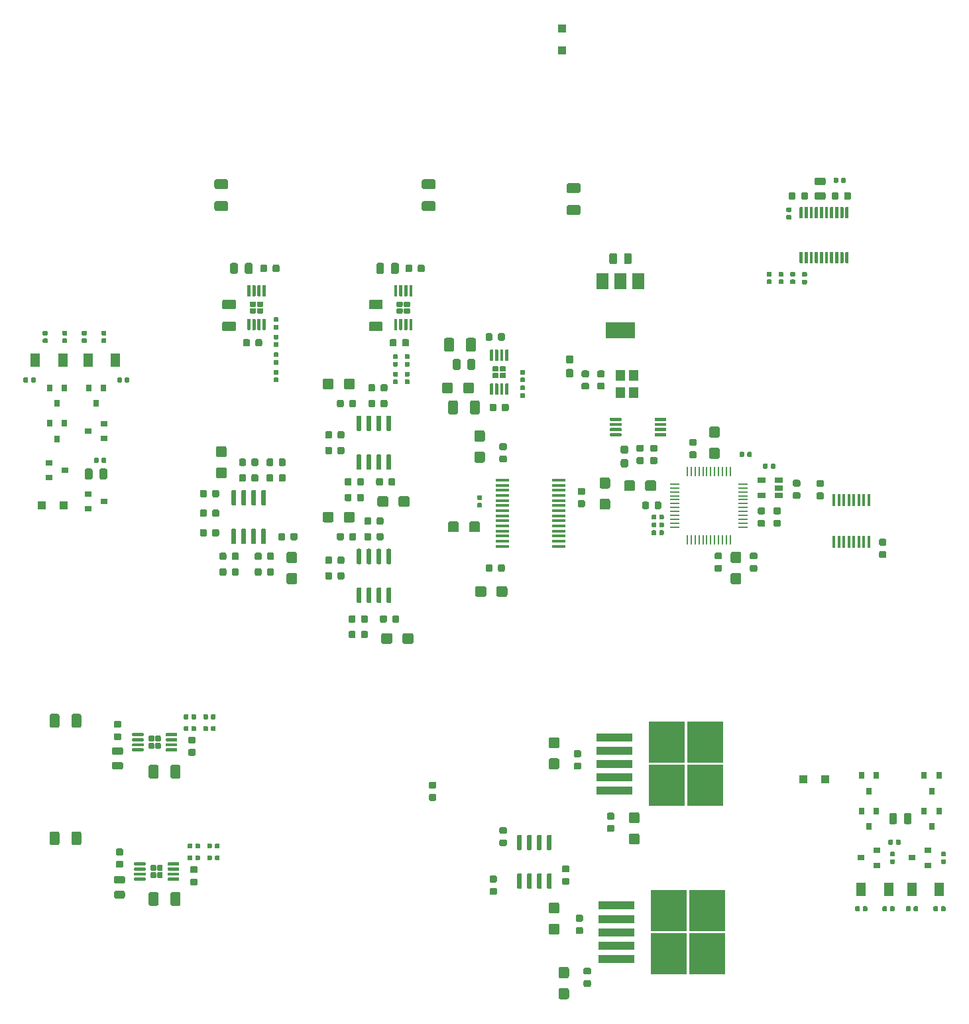
<source format=gbr>
G04 #@! TF.GenerationSoftware,KiCad,Pcbnew,(5.1.5)-3*
G04 #@! TF.CreationDate,2020-06-27T20:49:00+10:00*
G04 #@! TF.ProjectId,mainboard,6d61696e-626f-4617-9264-2e6b69636164,1.0.0*
G04 #@! TF.SameCoordinates,Original*
G04 #@! TF.FileFunction,Paste,Top*
G04 #@! TF.FilePolarity,Positive*
%FSLAX46Y46*%
G04 Gerber Fmt 4.6, Leading zero omitted, Abs format (unit mm)*
G04 Created by KiCad (PCBNEW (5.1.5)-3) date 2020-06-27 20:49:00*
%MOMM*%
%LPD*%
G04 APERTURE LIST*
%ADD10R,1.200000X1.400000*%
%ADD11C,0.100000*%
%ADD12R,1.100000X1.100000*%
%ADD13R,0.800000X0.900000*%
%ADD14R,0.900000X0.800000*%
%ADD15R,1.300000X1.700000*%
%ADD16R,1.750000X0.450000*%
%ADD17R,1.060000X0.650000*%
%ADD18R,0.250000X1.300000*%
%ADD19R,1.300000X0.250000*%
%ADD20R,3.800000X2.000000*%
%ADD21R,1.500000X2.000000*%
%ADD22R,0.410000X1.600000*%
%ADD23R,4.550000X5.250000*%
%ADD24R,4.600000X1.100000*%
G04 APERTURE END LIST*
D10*
X142500000Y-80600000D03*
X142500000Y-78400000D03*
X144200000Y-78400000D03*
X144200000Y-80600000D03*
D11*
G36*
X146926958Y-98180710D02*
G01*
X146941276Y-98182834D01*
X146955317Y-98186351D01*
X146968946Y-98191228D01*
X146982031Y-98197417D01*
X146994447Y-98204858D01*
X147006073Y-98213481D01*
X147016798Y-98223202D01*
X147026519Y-98233927D01*
X147035142Y-98245553D01*
X147042583Y-98257969D01*
X147048772Y-98271054D01*
X147053649Y-98284683D01*
X147057166Y-98298724D01*
X147059290Y-98313042D01*
X147060000Y-98327500D01*
X147060000Y-98672500D01*
X147059290Y-98686958D01*
X147057166Y-98701276D01*
X147053649Y-98715317D01*
X147048772Y-98728946D01*
X147042583Y-98742031D01*
X147035142Y-98754447D01*
X147026519Y-98766073D01*
X147016798Y-98776798D01*
X147006073Y-98786519D01*
X146994447Y-98795142D01*
X146982031Y-98802583D01*
X146968946Y-98808772D01*
X146955317Y-98813649D01*
X146941276Y-98817166D01*
X146926958Y-98819290D01*
X146912500Y-98820000D01*
X146617500Y-98820000D01*
X146603042Y-98819290D01*
X146588724Y-98817166D01*
X146574683Y-98813649D01*
X146561054Y-98808772D01*
X146547969Y-98802583D01*
X146535553Y-98795142D01*
X146523927Y-98786519D01*
X146513202Y-98776798D01*
X146503481Y-98766073D01*
X146494858Y-98754447D01*
X146487417Y-98742031D01*
X146481228Y-98728946D01*
X146476351Y-98715317D01*
X146472834Y-98701276D01*
X146470710Y-98686958D01*
X146470000Y-98672500D01*
X146470000Y-98327500D01*
X146470710Y-98313042D01*
X146472834Y-98298724D01*
X146476351Y-98284683D01*
X146481228Y-98271054D01*
X146487417Y-98257969D01*
X146494858Y-98245553D01*
X146503481Y-98233927D01*
X146513202Y-98223202D01*
X146523927Y-98213481D01*
X146535553Y-98204858D01*
X146547969Y-98197417D01*
X146561054Y-98191228D01*
X146574683Y-98186351D01*
X146588724Y-98182834D01*
X146603042Y-98180710D01*
X146617500Y-98180000D01*
X146912500Y-98180000D01*
X146926958Y-98180710D01*
G37*
G36*
X147896958Y-98180710D02*
G01*
X147911276Y-98182834D01*
X147925317Y-98186351D01*
X147938946Y-98191228D01*
X147952031Y-98197417D01*
X147964447Y-98204858D01*
X147976073Y-98213481D01*
X147986798Y-98223202D01*
X147996519Y-98233927D01*
X148005142Y-98245553D01*
X148012583Y-98257969D01*
X148018772Y-98271054D01*
X148023649Y-98284683D01*
X148027166Y-98298724D01*
X148029290Y-98313042D01*
X148030000Y-98327500D01*
X148030000Y-98672500D01*
X148029290Y-98686958D01*
X148027166Y-98701276D01*
X148023649Y-98715317D01*
X148018772Y-98728946D01*
X148012583Y-98742031D01*
X148005142Y-98754447D01*
X147996519Y-98766073D01*
X147986798Y-98776798D01*
X147976073Y-98786519D01*
X147964447Y-98795142D01*
X147952031Y-98802583D01*
X147938946Y-98808772D01*
X147925317Y-98813649D01*
X147911276Y-98817166D01*
X147896958Y-98819290D01*
X147882500Y-98820000D01*
X147587500Y-98820000D01*
X147573042Y-98819290D01*
X147558724Y-98817166D01*
X147544683Y-98813649D01*
X147531054Y-98808772D01*
X147517969Y-98802583D01*
X147505553Y-98795142D01*
X147493927Y-98786519D01*
X147483202Y-98776798D01*
X147473481Y-98766073D01*
X147464858Y-98754447D01*
X147457417Y-98742031D01*
X147451228Y-98728946D01*
X147446351Y-98715317D01*
X147442834Y-98701276D01*
X147440710Y-98686958D01*
X147440000Y-98672500D01*
X147440000Y-98327500D01*
X147440710Y-98313042D01*
X147442834Y-98298724D01*
X147446351Y-98284683D01*
X147451228Y-98271054D01*
X147457417Y-98257969D01*
X147464858Y-98245553D01*
X147473481Y-98233927D01*
X147483202Y-98223202D01*
X147493927Y-98213481D01*
X147505553Y-98204858D01*
X147517969Y-98197417D01*
X147531054Y-98191228D01*
X147544683Y-98186351D01*
X147558724Y-98182834D01*
X147573042Y-98180710D01*
X147587500Y-98180000D01*
X147882500Y-98180000D01*
X147896958Y-98180710D01*
G37*
G36*
X146941958Y-97180710D02*
G01*
X146956276Y-97182834D01*
X146970317Y-97186351D01*
X146983946Y-97191228D01*
X146997031Y-97197417D01*
X147009447Y-97204858D01*
X147021073Y-97213481D01*
X147031798Y-97223202D01*
X147041519Y-97233927D01*
X147050142Y-97245553D01*
X147057583Y-97257969D01*
X147063772Y-97271054D01*
X147068649Y-97284683D01*
X147072166Y-97298724D01*
X147074290Y-97313042D01*
X147075000Y-97327500D01*
X147075000Y-97672500D01*
X147074290Y-97686958D01*
X147072166Y-97701276D01*
X147068649Y-97715317D01*
X147063772Y-97728946D01*
X147057583Y-97742031D01*
X147050142Y-97754447D01*
X147041519Y-97766073D01*
X147031798Y-97776798D01*
X147021073Y-97786519D01*
X147009447Y-97795142D01*
X146997031Y-97802583D01*
X146983946Y-97808772D01*
X146970317Y-97813649D01*
X146956276Y-97817166D01*
X146941958Y-97819290D01*
X146927500Y-97820000D01*
X146632500Y-97820000D01*
X146618042Y-97819290D01*
X146603724Y-97817166D01*
X146589683Y-97813649D01*
X146576054Y-97808772D01*
X146562969Y-97802583D01*
X146550553Y-97795142D01*
X146538927Y-97786519D01*
X146528202Y-97776798D01*
X146518481Y-97766073D01*
X146509858Y-97754447D01*
X146502417Y-97742031D01*
X146496228Y-97728946D01*
X146491351Y-97715317D01*
X146487834Y-97701276D01*
X146485710Y-97686958D01*
X146485000Y-97672500D01*
X146485000Y-97327500D01*
X146485710Y-97313042D01*
X146487834Y-97298724D01*
X146491351Y-97284683D01*
X146496228Y-97271054D01*
X146502417Y-97257969D01*
X146509858Y-97245553D01*
X146518481Y-97233927D01*
X146528202Y-97223202D01*
X146538927Y-97213481D01*
X146550553Y-97204858D01*
X146562969Y-97197417D01*
X146576054Y-97191228D01*
X146589683Y-97186351D01*
X146603724Y-97182834D01*
X146618042Y-97180710D01*
X146632500Y-97180000D01*
X146927500Y-97180000D01*
X146941958Y-97180710D01*
G37*
G36*
X147911958Y-97180710D02*
G01*
X147926276Y-97182834D01*
X147940317Y-97186351D01*
X147953946Y-97191228D01*
X147967031Y-97197417D01*
X147979447Y-97204858D01*
X147991073Y-97213481D01*
X148001798Y-97223202D01*
X148011519Y-97233927D01*
X148020142Y-97245553D01*
X148027583Y-97257969D01*
X148033772Y-97271054D01*
X148038649Y-97284683D01*
X148042166Y-97298724D01*
X148044290Y-97313042D01*
X148045000Y-97327500D01*
X148045000Y-97672500D01*
X148044290Y-97686958D01*
X148042166Y-97701276D01*
X148038649Y-97715317D01*
X148033772Y-97728946D01*
X148027583Y-97742031D01*
X148020142Y-97754447D01*
X148011519Y-97766073D01*
X148001798Y-97776798D01*
X147991073Y-97786519D01*
X147979447Y-97795142D01*
X147967031Y-97802583D01*
X147953946Y-97808772D01*
X147940317Y-97813649D01*
X147926276Y-97817166D01*
X147911958Y-97819290D01*
X147897500Y-97820000D01*
X147602500Y-97820000D01*
X147588042Y-97819290D01*
X147573724Y-97817166D01*
X147559683Y-97813649D01*
X147546054Y-97808772D01*
X147532969Y-97802583D01*
X147520553Y-97795142D01*
X147508927Y-97786519D01*
X147498202Y-97776798D01*
X147488481Y-97766073D01*
X147479858Y-97754447D01*
X147472417Y-97742031D01*
X147466228Y-97728946D01*
X147461351Y-97715317D01*
X147457834Y-97701276D01*
X147455710Y-97686958D01*
X147455000Y-97672500D01*
X147455000Y-97327500D01*
X147455710Y-97313042D01*
X147457834Y-97298724D01*
X147461351Y-97284683D01*
X147466228Y-97271054D01*
X147472417Y-97257969D01*
X147479858Y-97245553D01*
X147488481Y-97233927D01*
X147498202Y-97223202D01*
X147508927Y-97213481D01*
X147520553Y-97204858D01*
X147532969Y-97197417D01*
X147546054Y-97191228D01*
X147559683Y-97186351D01*
X147573724Y-97182834D01*
X147588042Y-97180710D01*
X147602500Y-97180000D01*
X147897500Y-97180000D01*
X147911958Y-97180710D01*
G37*
G36*
X146926958Y-96180710D02*
G01*
X146941276Y-96182834D01*
X146955317Y-96186351D01*
X146968946Y-96191228D01*
X146982031Y-96197417D01*
X146994447Y-96204858D01*
X147006073Y-96213481D01*
X147016798Y-96223202D01*
X147026519Y-96233927D01*
X147035142Y-96245553D01*
X147042583Y-96257969D01*
X147048772Y-96271054D01*
X147053649Y-96284683D01*
X147057166Y-96298724D01*
X147059290Y-96313042D01*
X147060000Y-96327500D01*
X147060000Y-96672500D01*
X147059290Y-96686958D01*
X147057166Y-96701276D01*
X147053649Y-96715317D01*
X147048772Y-96728946D01*
X147042583Y-96742031D01*
X147035142Y-96754447D01*
X147026519Y-96766073D01*
X147016798Y-96776798D01*
X147006073Y-96786519D01*
X146994447Y-96795142D01*
X146982031Y-96802583D01*
X146968946Y-96808772D01*
X146955317Y-96813649D01*
X146941276Y-96817166D01*
X146926958Y-96819290D01*
X146912500Y-96820000D01*
X146617500Y-96820000D01*
X146603042Y-96819290D01*
X146588724Y-96817166D01*
X146574683Y-96813649D01*
X146561054Y-96808772D01*
X146547969Y-96802583D01*
X146535553Y-96795142D01*
X146523927Y-96786519D01*
X146513202Y-96776798D01*
X146503481Y-96766073D01*
X146494858Y-96754447D01*
X146487417Y-96742031D01*
X146481228Y-96728946D01*
X146476351Y-96715317D01*
X146472834Y-96701276D01*
X146470710Y-96686958D01*
X146470000Y-96672500D01*
X146470000Y-96327500D01*
X146470710Y-96313042D01*
X146472834Y-96298724D01*
X146476351Y-96284683D01*
X146481228Y-96271054D01*
X146487417Y-96257969D01*
X146494858Y-96245553D01*
X146503481Y-96233927D01*
X146513202Y-96223202D01*
X146523927Y-96213481D01*
X146535553Y-96204858D01*
X146547969Y-96197417D01*
X146561054Y-96191228D01*
X146574683Y-96186351D01*
X146588724Y-96182834D01*
X146603042Y-96180710D01*
X146617500Y-96180000D01*
X146912500Y-96180000D01*
X146926958Y-96180710D01*
G37*
G36*
X147896958Y-96180710D02*
G01*
X147911276Y-96182834D01*
X147925317Y-96186351D01*
X147938946Y-96191228D01*
X147952031Y-96197417D01*
X147964447Y-96204858D01*
X147976073Y-96213481D01*
X147986798Y-96223202D01*
X147996519Y-96233927D01*
X148005142Y-96245553D01*
X148012583Y-96257969D01*
X148018772Y-96271054D01*
X148023649Y-96284683D01*
X148027166Y-96298724D01*
X148029290Y-96313042D01*
X148030000Y-96327500D01*
X148030000Y-96672500D01*
X148029290Y-96686958D01*
X148027166Y-96701276D01*
X148023649Y-96715317D01*
X148018772Y-96728946D01*
X148012583Y-96742031D01*
X148005142Y-96754447D01*
X147996519Y-96766073D01*
X147986798Y-96776798D01*
X147976073Y-96786519D01*
X147964447Y-96795142D01*
X147952031Y-96802583D01*
X147938946Y-96808772D01*
X147925317Y-96813649D01*
X147911276Y-96817166D01*
X147896958Y-96819290D01*
X147882500Y-96820000D01*
X147587500Y-96820000D01*
X147573042Y-96819290D01*
X147558724Y-96817166D01*
X147544683Y-96813649D01*
X147531054Y-96808772D01*
X147517969Y-96802583D01*
X147505553Y-96795142D01*
X147493927Y-96786519D01*
X147483202Y-96776798D01*
X147473481Y-96766073D01*
X147464858Y-96754447D01*
X147457417Y-96742031D01*
X147451228Y-96728946D01*
X147446351Y-96715317D01*
X147442834Y-96701276D01*
X147440710Y-96686958D01*
X147440000Y-96672500D01*
X147440000Y-96327500D01*
X147440710Y-96313042D01*
X147442834Y-96298724D01*
X147446351Y-96284683D01*
X147451228Y-96271054D01*
X147457417Y-96257969D01*
X147464858Y-96245553D01*
X147473481Y-96233927D01*
X147483202Y-96223202D01*
X147493927Y-96213481D01*
X147505553Y-96204858D01*
X147517969Y-96197417D01*
X147531054Y-96191228D01*
X147544683Y-96186351D01*
X147558724Y-96182834D01*
X147573042Y-96180710D01*
X147587500Y-96180000D01*
X147882500Y-96180000D01*
X147896958Y-96180710D01*
G37*
D12*
X135000000Y-36900000D03*
X135000000Y-34100000D03*
D13*
X70500000Y-86500000D03*
X69550000Y-84500000D03*
X71450000Y-84500000D03*
D11*
G36*
X178146958Y-137680710D02*
G01*
X178161276Y-137682834D01*
X178175317Y-137686351D01*
X178188946Y-137691228D01*
X178202031Y-137697417D01*
X178214447Y-137704858D01*
X178226073Y-137713481D01*
X178236798Y-137723202D01*
X178246519Y-137733927D01*
X178255142Y-137745553D01*
X178262583Y-137757969D01*
X178268772Y-137771054D01*
X178273649Y-137784683D01*
X178277166Y-137798724D01*
X178279290Y-137813042D01*
X178280000Y-137827500D01*
X178280000Y-138172500D01*
X178279290Y-138186958D01*
X178277166Y-138201276D01*
X178273649Y-138215317D01*
X178268772Y-138228946D01*
X178262583Y-138242031D01*
X178255142Y-138254447D01*
X178246519Y-138266073D01*
X178236798Y-138276798D01*
X178226073Y-138286519D01*
X178214447Y-138295142D01*
X178202031Y-138302583D01*
X178188946Y-138308772D01*
X178175317Y-138313649D01*
X178161276Y-138317166D01*
X178146958Y-138319290D01*
X178132500Y-138320000D01*
X177837500Y-138320000D01*
X177823042Y-138319290D01*
X177808724Y-138317166D01*
X177794683Y-138313649D01*
X177781054Y-138308772D01*
X177767969Y-138302583D01*
X177755553Y-138295142D01*
X177743927Y-138286519D01*
X177733202Y-138276798D01*
X177723481Y-138266073D01*
X177714858Y-138254447D01*
X177707417Y-138242031D01*
X177701228Y-138228946D01*
X177696351Y-138215317D01*
X177692834Y-138201276D01*
X177690710Y-138186958D01*
X177690000Y-138172500D01*
X177690000Y-137827500D01*
X177690710Y-137813042D01*
X177692834Y-137798724D01*
X177696351Y-137784683D01*
X177701228Y-137771054D01*
X177707417Y-137757969D01*
X177714858Y-137745553D01*
X177723481Y-137733927D01*
X177733202Y-137723202D01*
X177743927Y-137713481D01*
X177755553Y-137704858D01*
X177767969Y-137697417D01*
X177781054Y-137691228D01*
X177794683Y-137686351D01*
X177808724Y-137682834D01*
X177823042Y-137680710D01*
X177837500Y-137680000D01*
X178132500Y-137680000D01*
X178146958Y-137680710D01*
G37*
G36*
X177176958Y-137680710D02*
G01*
X177191276Y-137682834D01*
X177205317Y-137686351D01*
X177218946Y-137691228D01*
X177232031Y-137697417D01*
X177244447Y-137704858D01*
X177256073Y-137713481D01*
X177266798Y-137723202D01*
X177276519Y-137733927D01*
X177285142Y-137745553D01*
X177292583Y-137757969D01*
X177298772Y-137771054D01*
X177303649Y-137784683D01*
X177307166Y-137798724D01*
X177309290Y-137813042D01*
X177310000Y-137827500D01*
X177310000Y-138172500D01*
X177309290Y-138186958D01*
X177307166Y-138201276D01*
X177303649Y-138215317D01*
X177298772Y-138228946D01*
X177292583Y-138242031D01*
X177285142Y-138254447D01*
X177276519Y-138266073D01*
X177266798Y-138276798D01*
X177256073Y-138286519D01*
X177244447Y-138295142D01*
X177232031Y-138302583D01*
X177218946Y-138308772D01*
X177205317Y-138313649D01*
X177191276Y-138317166D01*
X177176958Y-138319290D01*
X177162500Y-138320000D01*
X176867500Y-138320000D01*
X176853042Y-138319290D01*
X176838724Y-138317166D01*
X176824683Y-138313649D01*
X176811054Y-138308772D01*
X176797969Y-138302583D01*
X176785553Y-138295142D01*
X176773927Y-138286519D01*
X176763202Y-138276798D01*
X176753481Y-138266073D01*
X176744858Y-138254447D01*
X176737417Y-138242031D01*
X176731228Y-138228946D01*
X176726351Y-138215317D01*
X176722834Y-138201276D01*
X176720710Y-138186958D01*
X176720000Y-138172500D01*
X176720000Y-137827500D01*
X176720710Y-137813042D01*
X176722834Y-137798724D01*
X176726351Y-137784683D01*
X176731228Y-137771054D01*
X176737417Y-137757969D01*
X176744858Y-137745553D01*
X176753481Y-137733927D01*
X176763202Y-137723202D01*
X176773927Y-137713481D01*
X176785553Y-137704858D01*
X176797969Y-137697417D01*
X176811054Y-137691228D01*
X176824683Y-137686351D01*
X176838724Y-137682834D01*
X176853042Y-137680710D01*
X176867500Y-137680000D01*
X177162500Y-137680000D01*
X177176958Y-137680710D01*
G37*
D14*
X181750000Y-140950000D03*
X181750000Y-139050000D03*
X179750000Y-140000000D03*
D15*
X183250000Y-144000000D03*
X179750000Y-144000000D03*
D11*
G36*
X76661958Y-88930710D02*
G01*
X76676276Y-88932834D01*
X76690317Y-88936351D01*
X76703946Y-88941228D01*
X76717031Y-88947417D01*
X76729447Y-88954858D01*
X76741073Y-88963481D01*
X76751798Y-88973202D01*
X76761519Y-88983927D01*
X76770142Y-88995553D01*
X76777583Y-89007969D01*
X76783772Y-89021054D01*
X76788649Y-89034683D01*
X76792166Y-89048724D01*
X76794290Y-89063042D01*
X76795000Y-89077500D01*
X76795000Y-89422500D01*
X76794290Y-89436958D01*
X76792166Y-89451276D01*
X76788649Y-89465317D01*
X76783772Y-89478946D01*
X76777583Y-89492031D01*
X76770142Y-89504447D01*
X76761519Y-89516073D01*
X76751798Y-89526798D01*
X76741073Y-89536519D01*
X76729447Y-89545142D01*
X76717031Y-89552583D01*
X76703946Y-89558772D01*
X76690317Y-89563649D01*
X76676276Y-89567166D01*
X76661958Y-89569290D01*
X76647500Y-89570000D01*
X76352500Y-89570000D01*
X76338042Y-89569290D01*
X76323724Y-89567166D01*
X76309683Y-89563649D01*
X76296054Y-89558772D01*
X76282969Y-89552583D01*
X76270553Y-89545142D01*
X76258927Y-89536519D01*
X76248202Y-89526798D01*
X76238481Y-89516073D01*
X76229858Y-89504447D01*
X76222417Y-89492031D01*
X76216228Y-89478946D01*
X76211351Y-89465317D01*
X76207834Y-89451276D01*
X76205710Y-89436958D01*
X76205000Y-89422500D01*
X76205000Y-89077500D01*
X76205710Y-89063042D01*
X76207834Y-89048724D01*
X76211351Y-89034683D01*
X76216228Y-89021054D01*
X76222417Y-89007969D01*
X76229858Y-88995553D01*
X76238481Y-88983927D01*
X76248202Y-88973202D01*
X76258927Y-88963481D01*
X76270553Y-88954858D01*
X76282969Y-88947417D01*
X76296054Y-88941228D01*
X76309683Y-88936351D01*
X76323724Y-88932834D01*
X76338042Y-88930710D01*
X76352500Y-88930000D01*
X76647500Y-88930000D01*
X76661958Y-88930710D01*
G37*
G36*
X75691958Y-88930710D02*
G01*
X75706276Y-88932834D01*
X75720317Y-88936351D01*
X75733946Y-88941228D01*
X75747031Y-88947417D01*
X75759447Y-88954858D01*
X75771073Y-88963481D01*
X75781798Y-88973202D01*
X75791519Y-88983927D01*
X75800142Y-88995553D01*
X75807583Y-89007969D01*
X75813772Y-89021054D01*
X75818649Y-89034683D01*
X75822166Y-89048724D01*
X75824290Y-89063042D01*
X75825000Y-89077500D01*
X75825000Y-89422500D01*
X75824290Y-89436958D01*
X75822166Y-89451276D01*
X75818649Y-89465317D01*
X75813772Y-89478946D01*
X75807583Y-89492031D01*
X75800142Y-89504447D01*
X75791519Y-89516073D01*
X75781798Y-89526798D01*
X75771073Y-89536519D01*
X75759447Y-89545142D01*
X75747031Y-89552583D01*
X75733946Y-89558772D01*
X75720317Y-89563649D01*
X75706276Y-89567166D01*
X75691958Y-89569290D01*
X75677500Y-89570000D01*
X75382500Y-89570000D01*
X75368042Y-89569290D01*
X75353724Y-89567166D01*
X75339683Y-89563649D01*
X75326054Y-89558772D01*
X75312969Y-89552583D01*
X75300553Y-89545142D01*
X75288927Y-89536519D01*
X75278202Y-89526798D01*
X75268481Y-89516073D01*
X75259858Y-89504447D01*
X75252417Y-89492031D01*
X75246228Y-89478946D01*
X75241351Y-89465317D01*
X75237834Y-89451276D01*
X75235710Y-89436958D01*
X75235000Y-89422500D01*
X75235000Y-89077500D01*
X75235710Y-89063042D01*
X75237834Y-89048724D01*
X75241351Y-89034683D01*
X75246228Y-89021054D01*
X75252417Y-89007969D01*
X75259858Y-88995553D01*
X75268481Y-88983927D01*
X75278202Y-88973202D01*
X75288927Y-88963481D01*
X75300553Y-88954858D01*
X75312969Y-88947417D01*
X75326054Y-88941228D01*
X75339683Y-88936351D01*
X75353724Y-88932834D01*
X75368042Y-88930710D01*
X75382500Y-88930000D01*
X75677500Y-88930000D01*
X75691958Y-88930710D01*
G37*
G36*
X78661958Y-78680710D02*
G01*
X78676276Y-78682834D01*
X78690317Y-78686351D01*
X78703946Y-78691228D01*
X78717031Y-78697417D01*
X78729447Y-78704858D01*
X78741073Y-78713481D01*
X78751798Y-78723202D01*
X78761519Y-78733927D01*
X78770142Y-78745553D01*
X78777583Y-78757969D01*
X78783772Y-78771054D01*
X78788649Y-78784683D01*
X78792166Y-78798724D01*
X78794290Y-78813042D01*
X78795000Y-78827500D01*
X78795000Y-79172500D01*
X78794290Y-79186958D01*
X78792166Y-79201276D01*
X78788649Y-79215317D01*
X78783772Y-79228946D01*
X78777583Y-79242031D01*
X78770142Y-79254447D01*
X78761519Y-79266073D01*
X78751798Y-79276798D01*
X78741073Y-79286519D01*
X78729447Y-79295142D01*
X78717031Y-79302583D01*
X78703946Y-79308772D01*
X78690317Y-79313649D01*
X78676276Y-79317166D01*
X78661958Y-79319290D01*
X78647500Y-79320000D01*
X78352500Y-79320000D01*
X78338042Y-79319290D01*
X78323724Y-79317166D01*
X78309683Y-79313649D01*
X78296054Y-79308772D01*
X78282969Y-79302583D01*
X78270553Y-79295142D01*
X78258927Y-79286519D01*
X78248202Y-79276798D01*
X78238481Y-79266073D01*
X78229858Y-79254447D01*
X78222417Y-79242031D01*
X78216228Y-79228946D01*
X78211351Y-79215317D01*
X78207834Y-79201276D01*
X78205710Y-79186958D01*
X78205000Y-79172500D01*
X78205000Y-78827500D01*
X78205710Y-78813042D01*
X78207834Y-78798724D01*
X78211351Y-78784683D01*
X78216228Y-78771054D01*
X78222417Y-78757969D01*
X78229858Y-78745553D01*
X78238481Y-78733927D01*
X78248202Y-78723202D01*
X78258927Y-78713481D01*
X78270553Y-78704858D01*
X78282969Y-78697417D01*
X78296054Y-78691228D01*
X78309683Y-78686351D01*
X78323724Y-78682834D01*
X78338042Y-78680710D01*
X78352500Y-78680000D01*
X78647500Y-78680000D01*
X78661958Y-78680710D01*
G37*
G36*
X79631958Y-78680710D02*
G01*
X79646276Y-78682834D01*
X79660317Y-78686351D01*
X79673946Y-78691228D01*
X79687031Y-78697417D01*
X79699447Y-78704858D01*
X79711073Y-78713481D01*
X79721798Y-78723202D01*
X79731519Y-78733927D01*
X79740142Y-78745553D01*
X79747583Y-78757969D01*
X79753772Y-78771054D01*
X79758649Y-78784683D01*
X79762166Y-78798724D01*
X79764290Y-78813042D01*
X79765000Y-78827500D01*
X79765000Y-79172500D01*
X79764290Y-79186958D01*
X79762166Y-79201276D01*
X79758649Y-79215317D01*
X79753772Y-79228946D01*
X79747583Y-79242031D01*
X79740142Y-79254447D01*
X79731519Y-79266073D01*
X79721798Y-79276798D01*
X79711073Y-79286519D01*
X79699447Y-79295142D01*
X79687031Y-79302583D01*
X79673946Y-79308772D01*
X79660317Y-79313649D01*
X79646276Y-79317166D01*
X79631958Y-79319290D01*
X79617500Y-79320000D01*
X79322500Y-79320000D01*
X79308042Y-79319290D01*
X79293724Y-79317166D01*
X79279683Y-79313649D01*
X79266054Y-79308772D01*
X79252969Y-79302583D01*
X79240553Y-79295142D01*
X79228927Y-79286519D01*
X79218202Y-79276798D01*
X79208481Y-79266073D01*
X79199858Y-79254447D01*
X79192417Y-79242031D01*
X79186228Y-79228946D01*
X79181351Y-79215317D01*
X79177834Y-79201276D01*
X79175710Y-79186958D01*
X79175000Y-79172500D01*
X79175000Y-78827500D01*
X79175710Y-78813042D01*
X79177834Y-78798724D01*
X79181351Y-78784683D01*
X79186228Y-78771054D01*
X79192417Y-78757969D01*
X79199858Y-78745553D01*
X79208481Y-78733927D01*
X79218202Y-78723202D01*
X79228927Y-78713481D01*
X79240553Y-78704858D01*
X79252969Y-78697417D01*
X79266054Y-78691228D01*
X79279683Y-78686351D01*
X79293724Y-78682834D01*
X79308042Y-78680710D01*
X79322500Y-78680000D01*
X79617500Y-78680000D01*
X79631958Y-78680710D01*
G37*
G36*
X67661958Y-78680710D02*
G01*
X67676276Y-78682834D01*
X67690317Y-78686351D01*
X67703946Y-78691228D01*
X67717031Y-78697417D01*
X67729447Y-78704858D01*
X67741073Y-78713481D01*
X67751798Y-78723202D01*
X67761519Y-78733927D01*
X67770142Y-78745553D01*
X67777583Y-78757969D01*
X67783772Y-78771054D01*
X67788649Y-78784683D01*
X67792166Y-78798724D01*
X67794290Y-78813042D01*
X67795000Y-78827500D01*
X67795000Y-79172500D01*
X67794290Y-79186958D01*
X67792166Y-79201276D01*
X67788649Y-79215317D01*
X67783772Y-79228946D01*
X67777583Y-79242031D01*
X67770142Y-79254447D01*
X67761519Y-79266073D01*
X67751798Y-79276798D01*
X67741073Y-79286519D01*
X67729447Y-79295142D01*
X67717031Y-79302583D01*
X67703946Y-79308772D01*
X67690317Y-79313649D01*
X67676276Y-79317166D01*
X67661958Y-79319290D01*
X67647500Y-79320000D01*
X67352500Y-79320000D01*
X67338042Y-79319290D01*
X67323724Y-79317166D01*
X67309683Y-79313649D01*
X67296054Y-79308772D01*
X67282969Y-79302583D01*
X67270553Y-79295142D01*
X67258927Y-79286519D01*
X67248202Y-79276798D01*
X67238481Y-79266073D01*
X67229858Y-79254447D01*
X67222417Y-79242031D01*
X67216228Y-79228946D01*
X67211351Y-79215317D01*
X67207834Y-79201276D01*
X67205710Y-79186958D01*
X67205000Y-79172500D01*
X67205000Y-78827500D01*
X67205710Y-78813042D01*
X67207834Y-78798724D01*
X67211351Y-78784683D01*
X67216228Y-78771054D01*
X67222417Y-78757969D01*
X67229858Y-78745553D01*
X67238481Y-78733927D01*
X67248202Y-78723202D01*
X67258927Y-78713481D01*
X67270553Y-78704858D01*
X67282969Y-78697417D01*
X67296054Y-78691228D01*
X67309683Y-78686351D01*
X67323724Y-78682834D01*
X67338042Y-78680710D01*
X67352500Y-78680000D01*
X67647500Y-78680000D01*
X67661958Y-78680710D01*
G37*
G36*
X66691958Y-78680710D02*
G01*
X66706276Y-78682834D01*
X66720317Y-78686351D01*
X66733946Y-78691228D01*
X66747031Y-78697417D01*
X66759447Y-78704858D01*
X66771073Y-78713481D01*
X66781798Y-78723202D01*
X66791519Y-78733927D01*
X66800142Y-78745553D01*
X66807583Y-78757969D01*
X66813772Y-78771054D01*
X66818649Y-78784683D01*
X66822166Y-78798724D01*
X66824290Y-78813042D01*
X66825000Y-78827500D01*
X66825000Y-79172500D01*
X66824290Y-79186958D01*
X66822166Y-79201276D01*
X66818649Y-79215317D01*
X66813772Y-79228946D01*
X66807583Y-79242031D01*
X66800142Y-79254447D01*
X66791519Y-79266073D01*
X66781798Y-79276798D01*
X66771073Y-79286519D01*
X66759447Y-79295142D01*
X66747031Y-79302583D01*
X66733946Y-79308772D01*
X66720317Y-79313649D01*
X66706276Y-79317166D01*
X66691958Y-79319290D01*
X66677500Y-79320000D01*
X66382500Y-79320000D01*
X66368042Y-79319290D01*
X66353724Y-79317166D01*
X66339683Y-79313649D01*
X66326054Y-79308772D01*
X66312969Y-79302583D01*
X66300553Y-79295142D01*
X66288927Y-79286519D01*
X66278202Y-79276798D01*
X66268481Y-79266073D01*
X66259858Y-79254447D01*
X66252417Y-79242031D01*
X66246228Y-79228946D01*
X66241351Y-79215317D01*
X66237834Y-79201276D01*
X66235710Y-79186958D01*
X66235000Y-79172500D01*
X66235000Y-78827500D01*
X66235710Y-78813042D01*
X66237834Y-78798724D01*
X66241351Y-78784683D01*
X66246228Y-78771054D01*
X66252417Y-78757969D01*
X66259858Y-78745553D01*
X66268481Y-78733927D01*
X66278202Y-78723202D01*
X66288927Y-78713481D01*
X66300553Y-78704858D01*
X66312969Y-78697417D01*
X66326054Y-78691228D01*
X66339683Y-78686351D01*
X66353724Y-78682834D01*
X66368042Y-78680710D01*
X66382500Y-78680000D01*
X66677500Y-78680000D01*
X66691958Y-78680710D01*
G37*
G36*
X173896958Y-146180710D02*
G01*
X173911276Y-146182834D01*
X173925317Y-146186351D01*
X173938946Y-146191228D01*
X173952031Y-146197417D01*
X173964447Y-146204858D01*
X173976073Y-146213481D01*
X173986798Y-146223202D01*
X173996519Y-146233927D01*
X174005142Y-146245553D01*
X174012583Y-146257969D01*
X174018772Y-146271054D01*
X174023649Y-146284683D01*
X174027166Y-146298724D01*
X174029290Y-146313042D01*
X174030000Y-146327500D01*
X174030000Y-146672500D01*
X174029290Y-146686958D01*
X174027166Y-146701276D01*
X174023649Y-146715317D01*
X174018772Y-146728946D01*
X174012583Y-146742031D01*
X174005142Y-146754447D01*
X173996519Y-146766073D01*
X173986798Y-146776798D01*
X173976073Y-146786519D01*
X173964447Y-146795142D01*
X173952031Y-146802583D01*
X173938946Y-146808772D01*
X173925317Y-146813649D01*
X173911276Y-146817166D01*
X173896958Y-146819290D01*
X173882500Y-146820000D01*
X173587500Y-146820000D01*
X173573042Y-146819290D01*
X173558724Y-146817166D01*
X173544683Y-146813649D01*
X173531054Y-146808772D01*
X173517969Y-146802583D01*
X173505553Y-146795142D01*
X173493927Y-146786519D01*
X173483202Y-146776798D01*
X173473481Y-146766073D01*
X173464858Y-146754447D01*
X173457417Y-146742031D01*
X173451228Y-146728946D01*
X173446351Y-146715317D01*
X173442834Y-146701276D01*
X173440710Y-146686958D01*
X173440000Y-146672500D01*
X173440000Y-146327500D01*
X173440710Y-146313042D01*
X173442834Y-146298724D01*
X173446351Y-146284683D01*
X173451228Y-146271054D01*
X173457417Y-146257969D01*
X173464858Y-146245553D01*
X173473481Y-146233927D01*
X173483202Y-146223202D01*
X173493927Y-146213481D01*
X173505553Y-146204858D01*
X173517969Y-146197417D01*
X173531054Y-146191228D01*
X173544683Y-146186351D01*
X173558724Y-146182834D01*
X173573042Y-146180710D01*
X173587500Y-146180000D01*
X173882500Y-146180000D01*
X173896958Y-146180710D01*
G37*
G36*
X172926958Y-146180710D02*
G01*
X172941276Y-146182834D01*
X172955317Y-146186351D01*
X172968946Y-146191228D01*
X172982031Y-146197417D01*
X172994447Y-146204858D01*
X173006073Y-146213481D01*
X173016798Y-146223202D01*
X173026519Y-146233927D01*
X173035142Y-146245553D01*
X173042583Y-146257969D01*
X173048772Y-146271054D01*
X173053649Y-146284683D01*
X173057166Y-146298724D01*
X173059290Y-146313042D01*
X173060000Y-146327500D01*
X173060000Y-146672500D01*
X173059290Y-146686958D01*
X173057166Y-146701276D01*
X173053649Y-146715317D01*
X173048772Y-146728946D01*
X173042583Y-146742031D01*
X173035142Y-146754447D01*
X173026519Y-146766073D01*
X173016798Y-146776798D01*
X173006073Y-146786519D01*
X172994447Y-146795142D01*
X172982031Y-146802583D01*
X172968946Y-146808772D01*
X172955317Y-146813649D01*
X172941276Y-146817166D01*
X172926958Y-146819290D01*
X172912500Y-146820000D01*
X172617500Y-146820000D01*
X172603042Y-146819290D01*
X172588724Y-146817166D01*
X172574683Y-146813649D01*
X172561054Y-146808772D01*
X172547969Y-146802583D01*
X172535553Y-146795142D01*
X172523927Y-146786519D01*
X172513202Y-146776798D01*
X172503481Y-146766073D01*
X172494858Y-146754447D01*
X172487417Y-146742031D01*
X172481228Y-146728946D01*
X172476351Y-146715317D01*
X172472834Y-146701276D01*
X172470710Y-146686958D01*
X172470000Y-146672500D01*
X172470000Y-146327500D01*
X172470710Y-146313042D01*
X172472834Y-146298724D01*
X172476351Y-146284683D01*
X172481228Y-146271054D01*
X172487417Y-146257969D01*
X172494858Y-146245553D01*
X172503481Y-146233927D01*
X172513202Y-146223202D01*
X172523927Y-146213481D01*
X172535553Y-146204858D01*
X172547969Y-146197417D01*
X172561054Y-146191228D01*
X172574683Y-146186351D01*
X172588724Y-146182834D01*
X172603042Y-146180710D01*
X172617500Y-146180000D01*
X172912500Y-146180000D01*
X172926958Y-146180710D01*
G37*
G36*
X180396958Y-146180710D02*
G01*
X180411276Y-146182834D01*
X180425317Y-146186351D01*
X180438946Y-146191228D01*
X180452031Y-146197417D01*
X180464447Y-146204858D01*
X180476073Y-146213481D01*
X180486798Y-146223202D01*
X180496519Y-146233927D01*
X180505142Y-146245553D01*
X180512583Y-146257969D01*
X180518772Y-146271054D01*
X180523649Y-146284683D01*
X180527166Y-146298724D01*
X180529290Y-146313042D01*
X180530000Y-146327500D01*
X180530000Y-146672500D01*
X180529290Y-146686958D01*
X180527166Y-146701276D01*
X180523649Y-146715317D01*
X180518772Y-146728946D01*
X180512583Y-146742031D01*
X180505142Y-146754447D01*
X180496519Y-146766073D01*
X180486798Y-146776798D01*
X180476073Y-146786519D01*
X180464447Y-146795142D01*
X180452031Y-146802583D01*
X180438946Y-146808772D01*
X180425317Y-146813649D01*
X180411276Y-146817166D01*
X180396958Y-146819290D01*
X180382500Y-146820000D01*
X180087500Y-146820000D01*
X180073042Y-146819290D01*
X180058724Y-146817166D01*
X180044683Y-146813649D01*
X180031054Y-146808772D01*
X180017969Y-146802583D01*
X180005553Y-146795142D01*
X179993927Y-146786519D01*
X179983202Y-146776798D01*
X179973481Y-146766073D01*
X179964858Y-146754447D01*
X179957417Y-146742031D01*
X179951228Y-146728946D01*
X179946351Y-146715317D01*
X179942834Y-146701276D01*
X179940710Y-146686958D01*
X179940000Y-146672500D01*
X179940000Y-146327500D01*
X179940710Y-146313042D01*
X179942834Y-146298724D01*
X179946351Y-146284683D01*
X179951228Y-146271054D01*
X179957417Y-146257969D01*
X179964858Y-146245553D01*
X179973481Y-146233927D01*
X179983202Y-146223202D01*
X179993927Y-146213481D01*
X180005553Y-146204858D01*
X180017969Y-146197417D01*
X180031054Y-146191228D01*
X180044683Y-146186351D01*
X180058724Y-146182834D01*
X180073042Y-146180710D01*
X180087500Y-146180000D01*
X180382500Y-146180000D01*
X180396958Y-146180710D01*
G37*
G36*
X179426958Y-146180710D02*
G01*
X179441276Y-146182834D01*
X179455317Y-146186351D01*
X179468946Y-146191228D01*
X179482031Y-146197417D01*
X179494447Y-146204858D01*
X179506073Y-146213481D01*
X179516798Y-146223202D01*
X179526519Y-146233927D01*
X179535142Y-146245553D01*
X179542583Y-146257969D01*
X179548772Y-146271054D01*
X179553649Y-146284683D01*
X179557166Y-146298724D01*
X179559290Y-146313042D01*
X179560000Y-146327500D01*
X179560000Y-146672500D01*
X179559290Y-146686958D01*
X179557166Y-146701276D01*
X179553649Y-146715317D01*
X179548772Y-146728946D01*
X179542583Y-146742031D01*
X179535142Y-146754447D01*
X179526519Y-146766073D01*
X179516798Y-146776798D01*
X179506073Y-146786519D01*
X179494447Y-146795142D01*
X179482031Y-146802583D01*
X179468946Y-146808772D01*
X179455317Y-146813649D01*
X179441276Y-146817166D01*
X179426958Y-146819290D01*
X179412500Y-146820000D01*
X179117500Y-146820000D01*
X179103042Y-146819290D01*
X179088724Y-146817166D01*
X179074683Y-146813649D01*
X179061054Y-146808772D01*
X179047969Y-146802583D01*
X179035553Y-146795142D01*
X179023927Y-146786519D01*
X179013202Y-146776798D01*
X179003481Y-146766073D01*
X178994858Y-146754447D01*
X178987417Y-146742031D01*
X178981228Y-146728946D01*
X178976351Y-146715317D01*
X178972834Y-146701276D01*
X178970710Y-146686958D01*
X178970000Y-146672500D01*
X178970000Y-146327500D01*
X178970710Y-146313042D01*
X178972834Y-146298724D01*
X178976351Y-146284683D01*
X178981228Y-146271054D01*
X178987417Y-146257969D01*
X178994858Y-146245553D01*
X179003481Y-146233927D01*
X179013202Y-146223202D01*
X179023927Y-146213481D01*
X179035553Y-146204858D01*
X179047969Y-146197417D01*
X179061054Y-146191228D01*
X179074683Y-146186351D01*
X179088724Y-146182834D01*
X179103042Y-146180710D01*
X179117500Y-146180000D01*
X179412500Y-146180000D01*
X179426958Y-146180710D01*
G37*
G36*
X76686958Y-72720710D02*
G01*
X76701276Y-72722834D01*
X76715317Y-72726351D01*
X76728946Y-72731228D01*
X76742031Y-72737417D01*
X76754447Y-72744858D01*
X76766073Y-72753481D01*
X76776798Y-72763202D01*
X76786519Y-72773927D01*
X76795142Y-72785553D01*
X76802583Y-72797969D01*
X76808772Y-72811054D01*
X76813649Y-72824683D01*
X76817166Y-72838724D01*
X76819290Y-72853042D01*
X76820000Y-72867500D01*
X76820000Y-73162500D01*
X76819290Y-73176958D01*
X76817166Y-73191276D01*
X76813649Y-73205317D01*
X76808772Y-73218946D01*
X76802583Y-73232031D01*
X76795142Y-73244447D01*
X76786519Y-73256073D01*
X76776798Y-73266798D01*
X76766073Y-73276519D01*
X76754447Y-73285142D01*
X76742031Y-73292583D01*
X76728946Y-73298772D01*
X76715317Y-73303649D01*
X76701276Y-73307166D01*
X76686958Y-73309290D01*
X76672500Y-73310000D01*
X76327500Y-73310000D01*
X76313042Y-73309290D01*
X76298724Y-73307166D01*
X76284683Y-73303649D01*
X76271054Y-73298772D01*
X76257969Y-73292583D01*
X76245553Y-73285142D01*
X76233927Y-73276519D01*
X76223202Y-73266798D01*
X76213481Y-73256073D01*
X76204858Y-73244447D01*
X76197417Y-73232031D01*
X76191228Y-73218946D01*
X76186351Y-73205317D01*
X76182834Y-73191276D01*
X76180710Y-73176958D01*
X76180000Y-73162500D01*
X76180000Y-72867500D01*
X76180710Y-72853042D01*
X76182834Y-72838724D01*
X76186351Y-72824683D01*
X76191228Y-72811054D01*
X76197417Y-72797969D01*
X76204858Y-72785553D01*
X76213481Y-72773927D01*
X76223202Y-72763202D01*
X76233927Y-72753481D01*
X76245553Y-72744858D01*
X76257969Y-72737417D01*
X76271054Y-72731228D01*
X76284683Y-72726351D01*
X76298724Y-72722834D01*
X76313042Y-72720710D01*
X76327500Y-72720000D01*
X76672500Y-72720000D01*
X76686958Y-72720710D01*
G37*
G36*
X76686958Y-73690710D02*
G01*
X76701276Y-73692834D01*
X76715317Y-73696351D01*
X76728946Y-73701228D01*
X76742031Y-73707417D01*
X76754447Y-73714858D01*
X76766073Y-73723481D01*
X76776798Y-73733202D01*
X76786519Y-73743927D01*
X76795142Y-73755553D01*
X76802583Y-73767969D01*
X76808772Y-73781054D01*
X76813649Y-73794683D01*
X76817166Y-73808724D01*
X76819290Y-73823042D01*
X76820000Y-73837500D01*
X76820000Y-74132500D01*
X76819290Y-74146958D01*
X76817166Y-74161276D01*
X76813649Y-74175317D01*
X76808772Y-74188946D01*
X76802583Y-74202031D01*
X76795142Y-74214447D01*
X76786519Y-74226073D01*
X76776798Y-74236798D01*
X76766073Y-74246519D01*
X76754447Y-74255142D01*
X76742031Y-74262583D01*
X76728946Y-74268772D01*
X76715317Y-74273649D01*
X76701276Y-74277166D01*
X76686958Y-74279290D01*
X76672500Y-74280000D01*
X76327500Y-74280000D01*
X76313042Y-74279290D01*
X76298724Y-74277166D01*
X76284683Y-74273649D01*
X76271054Y-74268772D01*
X76257969Y-74262583D01*
X76245553Y-74255142D01*
X76233927Y-74246519D01*
X76223202Y-74236798D01*
X76213481Y-74226073D01*
X76204858Y-74214447D01*
X76197417Y-74202031D01*
X76191228Y-74188946D01*
X76186351Y-74175317D01*
X76182834Y-74161276D01*
X76180710Y-74146958D01*
X76180000Y-74132500D01*
X76180000Y-73837500D01*
X76180710Y-73823042D01*
X76182834Y-73808724D01*
X76186351Y-73794683D01*
X76191228Y-73781054D01*
X76197417Y-73767969D01*
X76204858Y-73755553D01*
X76213481Y-73743927D01*
X76223202Y-73733202D01*
X76233927Y-73723481D01*
X76245553Y-73714858D01*
X76257969Y-73707417D01*
X76271054Y-73701228D01*
X76284683Y-73696351D01*
X76298724Y-73692834D01*
X76313042Y-73690710D01*
X76327500Y-73690000D01*
X76672500Y-73690000D01*
X76686958Y-73690710D01*
G37*
G36*
X74186958Y-73690710D02*
G01*
X74201276Y-73692834D01*
X74215317Y-73696351D01*
X74228946Y-73701228D01*
X74242031Y-73707417D01*
X74254447Y-73714858D01*
X74266073Y-73723481D01*
X74276798Y-73733202D01*
X74286519Y-73743927D01*
X74295142Y-73755553D01*
X74302583Y-73767969D01*
X74308772Y-73781054D01*
X74313649Y-73794683D01*
X74317166Y-73808724D01*
X74319290Y-73823042D01*
X74320000Y-73837500D01*
X74320000Y-74132500D01*
X74319290Y-74146958D01*
X74317166Y-74161276D01*
X74313649Y-74175317D01*
X74308772Y-74188946D01*
X74302583Y-74202031D01*
X74295142Y-74214447D01*
X74286519Y-74226073D01*
X74276798Y-74236798D01*
X74266073Y-74246519D01*
X74254447Y-74255142D01*
X74242031Y-74262583D01*
X74228946Y-74268772D01*
X74215317Y-74273649D01*
X74201276Y-74277166D01*
X74186958Y-74279290D01*
X74172500Y-74280000D01*
X73827500Y-74280000D01*
X73813042Y-74279290D01*
X73798724Y-74277166D01*
X73784683Y-74273649D01*
X73771054Y-74268772D01*
X73757969Y-74262583D01*
X73745553Y-74255142D01*
X73733927Y-74246519D01*
X73723202Y-74236798D01*
X73713481Y-74226073D01*
X73704858Y-74214447D01*
X73697417Y-74202031D01*
X73691228Y-74188946D01*
X73686351Y-74175317D01*
X73682834Y-74161276D01*
X73680710Y-74146958D01*
X73680000Y-74132500D01*
X73680000Y-73837500D01*
X73680710Y-73823042D01*
X73682834Y-73808724D01*
X73686351Y-73794683D01*
X73691228Y-73781054D01*
X73697417Y-73767969D01*
X73704858Y-73755553D01*
X73713481Y-73743927D01*
X73723202Y-73733202D01*
X73733927Y-73723481D01*
X73745553Y-73714858D01*
X73757969Y-73707417D01*
X73771054Y-73701228D01*
X73784683Y-73696351D01*
X73798724Y-73692834D01*
X73813042Y-73690710D01*
X73827500Y-73690000D01*
X74172500Y-73690000D01*
X74186958Y-73690710D01*
G37*
G36*
X74186958Y-72720710D02*
G01*
X74201276Y-72722834D01*
X74215317Y-72726351D01*
X74228946Y-72731228D01*
X74242031Y-72737417D01*
X74254447Y-72744858D01*
X74266073Y-72753481D01*
X74276798Y-72763202D01*
X74286519Y-72773927D01*
X74295142Y-72785553D01*
X74302583Y-72797969D01*
X74308772Y-72811054D01*
X74313649Y-72824683D01*
X74317166Y-72838724D01*
X74319290Y-72853042D01*
X74320000Y-72867500D01*
X74320000Y-73162500D01*
X74319290Y-73176958D01*
X74317166Y-73191276D01*
X74313649Y-73205317D01*
X74308772Y-73218946D01*
X74302583Y-73232031D01*
X74295142Y-73244447D01*
X74286519Y-73256073D01*
X74276798Y-73266798D01*
X74266073Y-73276519D01*
X74254447Y-73285142D01*
X74242031Y-73292583D01*
X74228946Y-73298772D01*
X74215317Y-73303649D01*
X74201276Y-73307166D01*
X74186958Y-73309290D01*
X74172500Y-73310000D01*
X73827500Y-73310000D01*
X73813042Y-73309290D01*
X73798724Y-73307166D01*
X73784683Y-73303649D01*
X73771054Y-73298772D01*
X73757969Y-73292583D01*
X73745553Y-73285142D01*
X73733927Y-73276519D01*
X73723202Y-73266798D01*
X73713481Y-73256073D01*
X73704858Y-73244447D01*
X73697417Y-73232031D01*
X73691228Y-73218946D01*
X73686351Y-73205317D01*
X73682834Y-73191276D01*
X73680710Y-73176958D01*
X73680000Y-73162500D01*
X73680000Y-72867500D01*
X73680710Y-72853042D01*
X73682834Y-72838724D01*
X73686351Y-72824683D01*
X73691228Y-72811054D01*
X73697417Y-72797969D01*
X73704858Y-72785553D01*
X73713481Y-72773927D01*
X73723202Y-72763202D01*
X73733927Y-72753481D01*
X73745553Y-72744858D01*
X73757969Y-72737417D01*
X73771054Y-72731228D01*
X73784683Y-72726351D01*
X73798724Y-72722834D01*
X73813042Y-72720710D01*
X73827500Y-72720000D01*
X74172500Y-72720000D01*
X74186958Y-72720710D01*
G37*
G36*
X71686958Y-72720710D02*
G01*
X71701276Y-72722834D01*
X71715317Y-72726351D01*
X71728946Y-72731228D01*
X71742031Y-72737417D01*
X71754447Y-72744858D01*
X71766073Y-72753481D01*
X71776798Y-72763202D01*
X71786519Y-72773927D01*
X71795142Y-72785553D01*
X71802583Y-72797969D01*
X71808772Y-72811054D01*
X71813649Y-72824683D01*
X71817166Y-72838724D01*
X71819290Y-72853042D01*
X71820000Y-72867500D01*
X71820000Y-73162500D01*
X71819290Y-73176958D01*
X71817166Y-73191276D01*
X71813649Y-73205317D01*
X71808772Y-73218946D01*
X71802583Y-73232031D01*
X71795142Y-73244447D01*
X71786519Y-73256073D01*
X71776798Y-73266798D01*
X71766073Y-73276519D01*
X71754447Y-73285142D01*
X71742031Y-73292583D01*
X71728946Y-73298772D01*
X71715317Y-73303649D01*
X71701276Y-73307166D01*
X71686958Y-73309290D01*
X71672500Y-73310000D01*
X71327500Y-73310000D01*
X71313042Y-73309290D01*
X71298724Y-73307166D01*
X71284683Y-73303649D01*
X71271054Y-73298772D01*
X71257969Y-73292583D01*
X71245553Y-73285142D01*
X71233927Y-73276519D01*
X71223202Y-73266798D01*
X71213481Y-73256073D01*
X71204858Y-73244447D01*
X71197417Y-73232031D01*
X71191228Y-73218946D01*
X71186351Y-73205317D01*
X71182834Y-73191276D01*
X71180710Y-73176958D01*
X71180000Y-73162500D01*
X71180000Y-72867500D01*
X71180710Y-72853042D01*
X71182834Y-72838724D01*
X71186351Y-72824683D01*
X71191228Y-72811054D01*
X71197417Y-72797969D01*
X71204858Y-72785553D01*
X71213481Y-72773927D01*
X71223202Y-72763202D01*
X71233927Y-72753481D01*
X71245553Y-72744858D01*
X71257969Y-72737417D01*
X71271054Y-72731228D01*
X71284683Y-72726351D01*
X71298724Y-72722834D01*
X71313042Y-72720710D01*
X71327500Y-72720000D01*
X71672500Y-72720000D01*
X71686958Y-72720710D01*
G37*
G36*
X71686958Y-73690710D02*
G01*
X71701276Y-73692834D01*
X71715317Y-73696351D01*
X71728946Y-73701228D01*
X71742031Y-73707417D01*
X71754447Y-73714858D01*
X71766073Y-73723481D01*
X71776798Y-73733202D01*
X71786519Y-73743927D01*
X71795142Y-73755553D01*
X71802583Y-73767969D01*
X71808772Y-73781054D01*
X71813649Y-73794683D01*
X71817166Y-73808724D01*
X71819290Y-73823042D01*
X71820000Y-73837500D01*
X71820000Y-74132500D01*
X71819290Y-74146958D01*
X71817166Y-74161276D01*
X71813649Y-74175317D01*
X71808772Y-74188946D01*
X71802583Y-74202031D01*
X71795142Y-74214447D01*
X71786519Y-74226073D01*
X71776798Y-74236798D01*
X71766073Y-74246519D01*
X71754447Y-74255142D01*
X71742031Y-74262583D01*
X71728946Y-74268772D01*
X71715317Y-74273649D01*
X71701276Y-74277166D01*
X71686958Y-74279290D01*
X71672500Y-74280000D01*
X71327500Y-74280000D01*
X71313042Y-74279290D01*
X71298724Y-74277166D01*
X71284683Y-74273649D01*
X71271054Y-74268772D01*
X71257969Y-74262583D01*
X71245553Y-74255142D01*
X71233927Y-74246519D01*
X71223202Y-74236798D01*
X71213481Y-74226073D01*
X71204858Y-74214447D01*
X71197417Y-74202031D01*
X71191228Y-74188946D01*
X71186351Y-74175317D01*
X71182834Y-74161276D01*
X71180710Y-74146958D01*
X71180000Y-74132500D01*
X71180000Y-73837500D01*
X71180710Y-73823042D01*
X71182834Y-73808724D01*
X71186351Y-73794683D01*
X71191228Y-73781054D01*
X71197417Y-73767969D01*
X71204858Y-73755553D01*
X71213481Y-73743927D01*
X71223202Y-73733202D01*
X71233927Y-73723481D01*
X71245553Y-73714858D01*
X71257969Y-73707417D01*
X71271054Y-73701228D01*
X71284683Y-73696351D01*
X71298724Y-73692834D01*
X71313042Y-73690710D01*
X71327500Y-73690000D01*
X71672500Y-73690000D01*
X71686958Y-73690710D01*
G37*
G36*
X69186958Y-73705710D02*
G01*
X69201276Y-73707834D01*
X69215317Y-73711351D01*
X69228946Y-73716228D01*
X69242031Y-73722417D01*
X69254447Y-73729858D01*
X69266073Y-73738481D01*
X69276798Y-73748202D01*
X69286519Y-73758927D01*
X69295142Y-73770553D01*
X69302583Y-73782969D01*
X69308772Y-73796054D01*
X69313649Y-73809683D01*
X69317166Y-73823724D01*
X69319290Y-73838042D01*
X69320000Y-73852500D01*
X69320000Y-74147500D01*
X69319290Y-74161958D01*
X69317166Y-74176276D01*
X69313649Y-74190317D01*
X69308772Y-74203946D01*
X69302583Y-74217031D01*
X69295142Y-74229447D01*
X69286519Y-74241073D01*
X69276798Y-74251798D01*
X69266073Y-74261519D01*
X69254447Y-74270142D01*
X69242031Y-74277583D01*
X69228946Y-74283772D01*
X69215317Y-74288649D01*
X69201276Y-74292166D01*
X69186958Y-74294290D01*
X69172500Y-74295000D01*
X68827500Y-74295000D01*
X68813042Y-74294290D01*
X68798724Y-74292166D01*
X68784683Y-74288649D01*
X68771054Y-74283772D01*
X68757969Y-74277583D01*
X68745553Y-74270142D01*
X68733927Y-74261519D01*
X68723202Y-74251798D01*
X68713481Y-74241073D01*
X68704858Y-74229447D01*
X68697417Y-74217031D01*
X68691228Y-74203946D01*
X68686351Y-74190317D01*
X68682834Y-74176276D01*
X68680710Y-74161958D01*
X68680000Y-74147500D01*
X68680000Y-73852500D01*
X68680710Y-73838042D01*
X68682834Y-73823724D01*
X68686351Y-73809683D01*
X68691228Y-73796054D01*
X68697417Y-73782969D01*
X68704858Y-73770553D01*
X68713481Y-73758927D01*
X68723202Y-73748202D01*
X68733927Y-73738481D01*
X68745553Y-73729858D01*
X68757969Y-73722417D01*
X68771054Y-73716228D01*
X68784683Y-73711351D01*
X68798724Y-73707834D01*
X68813042Y-73705710D01*
X68827500Y-73705000D01*
X69172500Y-73705000D01*
X69186958Y-73705710D01*
G37*
G36*
X69186958Y-72735710D02*
G01*
X69201276Y-72737834D01*
X69215317Y-72741351D01*
X69228946Y-72746228D01*
X69242031Y-72752417D01*
X69254447Y-72759858D01*
X69266073Y-72768481D01*
X69276798Y-72778202D01*
X69286519Y-72788927D01*
X69295142Y-72800553D01*
X69302583Y-72812969D01*
X69308772Y-72826054D01*
X69313649Y-72839683D01*
X69317166Y-72853724D01*
X69319290Y-72868042D01*
X69320000Y-72882500D01*
X69320000Y-73177500D01*
X69319290Y-73191958D01*
X69317166Y-73206276D01*
X69313649Y-73220317D01*
X69308772Y-73233946D01*
X69302583Y-73247031D01*
X69295142Y-73259447D01*
X69286519Y-73271073D01*
X69276798Y-73281798D01*
X69266073Y-73291519D01*
X69254447Y-73300142D01*
X69242031Y-73307583D01*
X69228946Y-73313772D01*
X69215317Y-73318649D01*
X69201276Y-73322166D01*
X69186958Y-73324290D01*
X69172500Y-73325000D01*
X68827500Y-73325000D01*
X68813042Y-73324290D01*
X68798724Y-73322166D01*
X68784683Y-73318649D01*
X68771054Y-73313772D01*
X68757969Y-73307583D01*
X68745553Y-73300142D01*
X68733927Y-73291519D01*
X68723202Y-73281798D01*
X68713481Y-73271073D01*
X68704858Y-73259447D01*
X68697417Y-73247031D01*
X68691228Y-73233946D01*
X68686351Y-73220317D01*
X68682834Y-73206276D01*
X68680710Y-73191958D01*
X68680000Y-73177500D01*
X68680000Y-72882500D01*
X68680710Y-72868042D01*
X68682834Y-72853724D01*
X68686351Y-72839683D01*
X68691228Y-72826054D01*
X68697417Y-72812969D01*
X68704858Y-72800553D01*
X68713481Y-72788927D01*
X68723202Y-72778202D01*
X68733927Y-72768481D01*
X68745553Y-72759858D01*
X68757969Y-72752417D01*
X68771054Y-72746228D01*
X68784683Y-72741351D01*
X68798724Y-72737834D01*
X68813042Y-72735710D01*
X68827500Y-72735000D01*
X69172500Y-72735000D01*
X69186958Y-72735710D01*
G37*
G36*
X177436958Y-140190710D02*
G01*
X177451276Y-140192834D01*
X177465317Y-140196351D01*
X177478946Y-140201228D01*
X177492031Y-140207417D01*
X177504447Y-140214858D01*
X177516073Y-140223481D01*
X177526798Y-140233202D01*
X177536519Y-140243927D01*
X177545142Y-140255553D01*
X177552583Y-140267969D01*
X177558772Y-140281054D01*
X177563649Y-140294683D01*
X177567166Y-140308724D01*
X177569290Y-140323042D01*
X177570000Y-140337500D01*
X177570000Y-140632500D01*
X177569290Y-140646958D01*
X177567166Y-140661276D01*
X177563649Y-140675317D01*
X177558772Y-140688946D01*
X177552583Y-140702031D01*
X177545142Y-140714447D01*
X177536519Y-140726073D01*
X177526798Y-140736798D01*
X177516073Y-140746519D01*
X177504447Y-140755142D01*
X177492031Y-140762583D01*
X177478946Y-140768772D01*
X177465317Y-140773649D01*
X177451276Y-140777166D01*
X177436958Y-140779290D01*
X177422500Y-140780000D01*
X177077500Y-140780000D01*
X177063042Y-140779290D01*
X177048724Y-140777166D01*
X177034683Y-140773649D01*
X177021054Y-140768772D01*
X177007969Y-140762583D01*
X176995553Y-140755142D01*
X176983927Y-140746519D01*
X176973202Y-140736798D01*
X176963481Y-140726073D01*
X176954858Y-140714447D01*
X176947417Y-140702031D01*
X176941228Y-140688946D01*
X176936351Y-140675317D01*
X176932834Y-140661276D01*
X176930710Y-140646958D01*
X176930000Y-140632500D01*
X176930000Y-140337500D01*
X176930710Y-140323042D01*
X176932834Y-140308724D01*
X176936351Y-140294683D01*
X176941228Y-140281054D01*
X176947417Y-140267969D01*
X176954858Y-140255553D01*
X176963481Y-140243927D01*
X176973202Y-140233202D01*
X176983927Y-140223481D01*
X176995553Y-140214858D01*
X177007969Y-140207417D01*
X177021054Y-140201228D01*
X177034683Y-140196351D01*
X177048724Y-140192834D01*
X177063042Y-140190710D01*
X177077500Y-140190000D01*
X177422500Y-140190000D01*
X177436958Y-140190710D01*
G37*
G36*
X177436958Y-139220710D02*
G01*
X177451276Y-139222834D01*
X177465317Y-139226351D01*
X177478946Y-139231228D01*
X177492031Y-139237417D01*
X177504447Y-139244858D01*
X177516073Y-139253481D01*
X177526798Y-139263202D01*
X177536519Y-139273927D01*
X177545142Y-139285553D01*
X177552583Y-139297969D01*
X177558772Y-139311054D01*
X177563649Y-139324683D01*
X177567166Y-139338724D01*
X177569290Y-139353042D01*
X177570000Y-139367500D01*
X177570000Y-139662500D01*
X177569290Y-139676958D01*
X177567166Y-139691276D01*
X177563649Y-139705317D01*
X177558772Y-139718946D01*
X177552583Y-139732031D01*
X177545142Y-139744447D01*
X177536519Y-139756073D01*
X177526798Y-139766798D01*
X177516073Y-139776519D01*
X177504447Y-139785142D01*
X177492031Y-139792583D01*
X177478946Y-139798772D01*
X177465317Y-139803649D01*
X177451276Y-139807166D01*
X177436958Y-139809290D01*
X177422500Y-139810000D01*
X177077500Y-139810000D01*
X177063042Y-139809290D01*
X177048724Y-139807166D01*
X177034683Y-139803649D01*
X177021054Y-139798772D01*
X177007969Y-139792583D01*
X176995553Y-139785142D01*
X176983927Y-139776519D01*
X176973202Y-139766798D01*
X176963481Y-139756073D01*
X176954858Y-139744447D01*
X176947417Y-139732031D01*
X176941228Y-139718946D01*
X176936351Y-139705317D01*
X176932834Y-139691276D01*
X176930710Y-139676958D01*
X176930000Y-139662500D01*
X176930000Y-139367500D01*
X176930710Y-139353042D01*
X176932834Y-139338724D01*
X176936351Y-139324683D01*
X176941228Y-139311054D01*
X176947417Y-139297969D01*
X176954858Y-139285553D01*
X176963481Y-139273927D01*
X176973202Y-139263202D01*
X176983927Y-139253481D01*
X176995553Y-139244858D01*
X177007969Y-139237417D01*
X177021054Y-139231228D01*
X177034683Y-139226351D01*
X177048724Y-139222834D01*
X177063042Y-139220710D01*
X177077500Y-139220000D01*
X177422500Y-139220000D01*
X177436958Y-139220710D01*
G37*
G36*
X176411958Y-146180710D02*
G01*
X176426276Y-146182834D01*
X176440317Y-146186351D01*
X176453946Y-146191228D01*
X176467031Y-146197417D01*
X176479447Y-146204858D01*
X176491073Y-146213481D01*
X176501798Y-146223202D01*
X176511519Y-146233927D01*
X176520142Y-146245553D01*
X176527583Y-146257969D01*
X176533772Y-146271054D01*
X176538649Y-146284683D01*
X176542166Y-146298724D01*
X176544290Y-146313042D01*
X176545000Y-146327500D01*
X176545000Y-146672500D01*
X176544290Y-146686958D01*
X176542166Y-146701276D01*
X176538649Y-146715317D01*
X176533772Y-146728946D01*
X176527583Y-146742031D01*
X176520142Y-146754447D01*
X176511519Y-146766073D01*
X176501798Y-146776798D01*
X176491073Y-146786519D01*
X176479447Y-146795142D01*
X176467031Y-146802583D01*
X176453946Y-146808772D01*
X176440317Y-146813649D01*
X176426276Y-146817166D01*
X176411958Y-146819290D01*
X176397500Y-146820000D01*
X176102500Y-146820000D01*
X176088042Y-146819290D01*
X176073724Y-146817166D01*
X176059683Y-146813649D01*
X176046054Y-146808772D01*
X176032969Y-146802583D01*
X176020553Y-146795142D01*
X176008927Y-146786519D01*
X175998202Y-146776798D01*
X175988481Y-146766073D01*
X175979858Y-146754447D01*
X175972417Y-146742031D01*
X175966228Y-146728946D01*
X175961351Y-146715317D01*
X175957834Y-146701276D01*
X175955710Y-146686958D01*
X175955000Y-146672500D01*
X175955000Y-146327500D01*
X175955710Y-146313042D01*
X175957834Y-146298724D01*
X175961351Y-146284683D01*
X175966228Y-146271054D01*
X175972417Y-146257969D01*
X175979858Y-146245553D01*
X175988481Y-146233927D01*
X175998202Y-146223202D01*
X176008927Y-146213481D01*
X176020553Y-146204858D01*
X176032969Y-146197417D01*
X176046054Y-146191228D01*
X176059683Y-146186351D01*
X176073724Y-146182834D01*
X176088042Y-146180710D01*
X176102500Y-146180000D01*
X176397500Y-146180000D01*
X176411958Y-146180710D01*
G37*
G36*
X177381958Y-146180710D02*
G01*
X177396276Y-146182834D01*
X177410317Y-146186351D01*
X177423946Y-146191228D01*
X177437031Y-146197417D01*
X177449447Y-146204858D01*
X177461073Y-146213481D01*
X177471798Y-146223202D01*
X177481519Y-146233927D01*
X177490142Y-146245553D01*
X177497583Y-146257969D01*
X177503772Y-146271054D01*
X177508649Y-146284683D01*
X177512166Y-146298724D01*
X177514290Y-146313042D01*
X177515000Y-146327500D01*
X177515000Y-146672500D01*
X177514290Y-146686958D01*
X177512166Y-146701276D01*
X177508649Y-146715317D01*
X177503772Y-146728946D01*
X177497583Y-146742031D01*
X177490142Y-146754447D01*
X177481519Y-146766073D01*
X177471798Y-146776798D01*
X177461073Y-146786519D01*
X177449447Y-146795142D01*
X177437031Y-146802583D01*
X177423946Y-146808772D01*
X177410317Y-146813649D01*
X177396276Y-146817166D01*
X177381958Y-146819290D01*
X177367500Y-146820000D01*
X177072500Y-146820000D01*
X177058042Y-146819290D01*
X177043724Y-146817166D01*
X177029683Y-146813649D01*
X177016054Y-146808772D01*
X177002969Y-146802583D01*
X176990553Y-146795142D01*
X176978927Y-146786519D01*
X176968202Y-146776798D01*
X176958481Y-146766073D01*
X176949858Y-146754447D01*
X176942417Y-146742031D01*
X176936228Y-146728946D01*
X176931351Y-146715317D01*
X176927834Y-146701276D01*
X176925710Y-146686958D01*
X176925000Y-146672500D01*
X176925000Y-146327500D01*
X176925710Y-146313042D01*
X176927834Y-146298724D01*
X176931351Y-146284683D01*
X176936228Y-146271054D01*
X176942417Y-146257969D01*
X176949858Y-146245553D01*
X176958481Y-146233927D01*
X176968202Y-146223202D01*
X176978927Y-146213481D01*
X176990553Y-146204858D01*
X177002969Y-146197417D01*
X177016054Y-146191228D01*
X177029683Y-146186351D01*
X177043724Y-146182834D01*
X177058042Y-146180710D01*
X177072500Y-146180000D01*
X177367500Y-146180000D01*
X177381958Y-146180710D01*
G37*
G36*
X183936958Y-140190710D02*
G01*
X183951276Y-140192834D01*
X183965317Y-140196351D01*
X183978946Y-140201228D01*
X183992031Y-140207417D01*
X184004447Y-140214858D01*
X184016073Y-140223481D01*
X184026798Y-140233202D01*
X184036519Y-140243927D01*
X184045142Y-140255553D01*
X184052583Y-140267969D01*
X184058772Y-140281054D01*
X184063649Y-140294683D01*
X184067166Y-140308724D01*
X184069290Y-140323042D01*
X184070000Y-140337500D01*
X184070000Y-140632500D01*
X184069290Y-140646958D01*
X184067166Y-140661276D01*
X184063649Y-140675317D01*
X184058772Y-140688946D01*
X184052583Y-140702031D01*
X184045142Y-140714447D01*
X184036519Y-140726073D01*
X184026798Y-140736798D01*
X184016073Y-140746519D01*
X184004447Y-140755142D01*
X183992031Y-140762583D01*
X183978946Y-140768772D01*
X183965317Y-140773649D01*
X183951276Y-140777166D01*
X183936958Y-140779290D01*
X183922500Y-140780000D01*
X183577500Y-140780000D01*
X183563042Y-140779290D01*
X183548724Y-140777166D01*
X183534683Y-140773649D01*
X183521054Y-140768772D01*
X183507969Y-140762583D01*
X183495553Y-140755142D01*
X183483927Y-140746519D01*
X183473202Y-140736798D01*
X183463481Y-140726073D01*
X183454858Y-140714447D01*
X183447417Y-140702031D01*
X183441228Y-140688946D01*
X183436351Y-140675317D01*
X183432834Y-140661276D01*
X183430710Y-140646958D01*
X183430000Y-140632500D01*
X183430000Y-140337500D01*
X183430710Y-140323042D01*
X183432834Y-140308724D01*
X183436351Y-140294683D01*
X183441228Y-140281054D01*
X183447417Y-140267969D01*
X183454858Y-140255553D01*
X183463481Y-140243927D01*
X183473202Y-140233202D01*
X183483927Y-140223481D01*
X183495553Y-140214858D01*
X183507969Y-140207417D01*
X183521054Y-140201228D01*
X183534683Y-140196351D01*
X183548724Y-140192834D01*
X183563042Y-140190710D01*
X183577500Y-140190000D01*
X183922500Y-140190000D01*
X183936958Y-140190710D01*
G37*
G36*
X183936958Y-139220710D02*
G01*
X183951276Y-139222834D01*
X183965317Y-139226351D01*
X183978946Y-139231228D01*
X183992031Y-139237417D01*
X184004447Y-139244858D01*
X184016073Y-139253481D01*
X184026798Y-139263202D01*
X184036519Y-139273927D01*
X184045142Y-139285553D01*
X184052583Y-139297969D01*
X184058772Y-139311054D01*
X184063649Y-139324683D01*
X184067166Y-139338724D01*
X184069290Y-139353042D01*
X184070000Y-139367500D01*
X184070000Y-139662500D01*
X184069290Y-139676958D01*
X184067166Y-139691276D01*
X184063649Y-139705317D01*
X184058772Y-139718946D01*
X184052583Y-139732031D01*
X184045142Y-139744447D01*
X184036519Y-139756073D01*
X184026798Y-139766798D01*
X184016073Y-139776519D01*
X184004447Y-139785142D01*
X183992031Y-139792583D01*
X183978946Y-139798772D01*
X183965317Y-139803649D01*
X183951276Y-139807166D01*
X183936958Y-139809290D01*
X183922500Y-139810000D01*
X183577500Y-139810000D01*
X183563042Y-139809290D01*
X183548724Y-139807166D01*
X183534683Y-139803649D01*
X183521054Y-139798772D01*
X183507969Y-139792583D01*
X183495553Y-139785142D01*
X183483927Y-139776519D01*
X183473202Y-139766798D01*
X183463481Y-139756073D01*
X183454858Y-139744447D01*
X183447417Y-139732031D01*
X183441228Y-139718946D01*
X183436351Y-139705317D01*
X183432834Y-139691276D01*
X183430710Y-139676958D01*
X183430000Y-139662500D01*
X183430000Y-139367500D01*
X183430710Y-139353042D01*
X183432834Y-139338724D01*
X183436351Y-139324683D01*
X183441228Y-139311054D01*
X183447417Y-139297969D01*
X183454858Y-139285553D01*
X183463481Y-139273927D01*
X183473202Y-139263202D01*
X183483927Y-139253481D01*
X183495553Y-139244858D01*
X183507969Y-139237417D01*
X183521054Y-139231228D01*
X183534683Y-139226351D01*
X183548724Y-139222834D01*
X183563042Y-139220710D01*
X183577500Y-139220000D01*
X183922500Y-139220000D01*
X183936958Y-139220710D01*
G37*
G36*
X182926958Y-146180710D02*
G01*
X182941276Y-146182834D01*
X182955317Y-146186351D01*
X182968946Y-146191228D01*
X182982031Y-146197417D01*
X182994447Y-146204858D01*
X183006073Y-146213481D01*
X183016798Y-146223202D01*
X183026519Y-146233927D01*
X183035142Y-146245553D01*
X183042583Y-146257969D01*
X183048772Y-146271054D01*
X183053649Y-146284683D01*
X183057166Y-146298724D01*
X183059290Y-146313042D01*
X183060000Y-146327500D01*
X183060000Y-146672500D01*
X183059290Y-146686958D01*
X183057166Y-146701276D01*
X183053649Y-146715317D01*
X183048772Y-146728946D01*
X183042583Y-146742031D01*
X183035142Y-146754447D01*
X183026519Y-146766073D01*
X183016798Y-146776798D01*
X183006073Y-146786519D01*
X182994447Y-146795142D01*
X182982031Y-146802583D01*
X182968946Y-146808772D01*
X182955317Y-146813649D01*
X182941276Y-146817166D01*
X182926958Y-146819290D01*
X182912500Y-146820000D01*
X182617500Y-146820000D01*
X182603042Y-146819290D01*
X182588724Y-146817166D01*
X182574683Y-146813649D01*
X182561054Y-146808772D01*
X182547969Y-146802583D01*
X182535553Y-146795142D01*
X182523927Y-146786519D01*
X182513202Y-146776798D01*
X182503481Y-146766073D01*
X182494858Y-146754447D01*
X182487417Y-146742031D01*
X182481228Y-146728946D01*
X182476351Y-146715317D01*
X182472834Y-146701276D01*
X182470710Y-146686958D01*
X182470000Y-146672500D01*
X182470000Y-146327500D01*
X182470710Y-146313042D01*
X182472834Y-146298724D01*
X182476351Y-146284683D01*
X182481228Y-146271054D01*
X182487417Y-146257969D01*
X182494858Y-146245553D01*
X182503481Y-146233927D01*
X182513202Y-146223202D01*
X182523927Y-146213481D01*
X182535553Y-146204858D01*
X182547969Y-146197417D01*
X182561054Y-146191228D01*
X182574683Y-146186351D01*
X182588724Y-146182834D01*
X182603042Y-146180710D01*
X182617500Y-146180000D01*
X182912500Y-146180000D01*
X182926958Y-146180710D01*
G37*
G36*
X183896958Y-146180710D02*
G01*
X183911276Y-146182834D01*
X183925317Y-146186351D01*
X183938946Y-146191228D01*
X183952031Y-146197417D01*
X183964447Y-146204858D01*
X183976073Y-146213481D01*
X183986798Y-146223202D01*
X183996519Y-146233927D01*
X184005142Y-146245553D01*
X184012583Y-146257969D01*
X184018772Y-146271054D01*
X184023649Y-146284683D01*
X184027166Y-146298724D01*
X184029290Y-146313042D01*
X184030000Y-146327500D01*
X184030000Y-146672500D01*
X184029290Y-146686958D01*
X184027166Y-146701276D01*
X184023649Y-146715317D01*
X184018772Y-146728946D01*
X184012583Y-146742031D01*
X184005142Y-146754447D01*
X183996519Y-146766073D01*
X183986798Y-146776798D01*
X183976073Y-146786519D01*
X183964447Y-146795142D01*
X183952031Y-146802583D01*
X183938946Y-146808772D01*
X183925317Y-146813649D01*
X183911276Y-146817166D01*
X183896958Y-146819290D01*
X183882500Y-146820000D01*
X183587500Y-146820000D01*
X183573042Y-146819290D01*
X183558724Y-146817166D01*
X183544683Y-146813649D01*
X183531054Y-146808772D01*
X183517969Y-146802583D01*
X183505553Y-146795142D01*
X183493927Y-146786519D01*
X183483202Y-146776798D01*
X183473481Y-146766073D01*
X183464858Y-146754447D01*
X183457417Y-146742031D01*
X183451228Y-146728946D01*
X183446351Y-146715317D01*
X183442834Y-146701276D01*
X183440710Y-146686958D01*
X183440000Y-146672500D01*
X183440000Y-146327500D01*
X183440710Y-146313042D01*
X183442834Y-146298724D01*
X183446351Y-146284683D01*
X183451228Y-146271054D01*
X183457417Y-146257969D01*
X183464858Y-146245553D01*
X183473481Y-146233927D01*
X183483202Y-146223202D01*
X183493927Y-146213481D01*
X183505553Y-146204858D01*
X183517969Y-146197417D01*
X183531054Y-146191228D01*
X183544683Y-146186351D01*
X183558724Y-146182834D01*
X183573042Y-146180710D01*
X183587500Y-146180000D01*
X183882500Y-146180000D01*
X183896958Y-146180710D01*
G37*
D14*
X76500000Y-94500000D03*
X74500000Y-95450000D03*
X74500000Y-93550000D03*
D13*
X175200000Y-129500000D03*
X173300000Y-129500000D03*
X174250000Y-131500000D03*
D14*
X71500000Y-90500000D03*
X69500000Y-91450000D03*
X69500000Y-89550000D03*
D13*
X183200000Y-129500000D03*
X181300000Y-129500000D03*
X182250000Y-131500000D03*
D14*
X74500000Y-85500000D03*
X76500000Y-84550000D03*
X76500000Y-86450000D03*
D13*
X175200000Y-134000000D03*
X173300000Y-134000000D03*
X174250000Y-136000000D03*
X183200000Y-134000000D03*
X181300000Y-134000000D03*
X182250000Y-136000000D03*
X75500000Y-82000000D03*
X74550000Y-80000000D03*
X76450000Y-80000000D03*
X70500000Y-82000000D03*
X69550000Y-80000000D03*
X71450000Y-80000000D03*
D14*
X175250000Y-140950000D03*
X175250000Y-139050000D03*
X173250000Y-140000000D03*
D12*
X71400000Y-95000000D03*
X68600000Y-95000000D03*
D15*
X78000000Y-76500000D03*
X74500000Y-76500000D03*
X71250000Y-76500000D03*
X67750000Y-76500000D03*
X176750000Y-144000000D03*
X173250000Y-144000000D03*
D11*
G36*
X76705142Y-90301174D02*
G01*
X76728803Y-90304684D01*
X76752007Y-90310496D01*
X76774529Y-90318554D01*
X76796153Y-90328782D01*
X76816670Y-90341079D01*
X76835883Y-90355329D01*
X76853607Y-90371393D01*
X76869671Y-90389117D01*
X76883921Y-90408330D01*
X76896218Y-90428847D01*
X76906446Y-90450471D01*
X76914504Y-90472993D01*
X76920316Y-90496197D01*
X76923826Y-90519858D01*
X76925000Y-90543750D01*
X76925000Y-91456250D01*
X76923826Y-91480142D01*
X76920316Y-91503803D01*
X76914504Y-91527007D01*
X76906446Y-91549529D01*
X76896218Y-91571153D01*
X76883921Y-91591670D01*
X76869671Y-91610883D01*
X76853607Y-91628607D01*
X76835883Y-91644671D01*
X76816670Y-91658921D01*
X76796153Y-91671218D01*
X76774529Y-91681446D01*
X76752007Y-91689504D01*
X76728803Y-91695316D01*
X76705142Y-91698826D01*
X76681250Y-91700000D01*
X76193750Y-91700000D01*
X76169858Y-91698826D01*
X76146197Y-91695316D01*
X76122993Y-91689504D01*
X76100471Y-91681446D01*
X76078847Y-91671218D01*
X76058330Y-91658921D01*
X76039117Y-91644671D01*
X76021393Y-91628607D01*
X76005329Y-91610883D01*
X75991079Y-91591670D01*
X75978782Y-91571153D01*
X75968554Y-91549529D01*
X75960496Y-91527007D01*
X75954684Y-91503803D01*
X75951174Y-91480142D01*
X75950000Y-91456250D01*
X75950000Y-90543750D01*
X75951174Y-90519858D01*
X75954684Y-90496197D01*
X75960496Y-90472993D01*
X75968554Y-90450471D01*
X75978782Y-90428847D01*
X75991079Y-90408330D01*
X76005329Y-90389117D01*
X76021393Y-90371393D01*
X76039117Y-90355329D01*
X76058330Y-90341079D01*
X76078847Y-90328782D01*
X76100471Y-90318554D01*
X76122993Y-90310496D01*
X76146197Y-90304684D01*
X76169858Y-90301174D01*
X76193750Y-90300000D01*
X76681250Y-90300000D01*
X76705142Y-90301174D01*
G37*
G36*
X74830142Y-90301174D02*
G01*
X74853803Y-90304684D01*
X74877007Y-90310496D01*
X74899529Y-90318554D01*
X74921153Y-90328782D01*
X74941670Y-90341079D01*
X74960883Y-90355329D01*
X74978607Y-90371393D01*
X74994671Y-90389117D01*
X75008921Y-90408330D01*
X75021218Y-90428847D01*
X75031446Y-90450471D01*
X75039504Y-90472993D01*
X75045316Y-90496197D01*
X75048826Y-90519858D01*
X75050000Y-90543750D01*
X75050000Y-91456250D01*
X75048826Y-91480142D01*
X75045316Y-91503803D01*
X75039504Y-91527007D01*
X75031446Y-91549529D01*
X75021218Y-91571153D01*
X75008921Y-91591670D01*
X74994671Y-91610883D01*
X74978607Y-91628607D01*
X74960883Y-91644671D01*
X74941670Y-91658921D01*
X74921153Y-91671218D01*
X74899529Y-91681446D01*
X74877007Y-91689504D01*
X74853803Y-91695316D01*
X74830142Y-91698826D01*
X74806250Y-91700000D01*
X74318750Y-91700000D01*
X74294858Y-91698826D01*
X74271197Y-91695316D01*
X74247993Y-91689504D01*
X74225471Y-91681446D01*
X74203847Y-91671218D01*
X74183330Y-91658921D01*
X74164117Y-91644671D01*
X74146393Y-91628607D01*
X74130329Y-91610883D01*
X74116079Y-91591670D01*
X74103782Y-91571153D01*
X74093554Y-91549529D01*
X74085496Y-91527007D01*
X74079684Y-91503803D01*
X74076174Y-91480142D01*
X74075000Y-91456250D01*
X74075000Y-90543750D01*
X74076174Y-90519858D01*
X74079684Y-90496197D01*
X74085496Y-90472993D01*
X74093554Y-90450471D01*
X74103782Y-90428847D01*
X74116079Y-90408330D01*
X74130329Y-90389117D01*
X74146393Y-90371393D01*
X74164117Y-90355329D01*
X74183330Y-90341079D01*
X74203847Y-90328782D01*
X74225471Y-90318554D01*
X74247993Y-90310496D01*
X74271197Y-90304684D01*
X74294858Y-90301174D01*
X74318750Y-90300000D01*
X74806250Y-90300000D01*
X74830142Y-90301174D01*
G37*
G36*
X179455142Y-134301174D02*
G01*
X179478803Y-134304684D01*
X179502007Y-134310496D01*
X179524529Y-134318554D01*
X179546153Y-134328782D01*
X179566670Y-134341079D01*
X179585883Y-134355329D01*
X179603607Y-134371393D01*
X179619671Y-134389117D01*
X179633921Y-134408330D01*
X179646218Y-134428847D01*
X179656446Y-134450471D01*
X179664504Y-134472993D01*
X179670316Y-134496197D01*
X179673826Y-134519858D01*
X179675000Y-134543750D01*
X179675000Y-135456250D01*
X179673826Y-135480142D01*
X179670316Y-135503803D01*
X179664504Y-135527007D01*
X179656446Y-135549529D01*
X179646218Y-135571153D01*
X179633921Y-135591670D01*
X179619671Y-135610883D01*
X179603607Y-135628607D01*
X179585883Y-135644671D01*
X179566670Y-135658921D01*
X179546153Y-135671218D01*
X179524529Y-135681446D01*
X179502007Y-135689504D01*
X179478803Y-135695316D01*
X179455142Y-135698826D01*
X179431250Y-135700000D01*
X178943750Y-135700000D01*
X178919858Y-135698826D01*
X178896197Y-135695316D01*
X178872993Y-135689504D01*
X178850471Y-135681446D01*
X178828847Y-135671218D01*
X178808330Y-135658921D01*
X178789117Y-135644671D01*
X178771393Y-135628607D01*
X178755329Y-135610883D01*
X178741079Y-135591670D01*
X178728782Y-135571153D01*
X178718554Y-135549529D01*
X178710496Y-135527007D01*
X178704684Y-135503803D01*
X178701174Y-135480142D01*
X178700000Y-135456250D01*
X178700000Y-134543750D01*
X178701174Y-134519858D01*
X178704684Y-134496197D01*
X178710496Y-134472993D01*
X178718554Y-134450471D01*
X178728782Y-134428847D01*
X178741079Y-134408330D01*
X178755329Y-134389117D01*
X178771393Y-134371393D01*
X178789117Y-134355329D01*
X178808330Y-134341079D01*
X178828847Y-134328782D01*
X178850471Y-134318554D01*
X178872993Y-134310496D01*
X178896197Y-134304684D01*
X178919858Y-134301174D01*
X178943750Y-134300000D01*
X179431250Y-134300000D01*
X179455142Y-134301174D01*
G37*
G36*
X177580142Y-134301174D02*
G01*
X177603803Y-134304684D01*
X177627007Y-134310496D01*
X177649529Y-134318554D01*
X177671153Y-134328782D01*
X177691670Y-134341079D01*
X177710883Y-134355329D01*
X177728607Y-134371393D01*
X177744671Y-134389117D01*
X177758921Y-134408330D01*
X177771218Y-134428847D01*
X177781446Y-134450471D01*
X177789504Y-134472993D01*
X177795316Y-134496197D01*
X177798826Y-134519858D01*
X177800000Y-134543750D01*
X177800000Y-135456250D01*
X177798826Y-135480142D01*
X177795316Y-135503803D01*
X177789504Y-135527007D01*
X177781446Y-135549529D01*
X177771218Y-135571153D01*
X177758921Y-135591670D01*
X177744671Y-135610883D01*
X177728607Y-135628607D01*
X177710883Y-135644671D01*
X177691670Y-135658921D01*
X177671153Y-135671218D01*
X177649529Y-135681446D01*
X177627007Y-135689504D01*
X177603803Y-135695316D01*
X177580142Y-135698826D01*
X177556250Y-135700000D01*
X177068750Y-135700000D01*
X177044858Y-135698826D01*
X177021197Y-135695316D01*
X176997993Y-135689504D01*
X176975471Y-135681446D01*
X176953847Y-135671218D01*
X176933330Y-135658921D01*
X176914117Y-135644671D01*
X176896393Y-135628607D01*
X176880329Y-135610883D01*
X176866079Y-135591670D01*
X176853782Y-135571153D01*
X176843554Y-135549529D01*
X176835496Y-135527007D01*
X176829684Y-135503803D01*
X176826174Y-135480142D01*
X176825000Y-135456250D01*
X176825000Y-134543750D01*
X176826174Y-134519858D01*
X176829684Y-134496197D01*
X176835496Y-134472993D01*
X176843554Y-134450471D01*
X176853782Y-134428847D01*
X176866079Y-134408330D01*
X176880329Y-134389117D01*
X176896393Y-134371393D01*
X176914117Y-134355329D01*
X176933330Y-134341079D01*
X176953847Y-134328782D01*
X176975471Y-134318554D01*
X176997993Y-134310496D01*
X177021197Y-134304684D01*
X177044858Y-134301174D01*
X177068750Y-134300000D01*
X177556250Y-134300000D01*
X177580142Y-134301174D01*
G37*
D12*
X165850000Y-130000000D03*
X168650000Y-130000000D03*
D11*
G36*
X168277691Y-91776053D02*
G01*
X168298926Y-91779203D01*
X168319750Y-91784419D01*
X168339962Y-91791651D01*
X168359368Y-91800830D01*
X168377781Y-91811866D01*
X168395024Y-91824654D01*
X168410930Y-91839070D01*
X168425346Y-91854976D01*
X168438134Y-91872219D01*
X168449170Y-91890632D01*
X168458349Y-91910038D01*
X168465581Y-91930250D01*
X168470797Y-91951074D01*
X168473947Y-91972309D01*
X168475000Y-91993750D01*
X168475000Y-92431250D01*
X168473947Y-92452691D01*
X168470797Y-92473926D01*
X168465581Y-92494750D01*
X168458349Y-92514962D01*
X168449170Y-92534368D01*
X168438134Y-92552781D01*
X168425346Y-92570024D01*
X168410930Y-92585930D01*
X168395024Y-92600346D01*
X168377781Y-92613134D01*
X168359368Y-92624170D01*
X168339962Y-92633349D01*
X168319750Y-92640581D01*
X168298926Y-92645797D01*
X168277691Y-92648947D01*
X168256250Y-92650000D01*
X167743750Y-92650000D01*
X167722309Y-92648947D01*
X167701074Y-92645797D01*
X167680250Y-92640581D01*
X167660038Y-92633349D01*
X167640632Y-92624170D01*
X167622219Y-92613134D01*
X167604976Y-92600346D01*
X167589070Y-92585930D01*
X167574654Y-92570024D01*
X167561866Y-92552781D01*
X167550830Y-92534368D01*
X167541651Y-92514962D01*
X167534419Y-92494750D01*
X167529203Y-92473926D01*
X167526053Y-92452691D01*
X167525000Y-92431250D01*
X167525000Y-91993750D01*
X167526053Y-91972309D01*
X167529203Y-91951074D01*
X167534419Y-91930250D01*
X167541651Y-91910038D01*
X167550830Y-91890632D01*
X167561866Y-91872219D01*
X167574654Y-91854976D01*
X167589070Y-91839070D01*
X167604976Y-91824654D01*
X167622219Y-91811866D01*
X167640632Y-91800830D01*
X167660038Y-91791651D01*
X167680250Y-91784419D01*
X167701074Y-91779203D01*
X167722309Y-91776053D01*
X167743750Y-91775000D01*
X168256250Y-91775000D01*
X168277691Y-91776053D01*
G37*
G36*
X168277691Y-93351053D02*
G01*
X168298926Y-93354203D01*
X168319750Y-93359419D01*
X168339962Y-93366651D01*
X168359368Y-93375830D01*
X168377781Y-93386866D01*
X168395024Y-93399654D01*
X168410930Y-93414070D01*
X168425346Y-93429976D01*
X168438134Y-93447219D01*
X168449170Y-93465632D01*
X168458349Y-93485038D01*
X168465581Y-93505250D01*
X168470797Y-93526074D01*
X168473947Y-93547309D01*
X168475000Y-93568750D01*
X168475000Y-94006250D01*
X168473947Y-94027691D01*
X168470797Y-94048926D01*
X168465581Y-94069750D01*
X168458349Y-94089962D01*
X168449170Y-94109368D01*
X168438134Y-94127781D01*
X168425346Y-94145024D01*
X168410930Y-94160930D01*
X168395024Y-94175346D01*
X168377781Y-94188134D01*
X168359368Y-94199170D01*
X168339962Y-94208349D01*
X168319750Y-94215581D01*
X168298926Y-94220797D01*
X168277691Y-94223947D01*
X168256250Y-94225000D01*
X167743750Y-94225000D01*
X167722309Y-94223947D01*
X167701074Y-94220797D01*
X167680250Y-94215581D01*
X167660038Y-94208349D01*
X167640632Y-94199170D01*
X167622219Y-94188134D01*
X167604976Y-94175346D01*
X167589070Y-94160930D01*
X167574654Y-94145024D01*
X167561866Y-94127781D01*
X167550830Y-94109368D01*
X167541651Y-94089962D01*
X167534419Y-94069750D01*
X167529203Y-94048926D01*
X167526053Y-94027691D01*
X167525000Y-94006250D01*
X167525000Y-93568750D01*
X167526053Y-93547309D01*
X167529203Y-93526074D01*
X167534419Y-93505250D01*
X167541651Y-93485038D01*
X167550830Y-93465632D01*
X167561866Y-93447219D01*
X167574654Y-93429976D01*
X167589070Y-93414070D01*
X167604976Y-93399654D01*
X167622219Y-93386866D01*
X167640632Y-93375830D01*
X167660038Y-93366651D01*
X167680250Y-93359419D01*
X167701074Y-93354203D01*
X167722309Y-93351053D01*
X167743750Y-93350000D01*
X168256250Y-93350000D01*
X168277691Y-93351053D01*
G37*
G36*
X70599504Y-121626204D02*
G01*
X70623773Y-121629804D01*
X70647571Y-121635765D01*
X70670671Y-121644030D01*
X70692849Y-121654520D01*
X70713893Y-121667133D01*
X70733598Y-121681747D01*
X70751777Y-121698223D01*
X70768253Y-121716402D01*
X70782867Y-121736107D01*
X70795480Y-121757151D01*
X70805970Y-121779329D01*
X70814235Y-121802429D01*
X70820196Y-121826227D01*
X70823796Y-121850496D01*
X70825000Y-121875000D01*
X70825000Y-123125000D01*
X70823796Y-123149504D01*
X70820196Y-123173773D01*
X70814235Y-123197571D01*
X70805970Y-123220671D01*
X70795480Y-123242849D01*
X70782867Y-123263893D01*
X70768253Y-123283598D01*
X70751777Y-123301777D01*
X70733598Y-123318253D01*
X70713893Y-123332867D01*
X70692849Y-123345480D01*
X70670671Y-123355970D01*
X70647571Y-123364235D01*
X70623773Y-123370196D01*
X70599504Y-123373796D01*
X70575000Y-123375000D01*
X69825000Y-123375000D01*
X69800496Y-123373796D01*
X69776227Y-123370196D01*
X69752429Y-123364235D01*
X69729329Y-123355970D01*
X69707151Y-123345480D01*
X69686107Y-123332867D01*
X69666402Y-123318253D01*
X69648223Y-123301777D01*
X69631747Y-123283598D01*
X69617133Y-123263893D01*
X69604520Y-123242849D01*
X69594030Y-123220671D01*
X69585765Y-123197571D01*
X69579804Y-123173773D01*
X69576204Y-123149504D01*
X69575000Y-123125000D01*
X69575000Y-121875000D01*
X69576204Y-121850496D01*
X69579804Y-121826227D01*
X69585765Y-121802429D01*
X69594030Y-121779329D01*
X69604520Y-121757151D01*
X69617133Y-121736107D01*
X69631747Y-121716402D01*
X69648223Y-121698223D01*
X69666402Y-121681747D01*
X69686107Y-121667133D01*
X69707151Y-121654520D01*
X69729329Y-121644030D01*
X69752429Y-121635765D01*
X69776227Y-121629804D01*
X69800496Y-121626204D01*
X69825000Y-121625000D01*
X70575000Y-121625000D01*
X70599504Y-121626204D01*
G37*
G36*
X73399504Y-121626204D02*
G01*
X73423773Y-121629804D01*
X73447571Y-121635765D01*
X73470671Y-121644030D01*
X73492849Y-121654520D01*
X73513893Y-121667133D01*
X73533598Y-121681747D01*
X73551777Y-121698223D01*
X73568253Y-121716402D01*
X73582867Y-121736107D01*
X73595480Y-121757151D01*
X73605970Y-121779329D01*
X73614235Y-121802429D01*
X73620196Y-121826227D01*
X73623796Y-121850496D01*
X73625000Y-121875000D01*
X73625000Y-123125000D01*
X73623796Y-123149504D01*
X73620196Y-123173773D01*
X73614235Y-123197571D01*
X73605970Y-123220671D01*
X73595480Y-123242849D01*
X73582867Y-123263893D01*
X73568253Y-123283598D01*
X73551777Y-123301777D01*
X73533598Y-123318253D01*
X73513893Y-123332867D01*
X73492849Y-123345480D01*
X73470671Y-123355970D01*
X73447571Y-123364235D01*
X73423773Y-123370196D01*
X73399504Y-123373796D01*
X73375000Y-123375000D01*
X72625000Y-123375000D01*
X72600496Y-123373796D01*
X72576227Y-123370196D01*
X72552429Y-123364235D01*
X72529329Y-123355970D01*
X72507151Y-123345480D01*
X72486107Y-123332867D01*
X72466402Y-123318253D01*
X72448223Y-123301777D01*
X72431747Y-123283598D01*
X72417133Y-123263893D01*
X72404520Y-123242849D01*
X72394030Y-123220671D01*
X72385765Y-123197571D01*
X72379804Y-123173773D01*
X72376204Y-123149504D01*
X72375000Y-123125000D01*
X72375000Y-121875000D01*
X72376204Y-121850496D01*
X72379804Y-121826227D01*
X72385765Y-121802429D01*
X72394030Y-121779329D01*
X72404520Y-121757151D01*
X72417133Y-121736107D01*
X72431747Y-121716402D01*
X72448223Y-121698223D01*
X72466402Y-121681747D01*
X72486107Y-121667133D01*
X72507151Y-121654520D01*
X72529329Y-121644030D01*
X72552429Y-121635765D01*
X72576227Y-121629804D01*
X72600496Y-121626204D01*
X72625000Y-121625000D01*
X73375000Y-121625000D01*
X73399504Y-121626204D01*
G37*
G36*
X70599504Y-136626204D02*
G01*
X70623773Y-136629804D01*
X70647571Y-136635765D01*
X70670671Y-136644030D01*
X70692849Y-136654520D01*
X70713893Y-136667133D01*
X70733598Y-136681747D01*
X70751777Y-136698223D01*
X70768253Y-136716402D01*
X70782867Y-136736107D01*
X70795480Y-136757151D01*
X70805970Y-136779329D01*
X70814235Y-136802429D01*
X70820196Y-136826227D01*
X70823796Y-136850496D01*
X70825000Y-136875000D01*
X70825000Y-138125000D01*
X70823796Y-138149504D01*
X70820196Y-138173773D01*
X70814235Y-138197571D01*
X70805970Y-138220671D01*
X70795480Y-138242849D01*
X70782867Y-138263893D01*
X70768253Y-138283598D01*
X70751777Y-138301777D01*
X70733598Y-138318253D01*
X70713893Y-138332867D01*
X70692849Y-138345480D01*
X70670671Y-138355970D01*
X70647571Y-138364235D01*
X70623773Y-138370196D01*
X70599504Y-138373796D01*
X70575000Y-138375000D01*
X69825000Y-138375000D01*
X69800496Y-138373796D01*
X69776227Y-138370196D01*
X69752429Y-138364235D01*
X69729329Y-138355970D01*
X69707151Y-138345480D01*
X69686107Y-138332867D01*
X69666402Y-138318253D01*
X69648223Y-138301777D01*
X69631747Y-138283598D01*
X69617133Y-138263893D01*
X69604520Y-138242849D01*
X69594030Y-138220671D01*
X69585765Y-138197571D01*
X69579804Y-138173773D01*
X69576204Y-138149504D01*
X69575000Y-138125000D01*
X69575000Y-136875000D01*
X69576204Y-136850496D01*
X69579804Y-136826227D01*
X69585765Y-136802429D01*
X69594030Y-136779329D01*
X69604520Y-136757151D01*
X69617133Y-136736107D01*
X69631747Y-136716402D01*
X69648223Y-136698223D01*
X69666402Y-136681747D01*
X69686107Y-136667133D01*
X69707151Y-136654520D01*
X69729329Y-136644030D01*
X69752429Y-136635765D01*
X69776227Y-136629804D01*
X69800496Y-136626204D01*
X69825000Y-136625000D01*
X70575000Y-136625000D01*
X70599504Y-136626204D01*
G37*
G36*
X73399504Y-136626204D02*
G01*
X73423773Y-136629804D01*
X73447571Y-136635765D01*
X73470671Y-136644030D01*
X73492849Y-136654520D01*
X73513893Y-136667133D01*
X73533598Y-136681747D01*
X73551777Y-136698223D01*
X73568253Y-136716402D01*
X73582867Y-136736107D01*
X73595480Y-136757151D01*
X73605970Y-136779329D01*
X73614235Y-136802429D01*
X73620196Y-136826227D01*
X73623796Y-136850496D01*
X73625000Y-136875000D01*
X73625000Y-138125000D01*
X73623796Y-138149504D01*
X73620196Y-138173773D01*
X73614235Y-138197571D01*
X73605970Y-138220671D01*
X73595480Y-138242849D01*
X73582867Y-138263893D01*
X73568253Y-138283598D01*
X73551777Y-138301777D01*
X73533598Y-138318253D01*
X73513893Y-138332867D01*
X73492849Y-138345480D01*
X73470671Y-138355970D01*
X73447571Y-138364235D01*
X73423773Y-138370196D01*
X73399504Y-138373796D01*
X73375000Y-138375000D01*
X72625000Y-138375000D01*
X72600496Y-138373796D01*
X72576227Y-138370196D01*
X72552429Y-138364235D01*
X72529329Y-138355970D01*
X72507151Y-138345480D01*
X72486107Y-138332867D01*
X72466402Y-138318253D01*
X72448223Y-138301777D01*
X72431747Y-138283598D01*
X72417133Y-138263893D01*
X72404520Y-138242849D01*
X72394030Y-138220671D01*
X72385765Y-138197571D01*
X72379804Y-138173773D01*
X72376204Y-138149504D01*
X72375000Y-138125000D01*
X72375000Y-136875000D01*
X72376204Y-136850496D01*
X72379804Y-136826227D01*
X72385765Y-136802429D01*
X72394030Y-136779329D01*
X72404520Y-136757151D01*
X72417133Y-136736107D01*
X72431747Y-136716402D01*
X72448223Y-136698223D01*
X72466402Y-136681747D01*
X72486107Y-136667133D01*
X72507151Y-136654520D01*
X72529329Y-136644030D01*
X72552429Y-136635765D01*
X72576227Y-136629804D01*
X72600496Y-136626204D01*
X72625000Y-136625000D01*
X73375000Y-136625000D01*
X73399504Y-136626204D01*
G37*
G36*
X130186958Y-80690710D02*
G01*
X130201276Y-80692834D01*
X130215317Y-80696351D01*
X130228946Y-80701228D01*
X130242031Y-80707417D01*
X130254447Y-80714858D01*
X130266073Y-80723481D01*
X130276798Y-80733202D01*
X130286519Y-80743927D01*
X130295142Y-80755553D01*
X130302583Y-80767969D01*
X130308772Y-80781054D01*
X130313649Y-80794683D01*
X130317166Y-80808724D01*
X130319290Y-80823042D01*
X130320000Y-80837500D01*
X130320000Y-81132500D01*
X130319290Y-81146958D01*
X130317166Y-81161276D01*
X130313649Y-81175317D01*
X130308772Y-81188946D01*
X130302583Y-81202031D01*
X130295142Y-81214447D01*
X130286519Y-81226073D01*
X130276798Y-81236798D01*
X130266073Y-81246519D01*
X130254447Y-81255142D01*
X130242031Y-81262583D01*
X130228946Y-81268772D01*
X130215317Y-81273649D01*
X130201276Y-81277166D01*
X130186958Y-81279290D01*
X130172500Y-81280000D01*
X129827500Y-81280000D01*
X129813042Y-81279290D01*
X129798724Y-81277166D01*
X129784683Y-81273649D01*
X129771054Y-81268772D01*
X129757969Y-81262583D01*
X129745553Y-81255142D01*
X129733927Y-81246519D01*
X129723202Y-81236798D01*
X129713481Y-81226073D01*
X129704858Y-81214447D01*
X129697417Y-81202031D01*
X129691228Y-81188946D01*
X129686351Y-81175317D01*
X129682834Y-81161276D01*
X129680710Y-81146958D01*
X129680000Y-81132500D01*
X129680000Y-80837500D01*
X129680710Y-80823042D01*
X129682834Y-80808724D01*
X129686351Y-80794683D01*
X129691228Y-80781054D01*
X129697417Y-80767969D01*
X129704858Y-80755553D01*
X129713481Y-80743927D01*
X129723202Y-80733202D01*
X129733927Y-80723481D01*
X129745553Y-80714858D01*
X129757969Y-80707417D01*
X129771054Y-80701228D01*
X129784683Y-80696351D01*
X129798724Y-80692834D01*
X129813042Y-80690710D01*
X129827500Y-80690000D01*
X130172500Y-80690000D01*
X130186958Y-80690710D01*
G37*
G36*
X130186958Y-79720710D02*
G01*
X130201276Y-79722834D01*
X130215317Y-79726351D01*
X130228946Y-79731228D01*
X130242031Y-79737417D01*
X130254447Y-79744858D01*
X130266073Y-79753481D01*
X130276798Y-79763202D01*
X130286519Y-79773927D01*
X130295142Y-79785553D01*
X130302583Y-79797969D01*
X130308772Y-79811054D01*
X130313649Y-79824683D01*
X130317166Y-79838724D01*
X130319290Y-79853042D01*
X130320000Y-79867500D01*
X130320000Y-80162500D01*
X130319290Y-80176958D01*
X130317166Y-80191276D01*
X130313649Y-80205317D01*
X130308772Y-80218946D01*
X130302583Y-80232031D01*
X130295142Y-80244447D01*
X130286519Y-80256073D01*
X130276798Y-80266798D01*
X130266073Y-80276519D01*
X130254447Y-80285142D01*
X130242031Y-80292583D01*
X130228946Y-80298772D01*
X130215317Y-80303649D01*
X130201276Y-80307166D01*
X130186958Y-80309290D01*
X130172500Y-80310000D01*
X129827500Y-80310000D01*
X129813042Y-80309290D01*
X129798724Y-80307166D01*
X129784683Y-80303649D01*
X129771054Y-80298772D01*
X129757969Y-80292583D01*
X129745553Y-80285142D01*
X129733927Y-80276519D01*
X129723202Y-80266798D01*
X129713481Y-80256073D01*
X129704858Y-80244447D01*
X129697417Y-80232031D01*
X129691228Y-80218946D01*
X129686351Y-80205317D01*
X129682834Y-80191276D01*
X129680710Y-80176958D01*
X129680000Y-80162500D01*
X129680000Y-79867500D01*
X129680710Y-79853042D01*
X129682834Y-79838724D01*
X129686351Y-79824683D01*
X129691228Y-79811054D01*
X129697417Y-79797969D01*
X129704858Y-79785553D01*
X129713481Y-79773927D01*
X129723202Y-79763202D01*
X129733927Y-79753481D01*
X129745553Y-79744858D01*
X129757969Y-79737417D01*
X129771054Y-79731228D01*
X129784683Y-79726351D01*
X129798724Y-79722834D01*
X129813042Y-79720710D01*
X129827500Y-79720000D01*
X130172500Y-79720000D01*
X130186958Y-79720710D01*
G37*
G36*
X127707153Y-77230843D02*
G01*
X127724141Y-77233363D01*
X127740800Y-77237535D01*
X127756970Y-77243321D01*
X127772494Y-77250664D01*
X127787225Y-77259493D01*
X127801019Y-77269723D01*
X127813744Y-77281256D01*
X127825277Y-77293981D01*
X127835507Y-77307775D01*
X127844336Y-77322506D01*
X127851679Y-77338030D01*
X127857465Y-77354200D01*
X127861637Y-77370859D01*
X127864157Y-77387847D01*
X127865000Y-77405000D01*
X127865000Y-77755000D01*
X127864157Y-77772153D01*
X127861637Y-77789141D01*
X127857465Y-77805800D01*
X127851679Y-77821970D01*
X127844336Y-77837494D01*
X127835507Y-77852225D01*
X127825277Y-77866019D01*
X127813744Y-77878744D01*
X127801019Y-77890277D01*
X127787225Y-77900507D01*
X127772494Y-77909336D01*
X127756970Y-77916679D01*
X127740800Y-77922465D01*
X127724141Y-77926637D01*
X127707153Y-77929157D01*
X127690000Y-77930000D01*
X127250000Y-77930000D01*
X127232847Y-77929157D01*
X127215859Y-77926637D01*
X127199200Y-77922465D01*
X127183030Y-77916679D01*
X127167506Y-77909336D01*
X127152775Y-77900507D01*
X127138981Y-77890277D01*
X127126256Y-77878744D01*
X127114723Y-77866019D01*
X127104493Y-77852225D01*
X127095664Y-77837494D01*
X127088321Y-77821970D01*
X127082535Y-77805800D01*
X127078363Y-77789141D01*
X127075843Y-77772153D01*
X127075000Y-77755000D01*
X127075000Y-77405000D01*
X127075843Y-77387847D01*
X127078363Y-77370859D01*
X127082535Y-77354200D01*
X127088321Y-77338030D01*
X127095664Y-77322506D01*
X127104493Y-77307775D01*
X127114723Y-77293981D01*
X127126256Y-77281256D01*
X127138981Y-77269723D01*
X127152775Y-77259493D01*
X127167506Y-77250664D01*
X127183030Y-77243321D01*
X127199200Y-77237535D01*
X127215859Y-77233363D01*
X127232847Y-77230843D01*
X127250000Y-77230000D01*
X127690000Y-77230000D01*
X127707153Y-77230843D01*
G37*
G36*
X126767153Y-77230843D02*
G01*
X126784141Y-77233363D01*
X126800800Y-77237535D01*
X126816970Y-77243321D01*
X126832494Y-77250664D01*
X126847225Y-77259493D01*
X126861019Y-77269723D01*
X126873744Y-77281256D01*
X126885277Y-77293981D01*
X126895507Y-77307775D01*
X126904336Y-77322506D01*
X126911679Y-77338030D01*
X126917465Y-77354200D01*
X126921637Y-77370859D01*
X126924157Y-77387847D01*
X126925000Y-77405000D01*
X126925000Y-77755000D01*
X126924157Y-77772153D01*
X126921637Y-77789141D01*
X126917465Y-77805800D01*
X126911679Y-77821970D01*
X126904336Y-77837494D01*
X126895507Y-77852225D01*
X126885277Y-77866019D01*
X126873744Y-77878744D01*
X126861019Y-77890277D01*
X126847225Y-77900507D01*
X126832494Y-77909336D01*
X126816970Y-77916679D01*
X126800800Y-77922465D01*
X126784141Y-77926637D01*
X126767153Y-77929157D01*
X126750000Y-77930000D01*
X126310000Y-77930000D01*
X126292847Y-77929157D01*
X126275859Y-77926637D01*
X126259200Y-77922465D01*
X126243030Y-77916679D01*
X126227506Y-77909336D01*
X126212775Y-77900507D01*
X126198981Y-77890277D01*
X126186256Y-77878744D01*
X126174723Y-77866019D01*
X126164493Y-77852225D01*
X126155664Y-77837494D01*
X126148321Y-77821970D01*
X126142535Y-77805800D01*
X126138363Y-77789141D01*
X126135843Y-77772153D01*
X126135000Y-77755000D01*
X126135000Y-77405000D01*
X126135843Y-77387847D01*
X126138363Y-77370859D01*
X126142535Y-77354200D01*
X126148321Y-77338030D01*
X126155664Y-77322506D01*
X126164493Y-77307775D01*
X126174723Y-77293981D01*
X126186256Y-77281256D01*
X126198981Y-77269723D01*
X126212775Y-77259493D01*
X126227506Y-77250664D01*
X126243030Y-77243321D01*
X126259200Y-77237535D01*
X126275859Y-77233363D01*
X126292847Y-77230843D01*
X126310000Y-77230000D01*
X126750000Y-77230000D01*
X126767153Y-77230843D01*
G37*
G36*
X127707153Y-78070843D02*
G01*
X127724141Y-78073363D01*
X127740800Y-78077535D01*
X127756970Y-78083321D01*
X127772494Y-78090664D01*
X127787225Y-78099493D01*
X127801019Y-78109723D01*
X127813744Y-78121256D01*
X127825277Y-78133981D01*
X127835507Y-78147775D01*
X127844336Y-78162506D01*
X127851679Y-78178030D01*
X127857465Y-78194200D01*
X127861637Y-78210859D01*
X127864157Y-78227847D01*
X127865000Y-78245000D01*
X127865000Y-78595000D01*
X127864157Y-78612153D01*
X127861637Y-78629141D01*
X127857465Y-78645800D01*
X127851679Y-78661970D01*
X127844336Y-78677494D01*
X127835507Y-78692225D01*
X127825277Y-78706019D01*
X127813744Y-78718744D01*
X127801019Y-78730277D01*
X127787225Y-78740507D01*
X127772494Y-78749336D01*
X127756970Y-78756679D01*
X127740800Y-78762465D01*
X127724141Y-78766637D01*
X127707153Y-78769157D01*
X127690000Y-78770000D01*
X127250000Y-78770000D01*
X127232847Y-78769157D01*
X127215859Y-78766637D01*
X127199200Y-78762465D01*
X127183030Y-78756679D01*
X127167506Y-78749336D01*
X127152775Y-78740507D01*
X127138981Y-78730277D01*
X127126256Y-78718744D01*
X127114723Y-78706019D01*
X127104493Y-78692225D01*
X127095664Y-78677494D01*
X127088321Y-78661970D01*
X127082535Y-78645800D01*
X127078363Y-78629141D01*
X127075843Y-78612153D01*
X127075000Y-78595000D01*
X127075000Y-78245000D01*
X127075843Y-78227847D01*
X127078363Y-78210859D01*
X127082535Y-78194200D01*
X127088321Y-78178030D01*
X127095664Y-78162506D01*
X127104493Y-78147775D01*
X127114723Y-78133981D01*
X127126256Y-78121256D01*
X127138981Y-78109723D01*
X127152775Y-78099493D01*
X127167506Y-78090664D01*
X127183030Y-78083321D01*
X127199200Y-78077535D01*
X127215859Y-78073363D01*
X127232847Y-78070843D01*
X127250000Y-78070000D01*
X127690000Y-78070000D01*
X127707153Y-78070843D01*
G37*
G36*
X126767153Y-78070843D02*
G01*
X126784141Y-78073363D01*
X126800800Y-78077535D01*
X126816970Y-78083321D01*
X126832494Y-78090664D01*
X126847225Y-78099493D01*
X126861019Y-78109723D01*
X126873744Y-78121256D01*
X126885277Y-78133981D01*
X126895507Y-78147775D01*
X126904336Y-78162506D01*
X126911679Y-78178030D01*
X126917465Y-78194200D01*
X126921637Y-78210859D01*
X126924157Y-78227847D01*
X126925000Y-78245000D01*
X126925000Y-78595000D01*
X126924157Y-78612153D01*
X126921637Y-78629141D01*
X126917465Y-78645800D01*
X126911679Y-78661970D01*
X126904336Y-78677494D01*
X126895507Y-78692225D01*
X126885277Y-78706019D01*
X126873744Y-78718744D01*
X126861019Y-78730277D01*
X126847225Y-78740507D01*
X126832494Y-78749336D01*
X126816970Y-78756679D01*
X126800800Y-78762465D01*
X126784141Y-78766637D01*
X126767153Y-78769157D01*
X126750000Y-78770000D01*
X126310000Y-78770000D01*
X126292847Y-78769157D01*
X126275859Y-78766637D01*
X126259200Y-78762465D01*
X126243030Y-78756679D01*
X126227506Y-78749336D01*
X126212775Y-78740507D01*
X126198981Y-78730277D01*
X126186256Y-78718744D01*
X126174723Y-78706019D01*
X126164493Y-78692225D01*
X126155664Y-78677494D01*
X126148321Y-78661970D01*
X126142535Y-78645800D01*
X126138363Y-78629141D01*
X126135843Y-78612153D01*
X126135000Y-78595000D01*
X126135000Y-78245000D01*
X126135843Y-78227847D01*
X126138363Y-78210859D01*
X126142535Y-78194200D01*
X126148321Y-78178030D01*
X126155664Y-78162506D01*
X126164493Y-78147775D01*
X126174723Y-78133981D01*
X126186256Y-78121256D01*
X126198981Y-78109723D01*
X126212775Y-78099493D01*
X126227506Y-78090664D01*
X126243030Y-78083321D01*
X126259200Y-78077535D01*
X126275859Y-78073363D01*
X126292847Y-78070843D01*
X126310000Y-78070000D01*
X126750000Y-78070000D01*
X126767153Y-78070843D01*
G37*
G36*
X126134802Y-75125482D02*
G01*
X126144509Y-75126921D01*
X126154028Y-75129306D01*
X126163268Y-75132612D01*
X126172140Y-75136808D01*
X126180557Y-75141853D01*
X126188439Y-75147699D01*
X126195711Y-75154289D01*
X126202301Y-75161561D01*
X126208147Y-75169443D01*
X126213192Y-75177860D01*
X126217388Y-75186732D01*
X126220694Y-75195972D01*
X126223079Y-75205491D01*
X126224518Y-75215198D01*
X126225000Y-75225000D01*
X126225000Y-76475000D01*
X126224518Y-76484802D01*
X126223079Y-76494509D01*
X126220694Y-76504028D01*
X126217388Y-76513268D01*
X126213192Y-76522140D01*
X126208147Y-76530557D01*
X126202301Y-76538439D01*
X126195711Y-76545711D01*
X126188439Y-76552301D01*
X126180557Y-76558147D01*
X126172140Y-76563192D01*
X126163268Y-76567388D01*
X126154028Y-76570694D01*
X126144509Y-76573079D01*
X126134802Y-76574518D01*
X126125000Y-76575000D01*
X125925000Y-76575000D01*
X125915198Y-76574518D01*
X125905491Y-76573079D01*
X125895972Y-76570694D01*
X125886732Y-76567388D01*
X125877860Y-76563192D01*
X125869443Y-76558147D01*
X125861561Y-76552301D01*
X125854289Y-76545711D01*
X125847699Y-76538439D01*
X125841853Y-76530557D01*
X125836808Y-76522140D01*
X125832612Y-76513268D01*
X125829306Y-76504028D01*
X125826921Y-76494509D01*
X125825482Y-76484802D01*
X125825000Y-76475000D01*
X125825000Y-75225000D01*
X125825482Y-75215198D01*
X125826921Y-75205491D01*
X125829306Y-75195972D01*
X125832612Y-75186732D01*
X125836808Y-75177860D01*
X125841853Y-75169443D01*
X125847699Y-75161561D01*
X125854289Y-75154289D01*
X125861561Y-75147699D01*
X125869443Y-75141853D01*
X125877860Y-75136808D01*
X125886732Y-75132612D01*
X125895972Y-75129306D01*
X125905491Y-75126921D01*
X125915198Y-75125482D01*
X125925000Y-75125000D01*
X126125000Y-75125000D01*
X126134802Y-75125482D01*
G37*
G36*
X126784802Y-75125482D02*
G01*
X126794509Y-75126921D01*
X126804028Y-75129306D01*
X126813268Y-75132612D01*
X126822140Y-75136808D01*
X126830557Y-75141853D01*
X126838439Y-75147699D01*
X126845711Y-75154289D01*
X126852301Y-75161561D01*
X126858147Y-75169443D01*
X126863192Y-75177860D01*
X126867388Y-75186732D01*
X126870694Y-75195972D01*
X126873079Y-75205491D01*
X126874518Y-75215198D01*
X126875000Y-75225000D01*
X126875000Y-76475000D01*
X126874518Y-76484802D01*
X126873079Y-76494509D01*
X126870694Y-76504028D01*
X126867388Y-76513268D01*
X126863192Y-76522140D01*
X126858147Y-76530557D01*
X126852301Y-76538439D01*
X126845711Y-76545711D01*
X126838439Y-76552301D01*
X126830557Y-76558147D01*
X126822140Y-76563192D01*
X126813268Y-76567388D01*
X126804028Y-76570694D01*
X126794509Y-76573079D01*
X126784802Y-76574518D01*
X126775000Y-76575000D01*
X126575000Y-76575000D01*
X126565198Y-76574518D01*
X126555491Y-76573079D01*
X126545972Y-76570694D01*
X126536732Y-76567388D01*
X126527860Y-76563192D01*
X126519443Y-76558147D01*
X126511561Y-76552301D01*
X126504289Y-76545711D01*
X126497699Y-76538439D01*
X126491853Y-76530557D01*
X126486808Y-76522140D01*
X126482612Y-76513268D01*
X126479306Y-76504028D01*
X126476921Y-76494509D01*
X126475482Y-76484802D01*
X126475000Y-76475000D01*
X126475000Y-75225000D01*
X126475482Y-75215198D01*
X126476921Y-75205491D01*
X126479306Y-75195972D01*
X126482612Y-75186732D01*
X126486808Y-75177860D01*
X126491853Y-75169443D01*
X126497699Y-75161561D01*
X126504289Y-75154289D01*
X126511561Y-75147699D01*
X126519443Y-75141853D01*
X126527860Y-75136808D01*
X126536732Y-75132612D01*
X126545972Y-75129306D01*
X126555491Y-75126921D01*
X126565198Y-75125482D01*
X126575000Y-75125000D01*
X126775000Y-75125000D01*
X126784802Y-75125482D01*
G37*
G36*
X127434802Y-75125482D02*
G01*
X127444509Y-75126921D01*
X127454028Y-75129306D01*
X127463268Y-75132612D01*
X127472140Y-75136808D01*
X127480557Y-75141853D01*
X127488439Y-75147699D01*
X127495711Y-75154289D01*
X127502301Y-75161561D01*
X127508147Y-75169443D01*
X127513192Y-75177860D01*
X127517388Y-75186732D01*
X127520694Y-75195972D01*
X127523079Y-75205491D01*
X127524518Y-75215198D01*
X127525000Y-75225000D01*
X127525000Y-76475000D01*
X127524518Y-76484802D01*
X127523079Y-76494509D01*
X127520694Y-76504028D01*
X127517388Y-76513268D01*
X127513192Y-76522140D01*
X127508147Y-76530557D01*
X127502301Y-76538439D01*
X127495711Y-76545711D01*
X127488439Y-76552301D01*
X127480557Y-76558147D01*
X127472140Y-76563192D01*
X127463268Y-76567388D01*
X127454028Y-76570694D01*
X127444509Y-76573079D01*
X127434802Y-76574518D01*
X127425000Y-76575000D01*
X127225000Y-76575000D01*
X127215198Y-76574518D01*
X127205491Y-76573079D01*
X127195972Y-76570694D01*
X127186732Y-76567388D01*
X127177860Y-76563192D01*
X127169443Y-76558147D01*
X127161561Y-76552301D01*
X127154289Y-76545711D01*
X127147699Y-76538439D01*
X127141853Y-76530557D01*
X127136808Y-76522140D01*
X127132612Y-76513268D01*
X127129306Y-76504028D01*
X127126921Y-76494509D01*
X127125482Y-76484802D01*
X127125000Y-76475000D01*
X127125000Y-75225000D01*
X127125482Y-75215198D01*
X127126921Y-75205491D01*
X127129306Y-75195972D01*
X127132612Y-75186732D01*
X127136808Y-75177860D01*
X127141853Y-75169443D01*
X127147699Y-75161561D01*
X127154289Y-75154289D01*
X127161561Y-75147699D01*
X127169443Y-75141853D01*
X127177860Y-75136808D01*
X127186732Y-75132612D01*
X127195972Y-75129306D01*
X127205491Y-75126921D01*
X127215198Y-75125482D01*
X127225000Y-75125000D01*
X127425000Y-75125000D01*
X127434802Y-75125482D01*
G37*
G36*
X128084802Y-75125482D02*
G01*
X128094509Y-75126921D01*
X128104028Y-75129306D01*
X128113268Y-75132612D01*
X128122140Y-75136808D01*
X128130557Y-75141853D01*
X128138439Y-75147699D01*
X128145711Y-75154289D01*
X128152301Y-75161561D01*
X128158147Y-75169443D01*
X128163192Y-75177860D01*
X128167388Y-75186732D01*
X128170694Y-75195972D01*
X128173079Y-75205491D01*
X128174518Y-75215198D01*
X128175000Y-75225000D01*
X128175000Y-76475000D01*
X128174518Y-76484802D01*
X128173079Y-76494509D01*
X128170694Y-76504028D01*
X128167388Y-76513268D01*
X128163192Y-76522140D01*
X128158147Y-76530557D01*
X128152301Y-76538439D01*
X128145711Y-76545711D01*
X128138439Y-76552301D01*
X128130557Y-76558147D01*
X128122140Y-76563192D01*
X128113268Y-76567388D01*
X128104028Y-76570694D01*
X128094509Y-76573079D01*
X128084802Y-76574518D01*
X128075000Y-76575000D01*
X127875000Y-76575000D01*
X127865198Y-76574518D01*
X127855491Y-76573079D01*
X127845972Y-76570694D01*
X127836732Y-76567388D01*
X127827860Y-76563192D01*
X127819443Y-76558147D01*
X127811561Y-76552301D01*
X127804289Y-76545711D01*
X127797699Y-76538439D01*
X127791853Y-76530557D01*
X127786808Y-76522140D01*
X127782612Y-76513268D01*
X127779306Y-76504028D01*
X127776921Y-76494509D01*
X127775482Y-76484802D01*
X127775000Y-76475000D01*
X127775000Y-75225000D01*
X127775482Y-75215198D01*
X127776921Y-75205491D01*
X127779306Y-75195972D01*
X127782612Y-75186732D01*
X127786808Y-75177860D01*
X127791853Y-75169443D01*
X127797699Y-75161561D01*
X127804289Y-75154289D01*
X127811561Y-75147699D01*
X127819443Y-75141853D01*
X127827860Y-75136808D01*
X127836732Y-75132612D01*
X127845972Y-75129306D01*
X127855491Y-75126921D01*
X127865198Y-75125482D01*
X127875000Y-75125000D01*
X128075000Y-75125000D01*
X128084802Y-75125482D01*
G37*
G36*
X128084802Y-79425482D02*
G01*
X128094509Y-79426921D01*
X128104028Y-79429306D01*
X128113268Y-79432612D01*
X128122140Y-79436808D01*
X128130557Y-79441853D01*
X128138439Y-79447699D01*
X128145711Y-79454289D01*
X128152301Y-79461561D01*
X128158147Y-79469443D01*
X128163192Y-79477860D01*
X128167388Y-79486732D01*
X128170694Y-79495972D01*
X128173079Y-79505491D01*
X128174518Y-79515198D01*
X128175000Y-79525000D01*
X128175000Y-80775000D01*
X128174518Y-80784802D01*
X128173079Y-80794509D01*
X128170694Y-80804028D01*
X128167388Y-80813268D01*
X128163192Y-80822140D01*
X128158147Y-80830557D01*
X128152301Y-80838439D01*
X128145711Y-80845711D01*
X128138439Y-80852301D01*
X128130557Y-80858147D01*
X128122140Y-80863192D01*
X128113268Y-80867388D01*
X128104028Y-80870694D01*
X128094509Y-80873079D01*
X128084802Y-80874518D01*
X128075000Y-80875000D01*
X127875000Y-80875000D01*
X127865198Y-80874518D01*
X127855491Y-80873079D01*
X127845972Y-80870694D01*
X127836732Y-80867388D01*
X127827860Y-80863192D01*
X127819443Y-80858147D01*
X127811561Y-80852301D01*
X127804289Y-80845711D01*
X127797699Y-80838439D01*
X127791853Y-80830557D01*
X127786808Y-80822140D01*
X127782612Y-80813268D01*
X127779306Y-80804028D01*
X127776921Y-80794509D01*
X127775482Y-80784802D01*
X127775000Y-80775000D01*
X127775000Y-79525000D01*
X127775482Y-79515198D01*
X127776921Y-79505491D01*
X127779306Y-79495972D01*
X127782612Y-79486732D01*
X127786808Y-79477860D01*
X127791853Y-79469443D01*
X127797699Y-79461561D01*
X127804289Y-79454289D01*
X127811561Y-79447699D01*
X127819443Y-79441853D01*
X127827860Y-79436808D01*
X127836732Y-79432612D01*
X127845972Y-79429306D01*
X127855491Y-79426921D01*
X127865198Y-79425482D01*
X127875000Y-79425000D01*
X128075000Y-79425000D01*
X128084802Y-79425482D01*
G37*
G36*
X127434802Y-79425482D02*
G01*
X127444509Y-79426921D01*
X127454028Y-79429306D01*
X127463268Y-79432612D01*
X127472140Y-79436808D01*
X127480557Y-79441853D01*
X127488439Y-79447699D01*
X127495711Y-79454289D01*
X127502301Y-79461561D01*
X127508147Y-79469443D01*
X127513192Y-79477860D01*
X127517388Y-79486732D01*
X127520694Y-79495972D01*
X127523079Y-79505491D01*
X127524518Y-79515198D01*
X127525000Y-79525000D01*
X127525000Y-80775000D01*
X127524518Y-80784802D01*
X127523079Y-80794509D01*
X127520694Y-80804028D01*
X127517388Y-80813268D01*
X127513192Y-80822140D01*
X127508147Y-80830557D01*
X127502301Y-80838439D01*
X127495711Y-80845711D01*
X127488439Y-80852301D01*
X127480557Y-80858147D01*
X127472140Y-80863192D01*
X127463268Y-80867388D01*
X127454028Y-80870694D01*
X127444509Y-80873079D01*
X127434802Y-80874518D01*
X127425000Y-80875000D01*
X127225000Y-80875000D01*
X127215198Y-80874518D01*
X127205491Y-80873079D01*
X127195972Y-80870694D01*
X127186732Y-80867388D01*
X127177860Y-80863192D01*
X127169443Y-80858147D01*
X127161561Y-80852301D01*
X127154289Y-80845711D01*
X127147699Y-80838439D01*
X127141853Y-80830557D01*
X127136808Y-80822140D01*
X127132612Y-80813268D01*
X127129306Y-80804028D01*
X127126921Y-80794509D01*
X127125482Y-80784802D01*
X127125000Y-80775000D01*
X127125000Y-79525000D01*
X127125482Y-79515198D01*
X127126921Y-79505491D01*
X127129306Y-79495972D01*
X127132612Y-79486732D01*
X127136808Y-79477860D01*
X127141853Y-79469443D01*
X127147699Y-79461561D01*
X127154289Y-79454289D01*
X127161561Y-79447699D01*
X127169443Y-79441853D01*
X127177860Y-79436808D01*
X127186732Y-79432612D01*
X127195972Y-79429306D01*
X127205491Y-79426921D01*
X127215198Y-79425482D01*
X127225000Y-79425000D01*
X127425000Y-79425000D01*
X127434802Y-79425482D01*
G37*
G36*
X126784802Y-79425482D02*
G01*
X126794509Y-79426921D01*
X126804028Y-79429306D01*
X126813268Y-79432612D01*
X126822140Y-79436808D01*
X126830557Y-79441853D01*
X126838439Y-79447699D01*
X126845711Y-79454289D01*
X126852301Y-79461561D01*
X126858147Y-79469443D01*
X126863192Y-79477860D01*
X126867388Y-79486732D01*
X126870694Y-79495972D01*
X126873079Y-79505491D01*
X126874518Y-79515198D01*
X126875000Y-79525000D01*
X126875000Y-80775000D01*
X126874518Y-80784802D01*
X126873079Y-80794509D01*
X126870694Y-80804028D01*
X126867388Y-80813268D01*
X126863192Y-80822140D01*
X126858147Y-80830557D01*
X126852301Y-80838439D01*
X126845711Y-80845711D01*
X126838439Y-80852301D01*
X126830557Y-80858147D01*
X126822140Y-80863192D01*
X126813268Y-80867388D01*
X126804028Y-80870694D01*
X126794509Y-80873079D01*
X126784802Y-80874518D01*
X126775000Y-80875000D01*
X126575000Y-80875000D01*
X126565198Y-80874518D01*
X126555491Y-80873079D01*
X126545972Y-80870694D01*
X126536732Y-80867388D01*
X126527860Y-80863192D01*
X126519443Y-80858147D01*
X126511561Y-80852301D01*
X126504289Y-80845711D01*
X126497699Y-80838439D01*
X126491853Y-80830557D01*
X126486808Y-80822140D01*
X126482612Y-80813268D01*
X126479306Y-80804028D01*
X126476921Y-80794509D01*
X126475482Y-80784802D01*
X126475000Y-80775000D01*
X126475000Y-79525000D01*
X126475482Y-79515198D01*
X126476921Y-79505491D01*
X126479306Y-79495972D01*
X126482612Y-79486732D01*
X126486808Y-79477860D01*
X126491853Y-79469443D01*
X126497699Y-79461561D01*
X126504289Y-79454289D01*
X126511561Y-79447699D01*
X126519443Y-79441853D01*
X126527860Y-79436808D01*
X126536732Y-79432612D01*
X126545972Y-79429306D01*
X126555491Y-79426921D01*
X126565198Y-79425482D01*
X126575000Y-79425000D01*
X126775000Y-79425000D01*
X126784802Y-79425482D01*
G37*
G36*
X126134802Y-79425482D02*
G01*
X126144509Y-79426921D01*
X126154028Y-79429306D01*
X126163268Y-79432612D01*
X126172140Y-79436808D01*
X126180557Y-79441853D01*
X126188439Y-79447699D01*
X126195711Y-79454289D01*
X126202301Y-79461561D01*
X126208147Y-79469443D01*
X126213192Y-79477860D01*
X126217388Y-79486732D01*
X126220694Y-79495972D01*
X126223079Y-79505491D01*
X126224518Y-79515198D01*
X126225000Y-79525000D01*
X126225000Y-80775000D01*
X126224518Y-80784802D01*
X126223079Y-80794509D01*
X126220694Y-80804028D01*
X126217388Y-80813268D01*
X126213192Y-80822140D01*
X126208147Y-80830557D01*
X126202301Y-80838439D01*
X126195711Y-80845711D01*
X126188439Y-80852301D01*
X126180557Y-80858147D01*
X126172140Y-80863192D01*
X126163268Y-80867388D01*
X126154028Y-80870694D01*
X126144509Y-80873079D01*
X126134802Y-80874518D01*
X126125000Y-80875000D01*
X125925000Y-80875000D01*
X125915198Y-80874518D01*
X125905491Y-80873079D01*
X125895972Y-80870694D01*
X125886732Y-80867388D01*
X125877860Y-80863192D01*
X125869443Y-80858147D01*
X125861561Y-80852301D01*
X125854289Y-80845711D01*
X125847699Y-80838439D01*
X125841853Y-80830557D01*
X125836808Y-80822140D01*
X125832612Y-80813268D01*
X125829306Y-80804028D01*
X125826921Y-80794509D01*
X125825482Y-80784802D01*
X125825000Y-80775000D01*
X125825000Y-79525000D01*
X125825482Y-79515198D01*
X125826921Y-79505491D01*
X125829306Y-79495972D01*
X125832612Y-79486732D01*
X125836808Y-79477860D01*
X125841853Y-79469443D01*
X125847699Y-79461561D01*
X125854289Y-79454289D01*
X125861561Y-79447699D01*
X125869443Y-79441853D01*
X125877860Y-79436808D01*
X125886732Y-79432612D01*
X125895972Y-79429306D01*
X125905491Y-79426921D01*
X125915198Y-79425482D01*
X125925000Y-79425000D01*
X126125000Y-79425000D01*
X126134802Y-79425482D01*
G37*
G36*
X130186958Y-78690710D02*
G01*
X130201276Y-78692834D01*
X130215317Y-78696351D01*
X130228946Y-78701228D01*
X130242031Y-78707417D01*
X130254447Y-78714858D01*
X130266073Y-78723481D01*
X130276798Y-78733202D01*
X130286519Y-78743927D01*
X130295142Y-78755553D01*
X130302583Y-78767969D01*
X130308772Y-78781054D01*
X130313649Y-78794683D01*
X130317166Y-78808724D01*
X130319290Y-78823042D01*
X130320000Y-78837500D01*
X130320000Y-79132500D01*
X130319290Y-79146958D01*
X130317166Y-79161276D01*
X130313649Y-79175317D01*
X130308772Y-79188946D01*
X130302583Y-79202031D01*
X130295142Y-79214447D01*
X130286519Y-79226073D01*
X130276798Y-79236798D01*
X130266073Y-79246519D01*
X130254447Y-79255142D01*
X130242031Y-79262583D01*
X130228946Y-79268772D01*
X130215317Y-79273649D01*
X130201276Y-79277166D01*
X130186958Y-79279290D01*
X130172500Y-79280000D01*
X129827500Y-79280000D01*
X129813042Y-79279290D01*
X129798724Y-79277166D01*
X129784683Y-79273649D01*
X129771054Y-79268772D01*
X129757969Y-79262583D01*
X129745553Y-79255142D01*
X129733927Y-79246519D01*
X129723202Y-79236798D01*
X129713481Y-79226073D01*
X129704858Y-79214447D01*
X129697417Y-79202031D01*
X129691228Y-79188946D01*
X129686351Y-79175317D01*
X129682834Y-79161276D01*
X129680710Y-79146958D01*
X129680000Y-79132500D01*
X129680000Y-78837500D01*
X129680710Y-78823042D01*
X129682834Y-78808724D01*
X129686351Y-78794683D01*
X129691228Y-78781054D01*
X129697417Y-78767969D01*
X129704858Y-78755553D01*
X129713481Y-78743927D01*
X129723202Y-78733202D01*
X129733927Y-78723481D01*
X129745553Y-78714858D01*
X129757969Y-78707417D01*
X129771054Y-78701228D01*
X129784683Y-78696351D01*
X129798724Y-78692834D01*
X129813042Y-78690710D01*
X129827500Y-78690000D01*
X130172500Y-78690000D01*
X130186958Y-78690710D01*
G37*
G36*
X130186958Y-77720710D02*
G01*
X130201276Y-77722834D01*
X130215317Y-77726351D01*
X130228946Y-77731228D01*
X130242031Y-77737417D01*
X130254447Y-77744858D01*
X130266073Y-77753481D01*
X130276798Y-77763202D01*
X130286519Y-77773927D01*
X130295142Y-77785553D01*
X130302583Y-77797969D01*
X130308772Y-77811054D01*
X130313649Y-77824683D01*
X130317166Y-77838724D01*
X130319290Y-77853042D01*
X130320000Y-77867500D01*
X130320000Y-78162500D01*
X130319290Y-78176958D01*
X130317166Y-78191276D01*
X130313649Y-78205317D01*
X130308772Y-78218946D01*
X130302583Y-78232031D01*
X130295142Y-78244447D01*
X130286519Y-78256073D01*
X130276798Y-78266798D01*
X130266073Y-78276519D01*
X130254447Y-78285142D01*
X130242031Y-78292583D01*
X130228946Y-78298772D01*
X130215317Y-78303649D01*
X130201276Y-78307166D01*
X130186958Y-78309290D01*
X130172500Y-78310000D01*
X129827500Y-78310000D01*
X129813042Y-78309290D01*
X129798724Y-78307166D01*
X129784683Y-78303649D01*
X129771054Y-78298772D01*
X129757969Y-78292583D01*
X129745553Y-78285142D01*
X129733927Y-78276519D01*
X129723202Y-78266798D01*
X129713481Y-78256073D01*
X129704858Y-78244447D01*
X129697417Y-78232031D01*
X129691228Y-78218946D01*
X129686351Y-78205317D01*
X129682834Y-78191276D01*
X129680710Y-78176958D01*
X129680000Y-78162500D01*
X129680000Y-77867500D01*
X129680710Y-77853042D01*
X129682834Y-77838724D01*
X129686351Y-77824683D01*
X129691228Y-77811054D01*
X129697417Y-77797969D01*
X129704858Y-77785553D01*
X129713481Y-77773927D01*
X129723202Y-77763202D01*
X129733927Y-77753481D01*
X129745553Y-77744858D01*
X129757969Y-77737417D01*
X129771054Y-77731228D01*
X129784683Y-77726351D01*
X129798724Y-77722834D01*
X129813042Y-77720710D01*
X129827500Y-77720000D01*
X130172500Y-77720000D01*
X130186958Y-77720710D01*
G37*
G36*
X120999504Y-73626204D02*
G01*
X121023773Y-73629804D01*
X121047571Y-73635765D01*
X121070671Y-73644030D01*
X121092849Y-73654520D01*
X121113893Y-73667133D01*
X121133598Y-73681747D01*
X121151777Y-73698223D01*
X121168253Y-73716402D01*
X121182867Y-73736107D01*
X121195480Y-73757151D01*
X121205970Y-73779329D01*
X121214235Y-73802429D01*
X121220196Y-73826227D01*
X121223796Y-73850496D01*
X121225000Y-73875000D01*
X121225000Y-75125000D01*
X121223796Y-75149504D01*
X121220196Y-75173773D01*
X121214235Y-75197571D01*
X121205970Y-75220671D01*
X121195480Y-75242849D01*
X121182867Y-75263893D01*
X121168253Y-75283598D01*
X121151777Y-75301777D01*
X121133598Y-75318253D01*
X121113893Y-75332867D01*
X121092849Y-75345480D01*
X121070671Y-75355970D01*
X121047571Y-75364235D01*
X121023773Y-75370196D01*
X120999504Y-75373796D01*
X120975000Y-75375000D01*
X120225000Y-75375000D01*
X120200496Y-75373796D01*
X120176227Y-75370196D01*
X120152429Y-75364235D01*
X120129329Y-75355970D01*
X120107151Y-75345480D01*
X120086107Y-75332867D01*
X120066402Y-75318253D01*
X120048223Y-75301777D01*
X120031747Y-75283598D01*
X120017133Y-75263893D01*
X120004520Y-75242849D01*
X119994030Y-75220671D01*
X119985765Y-75197571D01*
X119979804Y-75173773D01*
X119976204Y-75149504D01*
X119975000Y-75125000D01*
X119975000Y-73875000D01*
X119976204Y-73850496D01*
X119979804Y-73826227D01*
X119985765Y-73802429D01*
X119994030Y-73779329D01*
X120004520Y-73757151D01*
X120017133Y-73736107D01*
X120031747Y-73716402D01*
X120048223Y-73698223D01*
X120066402Y-73681747D01*
X120086107Y-73667133D01*
X120107151Y-73654520D01*
X120129329Y-73644030D01*
X120152429Y-73635765D01*
X120176227Y-73629804D01*
X120200496Y-73626204D01*
X120225000Y-73625000D01*
X120975000Y-73625000D01*
X120999504Y-73626204D01*
G37*
G36*
X123799504Y-73626204D02*
G01*
X123823773Y-73629804D01*
X123847571Y-73635765D01*
X123870671Y-73644030D01*
X123892849Y-73654520D01*
X123913893Y-73667133D01*
X123933598Y-73681747D01*
X123951777Y-73698223D01*
X123968253Y-73716402D01*
X123982867Y-73736107D01*
X123995480Y-73757151D01*
X124005970Y-73779329D01*
X124014235Y-73802429D01*
X124020196Y-73826227D01*
X124023796Y-73850496D01*
X124025000Y-73875000D01*
X124025000Y-75125000D01*
X124023796Y-75149504D01*
X124020196Y-75173773D01*
X124014235Y-75197571D01*
X124005970Y-75220671D01*
X123995480Y-75242849D01*
X123982867Y-75263893D01*
X123968253Y-75283598D01*
X123951777Y-75301777D01*
X123933598Y-75318253D01*
X123913893Y-75332867D01*
X123892849Y-75345480D01*
X123870671Y-75355970D01*
X123847571Y-75364235D01*
X123823773Y-75370196D01*
X123799504Y-75373796D01*
X123775000Y-75375000D01*
X123025000Y-75375000D01*
X123000496Y-75373796D01*
X122976227Y-75370196D01*
X122952429Y-75364235D01*
X122929329Y-75355970D01*
X122907151Y-75345480D01*
X122886107Y-75332867D01*
X122866402Y-75318253D01*
X122848223Y-75301777D01*
X122831747Y-75283598D01*
X122817133Y-75263893D01*
X122804520Y-75242849D01*
X122794030Y-75220671D01*
X122785765Y-75197571D01*
X122779804Y-75173773D01*
X122776204Y-75149504D01*
X122775000Y-75125000D01*
X122775000Y-73875000D01*
X122776204Y-73850496D01*
X122779804Y-73826227D01*
X122785765Y-73802429D01*
X122794030Y-73779329D01*
X122804520Y-73757151D01*
X122817133Y-73736107D01*
X122831747Y-73716402D01*
X122848223Y-73698223D01*
X122866402Y-73681747D01*
X122886107Y-73667133D01*
X122907151Y-73654520D01*
X122929329Y-73644030D01*
X122952429Y-73635765D01*
X122976227Y-73629804D01*
X123000496Y-73626204D01*
X123025000Y-73625000D01*
X123775000Y-73625000D01*
X123799504Y-73626204D01*
G37*
G36*
X124299504Y-81626204D02*
G01*
X124323773Y-81629804D01*
X124347571Y-81635765D01*
X124370671Y-81644030D01*
X124392849Y-81654520D01*
X124413893Y-81667133D01*
X124433598Y-81681747D01*
X124451777Y-81698223D01*
X124468253Y-81716402D01*
X124482867Y-81736107D01*
X124495480Y-81757151D01*
X124505970Y-81779329D01*
X124514235Y-81802429D01*
X124520196Y-81826227D01*
X124523796Y-81850496D01*
X124525000Y-81875000D01*
X124525000Y-83125000D01*
X124523796Y-83149504D01*
X124520196Y-83173773D01*
X124514235Y-83197571D01*
X124505970Y-83220671D01*
X124495480Y-83242849D01*
X124482867Y-83263893D01*
X124468253Y-83283598D01*
X124451777Y-83301777D01*
X124433598Y-83318253D01*
X124413893Y-83332867D01*
X124392849Y-83345480D01*
X124370671Y-83355970D01*
X124347571Y-83364235D01*
X124323773Y-83370196D01*
X124299504Y-83373796D01*
X124275000Y-83375000D01*
X123525000Y-83375000D01*
X123500496Y-83373796D01*
X123476227Y-83370196D01*
X123452429Y-83364235D01*
X123429329Y-83355970D01*
X123407151Y-83345480D01*
X123386107Y-83332867D01*
X123366402Y-83318253D01*
X123348223Y-83301777D01*
X123331747Y-83283598D01*
X123317133Y-83263893D01*
X123304520Y-83242849D01*
X123294030Y-83220671D01*
X123285765Y-83197571D01*
X123279804Y-83173773D01*
X123276204Y-83149504D01*
X123275000Y-83125000D01*
X123275000Y-81875000D01*
X123276204Y-81850496D01*
X123279804Y-81826227D01*
X123285765Y-81802429D01*
X123294030Y-81779329D01*
X123304520Y-81757151D01*
X123317133Y-81736107D01*
X123331747Y-81716402D01*
X123348223Y-81698223D01*
X123366402Y-81681747D01*
X123386107Y-81667133D01*
X123407151Y-81654520D01*
X123429329Y-81644030D01*
X123452429Y-81635765D01*
X123476227Y-81629804D01*
X123500496Y-81626204D01*
X123525000Y-81625000D01*
X124275000Y-81625000D01*
X124299504Y-81626204D01*
G37*
G36*
X121499504Y-81626204D02*
G01*
X121523773Y-81629804D01*
X121547571Y-81635765D01*
X121570671Y-81644030D01*
X121592849Y-81654520D01*
X121613893Y-81667133D01*
X121633598Y-81681747D01*
X121651777Y-81698223D01*
X121668253Y-81716402D01*
X121682867Y-81736107D01*
X121695480Y-81757151D01*
X121705970Y-81779329D01*
X121714235Y-81802429D01*
X121720196Y-81826227D01*
X121723796Y-81850496D01*
X121725000Y-81875000D01*
X121725000Y-83125000D01*
X121723796Y-83149504D01*
X121720196Y-83173773D01*
X121714235Y-83197571D01*
X121705970Y-83220671D01*
X121695480Y-83242849D01*
X121682867Y-83263893D01*
X121668253Y-83283598D01*
X121651777Y-83301777D01*
X121633598Y-83318253D01*
X121613893Y-83332867D01*
X121592849Y-83345480D01*
X121570671Y-83355970D01*
X121547571Y-83364235D01*
X121523773Y-83370196D01*
X121499504Y-83373796D01*
X121475000Y-83375000D01*
X120725000Y-83375000D01*
X120700496Y-83373796D01*
X120676227Y-83370196D01*
X120652429Y-83364235D01*
X120629329Y-83355970D01*
X120607151Y-83345480D01*
X120586107Y-83332867D01*
X120566402Y-83318253D01*
X120548223Y-83301777D01*
X120531747Y-83283598D01*
X120517133Y-83263893D01*
X120504520Y-83242849D01*
X120494030Y-83220671D01*
X120485765Y-83197571D01*
X120479804Y-83173773D01*
X120476204Y-83149504D01*
X120475000Y-83125000D01*
X120475000Y-81875000D01*
X120476204Y-81850496D01*
X120479804Y-81826227D01*
X120485765Y-81802429D01*
X120494030Y-81779329D01*
X120504520Y-81757151D01*
X120517133Y-81736107D01*
X120531747Y-81716402D01*
X120548223Y-81698223D01*
X120566402Y-81681747D01*
X120586107Y-81667133D01*
X120607151Y-81654520D01*
X120629329Y-81644030D01*
X120652429Y-81635765D01*
X120676227Y-81629804D01*
X120700496Y-81626204D01*
X120725000Y-81625000D01*
X121475000Y-81625000D01*
X121499504Y-81626204D01*
G37*
G36*
X126452691Y-82026053D02*
G01*
X126473926Y-82029203D01*
X126494750Y-82034419D01*
X126514962Y-82041651D01*
X126534368Y-82050830D01*
X126552781Y-82061866D01*
X126570024Y-82074654D01*
X126585930Y-82089070D01*
X126600346Y-82104976D01*
X126613134Y-82122219D01*
X126624170Y-82140632D01*
X126633349Y-82160038D01*
X126640581Y-82180250D01*
X126645797Y-82201074D01*
X126648947Y-82222309D01*
X126650000Y-82243750D01*
X126650000Y-82756250D01*
X126648947Y-82777691D01*
X126645797Y-82798926D01*
X126640581Y-82819750D01*
X126633349Y-82839962D01*
X126624170Y-82859368D01*
X126613134Y-82877781D01*
X126600346Y-82895024D01*
X126585930Y-82910930D01*
X126570024Y-82925346D01*
X126552781Y-82938134D01*
X126534368Y-82949170D01*
X126514962Y-82958349D01*
X126494750Y-82965581D01*
X126473926Y-82970797D01*
X126452691Y-82973947D01*
X126431250Y-82975000D01*
X125993750Y-82975000D01*
X125972309Y-82973947D01*
X125951074Y-82970797D01*
X125930250Y-82965581D01*
X125910038Y-82958349D01*
X125890632Y-82949170D01*
X125872219Y-82938134D01*
X125854976Y-82925346D01*
X125839070Y-82910930D01*
X125824654Y-82895024D01*
X125811866Y-82877781D01*
X125800830Y-82859368D01*
X125791651Y-82839962D01*
X125784419Y-82819750D01*
X125779203Y-82798926D01*
X125776053Y-82777691D01*
X125775000Y-82756250D01*
X125775000Y-82243750D01*
X125776053Y-82222309D01*
X125779203Y-82201074D01*
X125784419Y-82180250D01*
X125791651Y-82160038D01*
X125800830Y-82140632D01*
X125811866Y-82122219D01*
X125824654Y-82104976D01*
X125839070Y-82089070D01*
X125854976Y-82074654D01*
X125872219Y-82061866D01*
X125890632Y-82050830D01*
X125910038Y-82041651D01*
X125930250Y-82034419D01*
X125951074Y-82029203D01*
X125972309Y-82026053D01*
X125993750Y-82025000D01*
X126431250Y-82025000D01*
X126452691Y-82026053D01*
G37*
G36*
X128027691Y-82026053D02*
G01*
X128048926Y-82029203D01*
X128069750Y-82034419D01*
X128089962Y-82041651D01*
X128109368Y-82050830D01*
X128127781Y-82061866D01*
X128145024Y-82074654D01*
X128160930Y-82089070D01*
X128175346Y-82104976D01*
X128188134Y-82122219D01*
X128199170Y-82140632D01*
X128208349Y-82160038D01*
X128215581Y-82180250D01*
X128220797Y-82201074D01*
X128223947Y-82222309D01*
X128225000Y-82243750D01*
X128225000Y-82756250D01*
X128223947Y-82777691D01*
X128220797Y-82798926D01*
X128215581Y-82819750D01*
X128208349Y-82839962D01*
X128199170Y-82859368D01*
X128188134Y-82877781D01*
X128175346Y-82895024D01*
X128160930Y-82910930D01*
X128145024Y-82925346D01*
X128127781Y-82938134D01*
X128109368Y-82949170D01*
X128089962Y-82958349D01*
X128069750Y-82965581D01*
X128048926Y-82970797D01*
X128027691Y-82973947D01*
X128006250Y-82975000D01*
X127568750Y-82975000D01*
X127547309Y-82973947D01*
X127526074Y-82970797D01*
X127505250Y-82965581D01*
X127485038Y-82958349D01*
X127465632Y-82949170D01*
X127447219Y-82938134D01*
X127429976Y-82925346D01*
X127414070Y-82910930D01*
X127399654Y-82895024D01*
X127386866Y-82877781D01*
X127375830Y-82859368D01*
X127366651Y-82839962D01*
X127359419Y-82819750D01*
X127354203Y-82798926D01*
X127351053Y-82777691D01*
X127350000Y-82756250D01*
X127350000Y-82243750D01*
X127351053Y-82222309D01*
X127354203Y-82201074D01*
X127359419Y-82180250D01*
X127366651Y-82160038D01*
X127375830Y-82140632D01*
X127386866Y-82122219D01*
X127399654Y-82104976D01*
X127414070Y-82089070D01*
X127429976Y-82074654D01*
X127447219Y-82061866D01*
X127465632Y-82050830D01*
X127485038Y-82041651D01*
X127505250Y-82034419D01*
X127526074Y-82029203D01*
X127547309Y-82026053D01*
X127568750Y-82025000D01*
X128006250Y-82025000D01*
X128027691Y-82026053D01*
G37*
G36*
X127527691Y-73026053D02*
G01*
X127548926Y-73029203D01*
X127569750Y-73034419D01*
X127589962Y-73041651D01*
X127609368Y-73050830D01*
X127627781Y-73061866D01*
X127645024Y-73074654D01*
X127660930Y-73089070D01*
X127675346Y-73104976D01*
X127688134Y-73122219D01*
X127699170Y-73140632D01*
X127708349Y-73160038D01*
X127715581Y-73180250D01*
X127720797Y-73201074D01*
X127723947Y-73222309D01*
X127725000Y-73243750D01*
X127725000Y-73756250D01*
X127723947Y-73777691D01*
X127720797Y-73798926D01*
X127715581Y-73819750D01*
X127708349Y-73839962D01*
X127699170Y-73859368D01*
X127688134Y-73877781D01*
X127675346Y-73895024D01*
X127660930Y-73910930D01*
X127645024Y-73925346D01*
X127627781Y-73938134D01*
X127609368Y-73949170D01*
X127589962Y-73958349D01*
X127569750Y-73965581D01*
X127548926Y-73970797D01*
X127527691Y-73973947D01*
X127506250Y-73975000D01*
X127068750Y-73975000D01*
X127047309Y-73973947D01*
X127026074Y-73970797D01*
X127005250Y-73965581D01*
X126985038Y-73958349D01*
X126965632Y-73949170D01*
X126947219Y-73938134D01*
X126929976Y-73925346D01*
X126914070Y-73910930D01*
X126899654Y-73895024D01*
X126886866Y-73877781D01*
X126875830Y-73859368D01*
X126866651Y-73839962D01*
X126859419Y-73819750D01*
X126854203Y-73798926D01*
X126851053Y-73777691D01*
X126850000Y-73756250D01*
X126850000Y-73243750D01*
X126851053Y-73222309D01*
X126854203Y-73201074D01*
X126859419Y-73180250D01*
X126866651Y-73160038D01*
X126875830Y-73140632D01*
X126886866Y-73122219D01*
X126899654Y-73104976D01*
X126914070Y-73089070D01*
X126929976Y-73074654D01*
X126947219Y-73061866D01*
X126965632Y-73050830D01*
X126985038Y-73041651D01*
X127005250Y-73034419D01*
X127026074Y-73029203D01*
X127047309Y-73026053D01*
X127068750Y-73025000D01*
X127506250Y-73025000D01*
X127527691Y-73026053D01*
G37*
G36*
X125952691Y-73026053D02*
G01*
X125973926Y-73029203D01*
X125994750Y-73034419D01*
X126014962Y-73041651D01*
X126034368Y-73050830D01*
X126052781Y-73061866D01*
X126070024Y-73074654D01*
X126085930Y-73089070D01*
X126100346Y-73104976D01*
X126113134Y-73122219D01*
X126124170Y-73140632D01*
X126133349Y-73160038D01*
X126140581Y-73180250D01*
X126145797Y-73201074D01*
X126148947Y-73222309D01*
X126150000Y-73243750D01*
X126150000Y-73756250D01*
X126148947Y-73777691D01*
X126145797Y-73798926D01*
X126140581Y-73819750D01*
X126133349Y-73839962D01*
X126124170Y-73859368D01*
X126113134Y-73877781D01*
X126100346Y-73895024D01*
X126085930Y-73910930D01*
X126070024Y-73925346D01*
X126052781Y-73938134D01*
X126034368Y-73949170D01*
X126014962Y-73958349D01*
X125994750Y-73965581D01*
X125973926Y-73970797D01*
X125952691Y-73973947D01*
X125931250Y-73975000D01*
X125493750Y-73975000D01*
X125472309Y-73973947D01*
X125451074Y-73970797D01*
X125430250Y-73965581D01*
X125410038Y-73958349D01*
X125390632Y-73949170D01*
X125372219Y-73938134D01*
X125354976Y-73925346D01*
X125339070Y-73910930D01*
X125324654Y-73895024D01*
X125311866Y-73877781D01*
X125300830Y-73859368D01*
X125291651Y-73839962D01*
X125284419Y-73819750D01*
X125279203Y-73798926D01*
X125276053Y-73777691D01*
X125275000Y-73756250D01*
X125275000Y-73243750D01*
X125276053Y-73222309D01*
X125279203Y-73201074D01*
X125284419Y-73180250D01*
X125291651Y-73160038D01*
X125300830Y-73140632D01*
X125311866Y-73122219D01*
X125324654Y-73104976D01*
X125339070Y-73089070D01*
X125354976Y-73074654D01*
X125372219Y-73061866D01*
X125390632Y-73050830D01*
X125410038Y-73041651D01*
X125430250Y-73034419D01*
X125451074Y-73029203D01*
X125472309Y-73026053D01*
X125493750Y-73025000D01*
X125931250Y-73025000D01*
X125952691Y-73026053D01*
G37*
G36*
X98686958Y-71955710D02*
G01*
X98701276Y-71957834D01*
X98715317Y-71961351D01*
X98728946Y-71966228D01*
X98742031Y-71972417D01*
X98754447Y-71979858D01*
X98766073Y-71988481D01*
X98776798Y-71998202D01*
X98786519Y-72008927D01*
X98795142Y-72020553D01*
X98802583Y-72032969D01*
X98808772Y-72046054D01*
X98813649Y-72059683D01*
X98817166Y-72073724D01*
X98819290Y-72088042D01*
X98820000Y-72102500D01*
X98820000Y-72397500D01*
X98819290Y-72411958D01*
X98817166Y-72426276D01*
X98813649Y-72440317D01*
X98808772Y-72453946D01*
X98802583Y-72467031D01*
X98795142Y-72479447D01*
X98786519Y-72491073D01*
X98776798Y-72501798D01*
X98766073Y-72511519D01*
X98754447Y-72520142D01*
X98742031Y-72527583D01*
X98728946Y-72533772D01*
X98715317Y-72538649D01*
X98701276Y-72542166D01*
X98686958Y-72544290D01*
X98672500Y-72545000D01*
X98327500Y-72545000D01*
X98313042Y-72544290D01*
X98298724Y-72542166D01*
X98284683Y-72538649D01*
X98271054Y-72533772D01*
X98257969Y-72527583D01*
X98245553Y-72520142D01*
X98233927Y-72511519D01*
X98223202Y-72501798D01*
X98213481Y-72491073D01*
X98204858Y-72479447D01*
X98197417Y-72467031D01*
X98191228Y-72453946D01*
X98186351Y-72440317D01*
X98182834Y-72426276D01*
X98180710Y-72411958D01*
X98180000Y-72397500D01*
X98180000Y-72102500D01*
X98180710Y-72088042D01*
X98182834Y-72073724D01*
X98186351Y-72059683D01*
X98191228Y-72046054D01*
X98197417Y-72032969D01*
X98204858Y-72020553D01*
X98213481Y-72008927D01*
X98223202Y-71998202D01*
X98233927Y-71988481D01*
X98245553Y-71979858D01*
X98257969Y-71972417D01*
X98271054Y-71966228D01*
X98284683Y-71961351D01*
X98298724Y-71957834D01*
X98313042Y-71955710D01*
X98327500Y-71955000D01*
X98672500Y-71955000D01*
X98686958Y-71955710D01*
G37*
G36*
X98686958Y-70985710D02*
G01*
X98701276Y-70987834D01*
X98715317Y-70991351D01*
X98728946Y-70996228D01*
X98742031Y-71002417D01*
X98754447Y-71009858D01*
X98766073Y-71018481D01*
X98776798Y-71028202D01*
X98786519Y-71038927D01*
X98795142Y-71050553D01*
X98802583Y-71062969D01*
X98808772Y-71076054D01*
X98813649Y-71089683D01*
X98817166Y-71103724D01*
X98819290Y-71118042D01*
X98820000Y-71132500D01*
X98820000Y-71427500D01*
X98819290Y-71441958D01*
X98817166Y-71456276D01*
X98813649Y-71470317D01*
X98808772Y-71483946D01*
X98802583Y-71497031D01*
X98795142Y-71509447D01*
X98786519Y-71521073D01*
X98776798Y-71531798D01*
X98766073Y-71541519D01*
X98754447Y-71550142D01*
X98742031Y-71557583D01*
X98728946Y-71563772D01*
X98715317Y-71568649D01*
X98701276Y-71572166D01*
X98686958Y-71574290D01*
X98672500Y-71575000D01*
X98327500Y-71575000D01*
X98313042Y-71574290D01*
X98298724Y-71572166D01*
X98284683Y-71568649D01*
X98271054Y-71563772D01*
X98257969Y-71557583D01*
X98245553Y-71550142D01*
X98233927Y-71541519D01*
X98223202Y-71531798D01*
X98213481Y-71521073D01*
X98204858Y-71509447D01*
X98197417Y-71497031D01*
X98191228Y-71483946D01*
X98186351Y-71470317D01*
X98182834Y-71456276D01*
X98180710Y-71441958D01*
X98180000Y-71427500D01*
X98180000Y-71132500D01*
X98180710Y-71118042D01*
X98182834Y-71103724D01*
X98186351Y-71089683D01*
X98191228Y-71076054D01*
X98197417Y-71062969D01*
X98204858Y-71050553D01*
X98213481Y-71038927D01*
X98223202Y-71028202D01*
X98233927Y-71018481D01*
X98245553Y-71009858D01*
X98257969Y-71002417D01*
X98271054Y-70996228D01*
X98284683Y-70991351D01*
X98298724Y-70987834D01*
X98313042Y-70985710D01*
X98327500Y-70985000D01*
X98672500Y-70985000D01*
X98686958Y-70985710D01*
G37*
G36*
X98686958Y-76455710D02*
G01*
X98701276Y-76457834D01*
X98715317Y-76461351D01*
X98728946Y-76466228D01*
X98742031Y-76472417D01*
X98754447Y-76479858D01*
X98766073Y-76488481D01*
X98776798Y-76498202D01*
X98786519Y-76508927D01*
X98795142Y-76520553D01*
X98802583Y-76532969D01*
X98808772Y-76546054D01*
X98813649Y-76559683D01*
X98817166Y-76573724D01*
X98819290Y-76588042D01*
X98820000Y-76602500D01*
X98820000Y-76897500D01*
X98819290Y-76911958D01*
X98817166Y-76926276D01*
X98813649Y-76940317D01*
X98808772Y-76953946D01*
X98802583Y-76967031D01*
X98795142Y-76979447D01*
X98786519Y-76991073D01*
X98776798Y-77001798D01*
X98766073Y-77011519D01*
X98754447Y-77020142D01*
X98742031Y-77027583D01*
X98728946Y-77033772D01*
X98715317Y-77038649D01*
X98701276Y-77042166D01*
X98686958Y-77044290D01*
X98672500Y-77045000D01*
X98327500Y-77045000D01*
X98313042Y-77044290D01*
X98298724Y-77042166D01*
X98284683Y-77038649D01*
X98271054Y-77033772D01*
X98257969Y-77027583D01*
X98245553Y-77020142D01*
X98233927Y-77011519D01*
X98223202Y-77001798D01*
X98213481Y-76991073D01*
X98204858Y-76979447D01*
X98197417Y-76967031D01*
X98191228Y-76953946D01*
X98186351Y-76940317D01*
X98182834Y-76926276D01*
X98180710Y-76911958D01*
X98180000Y-76897500D01*
X98180000Y-76602500D01*
X98180710Y-76588042D01*
X98182834Y-76573724D01*
X98186351Y-76559683D01*
X98191228Y-76546054D01*
X98197417Y-76532969D01*
X98204858Y-76520553D01*
X98213481Y-76508927D01*
X98223202Y-76498202D01*
X98233927Y-76488481D01*
X98245553Y-76479858D01*
X98257969Y-76472417D01*
X98271054Y-76466228D01*
X98284683Y-76461351D01*
X98298724Y-76457834D01*
X98313042Y-76455710D01*
X98327500Y-76455000D01*
X98672500Y-76455000D01*
X98686958Y-76455710D01*
G37*
G36*
X98686958Y-75485710D02*
G01*
X98701276Y-75487834D01*
X98715317Y-75491351D01*
X98728946Y-75496228D01*
X98742031Y-75502417D01*
X98754447Y-75509858D01*
X98766073Y-75518481D01*
X98776798Y-75528202D01*
X98786519Y-75538927D01*
X98795142Y-75550553D01*
X98802583Y-75562969D01*
X98808772Y-75576054D01*
X98813649Y-75589683D01*
X98817166Y-75603724D01*
X98819290Y-75618042D01*
X98820000Y-75632500D01*
X98820000Y-75927500D01*
X98819290Y-75941958D01*
X98817166Y-75956276D01*
X98813649Y-75970317D01*
X98808772Y-75983946D01*
X98802583Y-75997031D01*
X98795142Y-76009447D01*
X98786519Y-76021073D01*
X98776798Y-76031798D01*
X98766073Y-76041519D01*
X98754447Y-76050142D01*
X98742031Y-76057583D01*
X98728946Y-76063772D01*
X98715317Y-76068649D01*
X98701276Y-76072166D01*
X98686958Y-76074290D01*
X98672500Y-76075000D01*
X98327500Y-76075000D01*
X98313042Y-76074290D01*
X98298724Y-76072166D01*
X98284683Y-76068649D01*
X98271054Y-76063772D01*
X98257969Y-76057583D01*
X98245553Y-76050142D01*
X98233927Y-76041519D01*
X98223202Y-76031798D01*
X98213481Y-76021073D01*
X98204858Y-76009447D01*
X98197417Y-75997031D01*
X98191228Y-75983946D01*
X98186351Y-75970317D01*
X98182834Y-75956276D01*
X98180710Y-75941958D01*
X98180000Y-75927500D01*
X98180000Y-75632500D01*
X98180710Y-75618042D01*
X98182834Y-75603724D01*
X98186351Y-75589683D01*
X98191228Y-75576054D01*
X98197417Y-75562969D01*
X98204858Y-75550553D01*
X98213481Y-75538927D01*
X98223202Y-75528202D01*
X98233927Y-75518481D01*
X98245553Y-75509858D01*
X98257969Y-75502417D01*
X98271054Y-75496228D01*
X98284683Y-75491351D01*
X98298724Y-75487834D01*
X98313042Y-75485710D01*
X98327500Y-75485000D01*
X98672500Y-75485000D01*
X98686958Y-75485710D01*
G37*
G36*
X98686958Y-74190710D02*
G01*
X98701276Y-74192834D01*
X98715317Y-74196351D01*
X98728946Y-74201228D01*
X98742031Y-74207417D01*
X98754447Y-74214858D01*
X98766073Y-74223481D01*
X98776798Y-74233202D01*
X98786519Y-74243927D01*
X98795142Y-74255553D01*
X98802583Y-74267969D01*
X98808772Y-74281054D01*
X98813649Y-74294683D01*
X98817166Y-74308724D01*
X98819290Y-74323042D01*
X98820000Y-74337500D01*
X98820000Y-74632500D01*
X98819290Y-74646958D01*
X98817166Y-74661276D01*
X98813649Y-74675317D01*
X98808772Y-74688946D01*
X98802583Y-74702031D01*
X98795142Y-74714447D01*
X98786519Y-74726073D01*
X98776798Y-74736798D01*
X98766073Y-74746519D01*
X98754447Y-74755142D01*
X98742031Y-74762583D01*
X98728946Y-74768772D01*
X98715317Y-74773649D01*
X98701276Y-74777166D01*
X98686958Y-74779290D01*
X98672500Y-74780000D01*
X98327500Y-74780000D01*
X98313042Y-74779290D01*
X98298724Y-74777166D01*
X98284683Y-74773649D01*
X98271054Y-74768772D01*
X98257969Y-74762583D01*
X98245553Y-74755142D01*
X98233927Y-74746519D01*
X98223202Y-74736798D01*
X98213481Y-74726073D01*
X98204858Y-74714447D01*
X98197417Y-74702031D01*
X98191228Y-74688946D01*
X98186351Y-74675317D01*
X98182834Y-74661276D01*
X98180710Y-74646958D01*
X98180000Y-74632500D01*
X98180000Y-74337500D01*
X98180710Y-74323042D01*
X98182834Y-74308724D01*
X98186351Y-74294683D01*
X98191228Y-74281054D01*
X98197417Y-74267969D01*
X98204858Y-74255553D01*
X98213481Y-74243927D01*
X98223202Y-74233202D01*
X98233927Y-74223481D01*
X98245553Y-74214858D01*
X98257969Y-74207417D01*
X98271054Y-74201228D01*
X98284683Y-74196351D01*
X98298724Y-74192834D01*
X98313042Y-74190710D01*
X98327500Y-74190000D01*
X98672500Y-74190000D01*
X98686958Y-74190710D01*
G37*
G36*
X98686958Y-73220710D02*
G01*
X98701276Y-73222834D01*
X98715317Y-73226351D01*
X98728946Y-73231228D01*
X98742031Y-73237417D01*
X98754447Y-73244858D01*
X98766073Y-73253481D01*
X98776798Y-73263202D01*
X98786519Y-73273927D01*
X98795142Y-73285553D01*
X98802583Y-73297969D01*
X98808772Y-73311054D01*
X98813649Y-73324683D01*
X98817166Y-73338724D01*
X98819290Y-73353042D01*
X98820000Y-73367500D01*
X98820000Y-73662500D01*
X98819290Y-73676958D01*
X98817166Y-73691276D01*
X98813649Y-73705317D01*
X98808772Y-73718946D01*
X98802583Y-73732031D01*
X98795142Y-73744447D01*
X98786519Y-73756073D01*
X98776798Y-73766798D01*
X98766073Y-73776519D01*
X98754447Y-73785142D01*
X98742031Y-73792583D01*
X98728946Y-73798772D01*
X98715317Y-73803649D01*
X98701276Y-73807166D01*
X98686958Y-73809290D01*
X98672500Y-73810000D01*
X98327500Y-73810000D01*
X98313042Y-73809290D01*
X98298724Y-73807166D01*
X98284683Y-73803649D01*
X98271054Y-73798772D01*
X98257969Y-73792583D01*
X98245553Y-73785142D01*
X98233927Y-73776519D01*
X98223202Y-73766798D01*
X98213481Y-73756073D01*
X98204858Y-73744447D01*
X98197417Y-73732031D01*
X98191228Y-73718946D01*
X98186351Y-73705317D01*
X98182834Y-73691276D01*
X98180710Y-73676958D01*
X98180000Y-73662500D01*
X98180000Y-73367500D01*
X98180710Y-73353042D01*
X98182834Y-73338724D01*
X98186351Y-73324683D01*
X98191228Y-73311054D01*
X98197417Y-73297969D01*
X98204858Y-73285553D01*
X98213481Y-73273927D01*
X98223202Y-73263202D01*
X98233927Y-73253481D01*
X98245553Y-73244858D01*
X98257969Y-73237417D01*
X98271054Y-73231228D01*
X98284683Y-73226351D01*
X98298724Y-73222834D01*
X98313042Y-73220710D01*
X98327500Y-73220000D01*
X98672500Y-73220000D01*
X98686958Y-73220710D01*
G37*
G36*
X98686958Y-78690710D02*
G01*
X98701276Y-78692834D01*
X98715317Y-78696351D01*
X98728946Y-78701228D01*
X98742031Y-78707417D01*
X98754447Y-78714858D01*
X98766073Y-78723481D01*
X98776798Y-78733202D01*
X98786519Y-78743927D01*
X98795142Y-78755553D01*
X98802583Y-78767969D01*
X98808772Y-78781054D01*
X98813649Y-78794683D01*
X98817166Y-78808724D01*
X98819290Y-78823042D01*
X98820000Y-78837500D01*
X98820000Y-79132500D01*
X98819290Y-79146958D01*
X98817166Y-79161276D01*
X98813649Y-79175317D01*
X98808772Y-79188946D01*
X98802583Y-79202031D01*
X98795142Y-79214447D01*
X98786519Y-79226073D01*
X98776798Y-79236798D01*
X98766073Y-79246519D01*
X98754447Y-79255142D01*
X98742031Y-79262583D01*
X98728946Y-79268772D01*
X98715317Y-79273649D01*
X98701276Y-79277166D01*
X98686958Y-79279290D01*
X98672500Y-79280000D01*
X98327500Y-79280000D01*
X98313042Y-79279290D01*
X98298724Y-79277166D01*
X98284683Y-79273649D01*
X98271054Y-79268772D01*
X98257969Y-79262583D01*
X98245553Y-79255142D01*
X98233927Y-79246519D01*
X98223202Y-79236798D01*
X98213481Y-79226073D01*
X98204858Y-79214447D01*
X98197417Y-79202031D01*
X98191228Y-79188946D01*
X98186351Y-79175317D01*
X98182834Y-79161276D01*
X98180710Y-79146958D01*
X98180000Y-79132500D01*
X98180000Y-78837500D01*
X98180710Y-78823042D01*
X98182834Y-78808724D01*
X98186351Y-78794683D01*
X98191228Y-78781054D01*
X98197417Y-78767969D01*
X98204858Y-78755553D01*
X98213481Y-78743927D01*
X98223202Y-78733202D01*
X98233927Y-78723481D01*
X98245553Y-78714858D01*
X98257969Y-78707417D01*
X98271054Y-78701228D01*
X98284683Y-78696351D01*
X98298724Y-78692834D01*
X98313042Y-78690710D01*
X98327500Y-78690000D01*
X98672500Y-78690000D01*
X98686958Y-78690710D01*
G37*
G36*
X98686958Y-77720710D02*
G01*
X98701276Y-77722834D01*
X98715317Y-77726351D01*
X98728946Y-77731228D01*
X98742031Y-77737417D01*
X98754447Y-77744858D01*
X98766073Y-77753481D01*
X98776798Y-77763202D01*
X98786519Y-77773927D01*
X98795142Y-77785553D01*
X98802583Y-77797969D01*
X98808772Y-77811054D01*
X98813649Y-77824683D01*
X98817166Y-77838724D01*
X98819290Y-77853042D01*
X98820000Y-77867500D01*
X98820000Y-78162500D01*
X98819290Y-78176958D01*
X98817166Y-78191276D01*
X98813649Y-78205317D01*
X98808772Y-78218946D01*
X98802583Y-78232031D01*
X98795142Y-78244447D01*
X98786519Y-78256073D01*
X98776798Y-78266798D01*
X98766073Y-78276519D01*
X98754447Y-78285142D01*
X98742031Y-78292583D01*
X98728946Y-78298772D01*
X98715317Y-78303649D01*
X98701276Y-78307166D01*
X98686958Y-78309290D01*
X98672500Y-78310000D01*
X98327500Y-78310000D01*
X98313042Y-78309290D01*
X98298724Y-78307166D01*
X98284683Y-78303649D01*
X98271054Y-78298772D01*
X98257969Y-78292583D01*
X98245553Y-78285142D01*
X98233927Y-78276519D01*
X98223202Y-78266798D01*
X98213481Y-78256073D01*
X98204858Y-78244447D01*
X98197417Y-78232031D01*
X98191228Y-78218946D01*
X98186351Y-78205317D01*
X98182834Y-78191276D01*
X98180710Y-78176958D01*
X98180000Y-78162500D01*
X98180000Y-77867500D01*
X98180710Y-77853042D01*
X98182834Y-77838724D01*
X98186351Y-77824683D01*
X98191228Y-77811054D01*
X98197417Y-77797969D01*
X98204858Y-77785553D01*
X98213481Y-77773927D01*
X98223202Y-77763202D01*
X98233927Y-77753481D01*
X98245553Y-77744858D01*
X98257969Y-77737417D01*
X98271054Y-77731228D01*
X98284683Y-77726351D01*
X98298724Y-77722834D01*
X98313042Y-77720710D01*
X98327500Y-77720000D01*
X98672500Y-77720000D01*
X98686958Y-77720710D01*
G37*
G36*
X82772153Y-124385843D02*
G01*
X82789141Y-124388363D01*
X82805800Y-124392535D01*
X82821970Y-124398321D01*
X82837494Y-124405664D01*
X82852225Y-124414493D01*
X82866019Y-124424723D01*
X82878744Y-124436256D01*
X82890277Y-124448981D01*
X82900507Y-124462775D01*
X82909336Y-124477506D01*
X82916679Y-124493030D01*
X82922465Y-124509200D01*
X82926637Y-124525859D01*
X82929157Y-124542847D01*
X82930000Y-124560000D01*
X82930000Y-125000000D01*
X82929157Y-125017153D01*
X82926637Y-125034141D01*
X82922465Y-125050800D01*
X82916679Y-125066970D01*
X82909336Y-125082494D01*
X82900507Y-125097225D01*
X82890277Y-125111019D01*
X82878744Y-125123744D01*
X82866019Y-125135277D01*
X82852225Y-125145507D01*
X82837494Y-125154336D01*
X82821970Y-125161679D01*
X82805800Y-125167465D01*
X82789141Y-125171637D01*
X82772153Y-125174157D01*
X82755000Y-125175000D01*
X82405000Y-125175000D01*
X82387847Y-125174157D01*
X82370859Y-125171637D01*
X82354200Y-125167465D01*
X82338030Y-125161679D01*
X82322506Y-125154336D01*
X82307775Y-125145507D01*
X82293981Y-125135277D01*
X82281256Y-125123744D01*
X82269723Y-125111019D01*
X82259493Y-125097225D01*
X82250664Y-125082494D01*
X82243321Y-125066970D01*
X82237535Y-125050800D01*
X82233363Y-125034141D01*
X82230843Y-125017153D01*
X82230000Y-125000000D01*
X82230000Y-124560000D01*
X82230843Y-124542847D01*
X82233363Y-124525859D01*
X82237535Y-124509200D01*
X82243321Y-124493030D01*
X82250664Y-124477506D01*
X82259493Y-124462775D01*
X82269723Y-124448981D01*
X82281256Y-124436256D01*
X82293981Y-124424723D01*
X82307775Y-124414493D01*
X82322506Y-124405664D01*
X82338030Y-124398321D01*
X82354200Y-124392535D01*
X82370859Y-124388363D01*
X82387847Y-124385843D01*
X82405000Y-124385000D01*
X82755000Y-124385000D01*
X82772153Y-124385843D01*
G37*
G36*
X82772153Y-125325843D02*
G01*
X82789141Y-125328363D01*
X82805800Y-125332535D01*
X82821970Y-125338321D01*
X82837494Y-125345664D01*
X82852225Y-125354493D01*
X82866019Y-125364723D01*
X82878744Y-125376256D01*
X82890277Y-125388981D01*
X82900507Y-125402775D01*
X82909336Y-125417506D01*
X82916679Y-125433030D01*
X82922465Y-125449200D01*
X82926637Y-125465859D01*
X82929157Y-125482847D01*
X82930000Y-125500000D01*
X82930000Y-125940000D01*
X82929157Y-125957153D01*
X82926637Y-125974141D01*
X82922465Y-125990800D01*
X82916679Y-126006970D01*
X82909336Y-126022494D01*
X82900507Y-126037225D01*
X82890277Y-126051019D01*
X82878744Y-126063744D01*
X82866019Y-126075277D01*
X82852225Y-126085507D01*
X82837494Y-126094336D01*
X82821970Y-126101679D01*
X82805800Y-126107465D01*
X82789141Y-126111637D01*
X82772153Y-126114157D01*
X82755000Y-126115000D01*
X82405000Y-126115000D01*
X82387847Y-126114157D01*
X82370859Y-126111637D01*
X82354200Y-126107465D01*
X82338030Y-126101679D01*
X82322506Y-126094336D01*
X82307775Y-126085507D01*
X82293981Y-126075277D01*
X82281256Y-126063744D01*
X82269723Y-126051019D01*
X82259493Y-126037225D01*
X82250664Y-126022494D01*
X82243321Y-126006970D01*
X82237535Y-125990800D01*
X82233363Y-125974141D01*
X82230843Y-125957153D01*
X82230000Y-125940000D01*
X82230000Y-125500000D01*
X82230843Y-125482847D01*
X82233363Y-125465859D01*
X82237535Y-125449200D01*
X82243321Y-125433030D01*
X82250664Y-125417506D01*
X82259493Y-125402775D01*
X82269723Y-125388981D01*
X82281256Y-125376256D01*
X82293981Y-125364723D01*
X82307775Y-125354493D01*
X82322506Y-125345664D01*
X82338030Y-125338321D01*
X82354200Y-125332535D01*
X82370859Y-125328363D01*
X82387847Y-125325843D01*
X82405000Y-125325000D01*
X82755000Y-125325000D01*
X82772153Y-125325843D01*
G37*
G36*
X83612153Y-124385843D02*
G01*
X83629141Y-124388363D01*
X83645800Y-124392535D01*
X83661970Y-124398321D01*
X83677494Y-124405664D01*
X83692225Y-124414493D01*
X83706019Y-124424723D01*
X83718744Y-124436256D01*
X83730277Y-124448981D01*
X83740507Y-124462775D01*
X83749336Y-124477506D01*
X83756679Y-124493030D01*
X83762465Y-124509200D01*
X83766637Y-124525859D01*
X83769157Y-124542847D01*
X83770000Y-124560000D01*
X83770000Y-125000000D01*
X83769157Y-125017153D01*
X83766637Y-125034141D01*
X83762465Y-125050800D01*
X83756679Y-125066970D01*
X83749336Y-125082494D01*
X83740507Y-125097225D01*
X83730277Y-125111019D01*
X83718744Y-125123744D01*
X83706019Y-125135277D01*
X83692225Y-125145507D01*
X83677494Y-125154336D01*
X83661970Y-125161679D01*
X83645800Y-125167465D01*
X83629141Y-125171637D01*
X83612153Y-125174157D01*
X83595000Y-125175000D01*
X83245000Y-125175000D01*
X83227847Y-125174157D01*
X83210859Y-125171637D01*
X83194200Y-125167465D01*
X83178030Y-125161679D01*
X83162506Y-125154336D01*
X83147775Y-125145507D01*
X83133981Y-125135277D01*
X83121256Y-125123744D01*
X83109723Y-125111019D01*
X83099493Y-125097225D01*
X83090664Y-125082494D01*
X83083321Y-125066970D01*
X83077535Y-125050800D01*
X83073363Y-125034141D01*
X83070843Y-125017153D01*
X83070000Y-125000000D01*
X83070000Y-124560000D01*
X83070843Y-124542847D01*
X83073363Y-124525859D01*
X83077535Y-124509200D01*
X83083321Y-124493030D01*
X83090664Y-124477506D01*
X83099493Y-124462775D01*
X83109723Y-124448981D01*
X83121256Y-124436256D01*
X83133981Y-124424723D01*
X83147775Y-124414493D01*
X83162506Y-124405664D01*
X83178030Y-124398321D01*
X83194200Y-124392535D01*
X83210859Y-124388363D01*
X83227847Y-124385843D01*
X83245000Y-124385000D01*
X83595000Y-124385000D01*
X83612153Y-124385843D01*
G37*
G36*
X83612153Y-125325843D02*
G01*
X83629141Y-125328363D01*
X83645800Y-125332535D01*
X83661970Y-125338321D01*
X83677494Y-125345664D01*
X83692225Y-125354493D01*
X83706019Y-125364723D01*
X83718744Y-125376256D01*
X83730277Y-125388981D01*
X83740507Y-125402775D01*
X83749336Y-125417506D01*
X83756679Y-125433030D01*
X83762465Y-125449200D01*
X83766637Y-125465859D01*
X83769157Y-125482847D01*
X83770000Y-125500000D01*
X83770000Y-125940000D01*
X83769157Y-125957153D01*
X83766637Y-125974141D01*
X83762465Y-125990800D01*
X83756679Y-126006970D01*
X83749336Y-126022494D01*
X83740507Y-126037225D01*
X83730277Y-126051019D01*
X83718744Y-126063744D01*
X83706019Y-126075277D01*
X83692225Y-126085507D01*
X83677494Y-126094336D01*
X83661970Y-126101679D01*
X83645800Y-126107465D01*
X83629141Y-126111637D01*
X83612153Y-126114157D01*
X83595000Y-126115000D01*
X83245000Y-126115000D01*
X83227847Y-126114157D01*
X83210859Y-126111637D01*
X83194200Y-126107465D01*
X83178030Y-126101679D01*
X83162506Y-126094336D01*
X83147775Y-126085507D01*
X83133981Y-126075277D01*
X83121256Y-126063744D01*
X83109723Y-126051019D01*
X83099493Y-126037225D01*
X83090664Y-126022494D01*
X83083321Y-126006970D01*
X83077535Y-125990800D01*
X83073363Y-125974141D01*
X83070843Y-125957153D01*
X83070000Y-125940000D01*
X83070000Y-125500000D01*
X83070843Y-125482847D01*
X83073363Y-125465859D01*
X83077535Y-125449200D01*
X83083321Y-125433030D01*
X83090664Y-125417506D01*
X83099493Y-125402775D01*
X83109723Y-125388981D01*
X83121256Y-125376256D01*
X83133981Y-125364723D01*
X83147775Y-125354493D01*
X83162506Y-125345664D01*
X83178030Y-125338321D01*
X83194200Y-125332535D01*
X83210859Y-125328363D01*
X83227847Y-125325843D01*
X83245000Y-125325000D01*
X83595000Y-125325000D01*
X83612153Y-125325843D01*
G37*
G36*
X81484802Y-126025482D02*
G01*
X81494509Y-126026921D01*
X81504028Y-126029306D01*
X81513268Y-126032612D01*
X81522140Y-126036808D01*
X81530557Y-126041853D01*
X81538439Y-126047699D01*
X81545711Y-126054289D01*
X81552301Y-126061561D01*
X81558147Y-126069443D01*
X81563192Y-126077860D01*
X81567388Y-126086732D01*
X81570694Y-126095972D01*
X81573079Y-126105491D01*
X81574518Y-126115198D01*
X81575000Y-126125000D01*
X81575000Y-126325000D01*
X81574518Y-126334802D01*
X81573079Y-126344509D01*
X81570694Y-126354028D01*
X81567388Y-126363268D01*
X81563192Y-126372140D01*
X81558147Y-126380557D01*
X81552301Y-126388439D01*
X81545711Y-126395711D01*
X81538439Y-126402301D01*
X81530557Y-126408147D01*
X81522140Y-126413192D01*
X81513268Y-126417388D01*
X81504028Y-126420694D01*
X81494509Y-126423079D01*
X81484802Y-126424518D01*
X81475000Y-126425000D01*
X80225000Y-126425000D01*
X80215198Y-126424518D01*
X80205491Y-126423079D01*
X80195972Y-126420694D01*
X80186732Y-126417388D01*
X80177860Y-126413192D01*
X80169443Y-126408147D01*
X80161561Y-126402301D01*
X80154289Y-126395711D01*
X80147699Y-126388439D01*
X80141853Y-126380557D01*
X80136808Y-126372140D01*
X80132612Y-126363268D01*
X80129306Y-126354028D01*
X80126921Y-126344509D01*
X80125482Y-126334802D01*
X80125000Y-126325000D01*
X80125000Y-126125000D01*
X80125482Y-126115198D01*
X80126921Y-126105491D01*
X80129306Y-126095972D01*
X80132612Y-126086732D01*
X80136808Y-126077860D01*
X80141853Y-126069443D01*
X80147699Y-126061561D01*
X80154289Y-126054289D01*
X80161561Y-126047699D01*
X80169443Y-126041853D01*
X80177860Y-126036808D01*
X80186732Y-126032612D01*
X80195972Y-126029306D01*
X80205491Y-126026921D01*
X80215198Y-126025482D01*
X80225000Y-126025000D01*
X81475000Y-126025000D01*
X81484802Y-126025482D01*
G37*
G36*
X81484802Y-125375482D02*
G01*
X81494509Y-125376921D01*
X81504028Y-125379306D01*
X81513268Y-125382612D01*
X81522140Y-125386808D01*
X81530557Y-125391853D01*
X81538439Y-125397699D01*
X81545711Y-125404289D01*
X81552301Y-125411561D01*
X81558147Y-125419443D01*
X81563192Y-125427860D01*
X81567388Y-125436732D01*
X81570694Y-125445972D01*
X81573079Y-125455491D01*
X81574518Y-125465198D01*
X81575000Y-125475000D01*
X81575000Y-125675000D01*
X81574518Y-125684802D01*
X81573079Y-125694509D01*
X81570694Y-125704028D01*
X81567388Y-125713268D01*
X81563192Y-125722140D01*
X81558147Y-125730557D01*
X81552301Y-125738439D01*
X81545711Y-125745711D01*
X81538439Y-125752301D01*
X81530557Y-125758147D01*
X81522140Y-125763192D01*
X81513268Y-125767388D01*
X81504028Y-125770694D01*
X81494509Y-125773079D01*
X81484802Y-125774518D01*
X81475000Y-125775000D01*
X80225000Y-125775000D01*
X80215198Y-125774518D01*
X80205491Y-125773079D01*
X80195972Y-125770694D01*
X80186732Y-125767388D01*
X80177860Y-125763192D01*
X80169443Y-125758147D01*
X80161561Y-125752301D01*
X80154289Y-125745711D01*
X80147699Y-125738439D01*
X80141853Y-125730557D01*
X80136808Y-125722140D01*
X80132612Y-125713268D01*
X80129306Y-125704028D01*
X80126921Y-125694509D01*
X80125482Y-125684802D01*
X80125000Y-125675000D01*
X80125000Y-125475000D01*
X80125482Y-125465198D01*
X80126921Y-125455491D01*
X80129306Y-125445972D01*
X80132612Y-125436732D01*
X80136808Y-125427860D01*
X80141853Y-125419443D01*
X80147699Y-125411561D01*
X80154289Y-125404289D01*
X80161561Y-125397699D01*
X80169443Y-125391853D01*
X80177860Y-125386808D01*
X80186732Y-125382612D01*
X80195972Y-125379306D01*
X80205491Y-125376921D01*
X80215198Y-125375482D01*
X80225000Y-125375000D01*
X81475000Y-125375000D01*
X81484802Y-125375482D01*
G37*
G36*
X81484802Y-124725482D02*
G01*
X81494509Y-124726921D01*
X81504028Y-124729306D01*
X81513268Y-124732612D01*
X81522140Y-124736808D01*
X81530557Y-124741853D01*
X81538439Y-124747699D01*
X81545711Y-124754289D01*
X81552301Y-124761561D01*
X81558147Y-124769443D01*
X81563192Y-124777860D01*
X81567388Y-124786732D01*
X81570694Y-124795972D01*
X81573079Y-124805491D01*
X81574518Y-124815198D01*
X81575000Y-124825000D01*
X81575000Y-125025000D01*
X81574518Y-125034802D01*
X81573079Y-125044509D01*
X81570694Y-125054028D01*
X81567388Y-125063268D01*
X81563192Y-125072140D01*
X81558147Y-125080557D01*
X81552301Y-125088439D01*
X81545711Y-125095711D01*
X81538439Y-125102301D01*
X81530557Y-125108147D01*
X81522140Y-125113192D01*
X81513268Y-125117388D01*
X81504028Y-125120694D01*
X81494509Y-125123079D01*
X81484802Y-125124518D01*
X81475000Y-125125000D01*
X80225000Y-125125000D01*
X80215198Y-125124518D01*
X80205491Y-125123079D01*
X80195972Y-125120694D01*
X80186732Y-125117388D01*
X80177860Y-125113192D01*
X80169443Y-125108147D01*
X80161561Y-125102301D01*
X80154289Y-125095711D01*
X80147699Y-125088439D01*
X80141853Y-125080557D01*
X80136808Y-125072140D01*
X80132612Y-125063268D01*
X80129306Y-125054028D01*
X80126921Y-125044509D01*
X80125482Y-125034802D01*
X80125000Y-125025000D01*
X80125000Y-124825000D01*
X80125482Y-124815198D01*
X80126921Y-124805491D01*
X80129306Y-124795972D01*
X80132612Y-124786732D01*
X80136808Y-124777860D01*
X80141853Y-124769443D01*
X80147699Y-124761561D01*
X80154289Y-124754289D01*
X80161561Y-124747699D01*
X80169443Y-124741853D01*
X80177860Y-124736808D01*
X80186732Y-124732612D01*
X80195972Y-124729306D01*
X80205491Y-124726921D01*
X80215198Y-124725482D01*
X80225000Y-124725000D01*
X81475000Y-124725000D01*
X81484802Y-124725482D01*
G37*
G36*
X81484802Y-124075482D02*
G01*
X81494509Y-124076921D01*
X81504028Y-124079306D01*
X81513268Y-124082612D01*
X81522140Y-124086808D01*
X81530557Y-124091853D01*
X81538439Y-124097699D01*
X81545711Y-124104289D01*
X81552301Y-124111561D01*
X81558147Y-124119443D01*
X81563192Y-124127860D01*
X81567388Y-124136732D01*
X81570694Y-124145972D01*
X81573079Y-124155491D01*
X81574518Y-124165198D01*
X81575000Y-124175000D01*
X81575000Y-124375000D01*
X81574518Y-124384802D01*
X81573079Y-124394509D01*
X81570694Y-124404028D01*
X81567388Y-124413268D01*
X81563192Y-124422140D01*
X81558147Y-124430557D01*
X81552301Y-124438439D01*
X81545711Y-124445711D01*
X81538439Y-124452301D01*
X81530557Y-124458147D01*
X81522140Y-124463192D01*
X81513268Y-124467388D01*
X81504028Y-124470694D01*
X81494509Y-124473079D01*
X81484802Y-124474518D01*
X81475000Y-124475000D01*
X80225000Y-124475000D01*
X80215198Y-124474518D01*
X80205491Y-124473079D01*
X80195972Y-124470694D01*
X80186732Y-124467388D01*
X80177860Y-124463192D01*
X80169443Y-124458147D01*
X80161561Y-124452301D01*
X80154289Y-124445711D01*
X80147699Y-124438439D01*
X80141853Y-124430557D01*
X80136808Y-124422140D01*
X80132612Y-124413268D01*
X80129306Y-124404028D01*
X80126921Y-124394509D01*
X80125482Y-124384802D01*
X80125000Y-124375000D01*
X80125000Y-124175000D01*
X80125482Y-124165198D01*
X80126921Y-124155491D01*
X80129306Y-124145972D01*
X80132612Y-124136732D01*
X80136808Y-124127860D01*
X80141853Y-124119443D01*
X80147699Y-124111561D01*
X80154289Y-124104289D01*
X80161561Y-124097699D01*
X80169443Y-124091853D01*
X80177860Y-124086808D01*
X80186732Y-124082612D01*
X80195972Y-124079306D01*
X80205491Y-124076921D01*
X80215198Y-124075482D01*
X80225000Y-124075000D01*
X81475000Y-124075000D01*
X81484802Y-124075482D01*
G37*
G36*
X85784802Y-124075482D02*
G01*
X85794509Y-124076921D01*
X85804028Y-124079306D01*
X85813268Y-124082612D01*
X85822140Y-124086808D01*
X85830557Y-124091853D01*
X85838439Y-124097699D01*
X85845711Y-124104289D01*
X85852301Y-124111561D01*
X85858147Y-124119443D01*
X85863192Y-124127860D01*
X85867388Y-124136732D01*
X85870694Y-124145972D01*
X85873079Y-124155491D01*
X85874518Y-124165198D01*
X85875000Y-124175000D01*
X85875000Y-124375000D01*
X85874518Y-124384802D01*
X85873079Y-124394509D01*
X85870694Y-124404028D01*
X85867388Y-124413268D01*
X85863192Y-124422140D01*
X85858147Y-124430557D01*
X85852301Y-124438439D01*
X85845711Y-124445711D01*
X85838439Y-124452301D01*
X85830557Y-124458147D01*
X85822140Y-124463192D01*
X85813268Y-124467388D01*
X85804028Y-124470694D01*
X85794509Y-124473079D01*
X85784802Y-124474518D01*
X85775000Y-124475000D01*
X84525000Y-124475000D01*
X84515198Y-124474518D01*
X84505491Y-124473079D01*
X84495972Y-124470694D01*
X84486732Y-124467388D01*
X84477860Y-124463192D01*
X84469443Y-124458147D01*
X84461561Y-124452301D01*
X84454289Y-124445711D01*
X84447699Y-124438439D01*
X84441853Y-124430557D01*
X84436808Y-124422140D01*
X84432612Y-124413268D01*
X84429306Y-124404028D01*
X84426921Y-124394509D01*
X84425482Y-124384802D01*
X84425000Y-124375000D01*
X84425000Y-124175000D01*
X84425482Y-124165198D01*
X84426921Y-124155491D01*
X84429306Y-124145972D01*
X84432612Y-124136732D01*
X84436808Y-124127860D01*
X84441853Y-124119443D01*
X84447699Y-124111561D01*
X84454289Y-124104289D01*
X84461561Y-124097699D01*
X84469443Y-124091853D01*
X84477860Y-124086808D01*
X84486732Y-124082612D01*
X84495972Y-124079306D01*
X84505491Y-124076921D01*
X84515198Y-124075482D01*
X84525000Y-124075000D01*
X85775000Y-124075000D01*
X85784802Y-124075482D01*
G37*
G36*
X85784802Y-124725482D02*
G01*
X85794509Y-124726921D01*
X85804028Y-124729306D01*
X85813268Y-124732612D01*
X85822140Y-124736808D01*
X85830557Y-124741853D01*
X85838439Y-124747699D01*
X85845711Y-124754289D01*
X85852301Y-124761561D01*
X85858147Y-124769443D01*
X85863192Y-124777860D01*
X85867388Y-124786732D01*
X85870694Y-124795972D01*
X85873079Y-124805491D01*
X85874518Y-124815198D01*
X85875000Y-124825000D01*
X85875000Y-125025000D01*
X85874518Y-125034802D01*
X85873079Y-125044509D01*
X85870694Y-125054028D01*
X85867388Y-125063268D01*
X85863192Y-125072140D01*
X85858147Y-125080557D01*
X85852301Y-125088439D01*
X85845711Y-125095711D01*
X85838439Y-125102301D01*
X85830557Y-125108147D01*
X85822140Y-125113192D01*
X85813268Y-125117388D01*
X85804028Y-125120694D01*
X85794509Y-125123079D01*
X85784802Y-125124518D01*
X85775000Y-125125000D01*
X84525000Y-125125000D01*
X84515198Y-125124518D01*
X84505491Y-125123079D01*
X84495972Y-125120694D01*
X84486732Y-125117388D01*
X84477860Y-125113192D01*
X84469443Y-125108147D01*
X84461561Y-125102301D01*
X84454289Y-125095711D01*
X84447699Y-125088439D01*
X84441853Y-125080557D01*
X84436808Y-125072140D01*
X84432612Y-125063268D01*
X84429306Y-125054028D01*
X84426921Y-125044509D01*
X84425482Y-125034802D01*
X84425000Y-125025000D01*
X84425000Y-124825000D01*
X84425482Y-124815198D01*
X84426921Y-124805491D01*
X84429306Y-124795972D01*
X84432612Y-124786732D01*
X84436808Y-124777860D01*
X84441853Y-124769443D01*
X84447699Y-124761561D01*
X84454289Y-124754289D01*
X84461561Y-124747699D01*
X84469443Y-124741853D01*
X84477860Y-124736808D01*
X84486732Y-124732612D01*
X84495972Y-124729306D01*
X84505491Y-124726921D01*
X84515198Y-124725482D01*
X84525000Y-124725000D01*
X85775000Y-124725000D01*
X85784802Y-124725482D01*
G37*
G36*
X85784802Y-125375482D02*
G01*
X85794509Y-125376921D01*
X85804028Y-125379306D01*
X85813268Y-125382612D01*
X85822140Y-125386808D01*
X85830557Y-125391853D01*
X85838439Y-125397699D01*
X85845711Y-125404289D01*
X85852301Y-125411561D01*
X85858147Y-125419443D01*
X85863192Y-125427860D01*
X85867388Y-125436732D01*
X85870694Y-125445972D01*
X85873079Y-125455491D01*
X85874518Y-125465198D01*
X85875000Y-125475000D01*
X85875000Y-125675000D01*
X85874518Y-125684802D01*
X85873079Y-125694509D01*
X85870694Y-125704028D01*
X85867388Y-125713268D01*
X85863192Y-125722140D01*
X85858147Y-125730557D01*
X85852301Y-125738439D01*
X85845711Y-125745711D01*
X85838439Y-125752301D01*
X85830557Y-125758147D01*
X85822140Y-125763192D01*
X85813268Y-125767388D01*
X85804028Y-125770694D01*
X85794509Y-125773079D01*
X85784802Y-125774518D01*
X85775000Y-125775000D01*
X84525000Y-125775000D01*
X84515198Y-125774518D01*
X84505491Y-125773079D01*
X84495972Y-125770694D01*
X84486732Y-125767388D01*
X84477860Y-125763192D01*
X84469443Y-125758147D01*
X84461561Y-125752301D01*
X84454289Y-125745711D01*
X84447699Y-125738439D01*
X84441853Y-125730557D01*
X84436808Y-125722140D01*
X84432612Y-125713268D01*
X84429306Y-125704028D01*
X84426921Y-125694509D01*
X84425482Y-125684802D01*
X84425000Y-125675000D01*
X84425000Y-125475000D01*
X84425482Y-125465198D01*
X84426921Y-125455491D01*
X84429306Y-125445972D01*
X84432612Y-125436732D01*
X84436808Y-125427860D01*
X84441853Y-125419443D01*
X84447699Y-125411561D01*
X84454289Y-125404289D01*
X84461561Y-125397699D01*
X84469443Y-125391853D01*
X84477860Y-125386808D01*
X84486732Y-125382612D01*
X84495972Y-125379306D01*
X84505491Y-125376921D01*
X84515198Y-125375482D01*
X84525000Y-125375000D01*
X85775000Y-125375000D01*
X85784802Y-125375482D01*
G37*
G36*
X85784802Y-126025482D02*
G01*
X85794509Y-126026921D01*
X85804028Y-126029306D01*
X85813268Y-126032612D01*
X85822140Y-126036808D01*
X85830557Y-126041853D01*
X85838439Y-126047699D01*
X85845711Y-126054289D01*
X85852301Y-126061561D01*
X85858147Y-126069443D01*
X85863192Y-126077860D01*
X85867388Y-126086732D01*
X85870694Y-126095972D01*
X85873079Y-126105491D01*
X85874518Y-126115198D01*
X85875000Y-126125000D01*
X85875000Y-126325000D01*
X85874518Y-126334802D01*
X85873079Y-126344509D01*
X85870694Y-126354028D01*
X85867388Y-126363268D01*
X85863192Y-126372140D01*
X85858147Y-126380557D01*
X85852301Y-126388439D01*
X85845711Y-126395711D01*
X85838439Y-126402301D01*
X85830557Y-126408147D01*
X85822140Y-126413192D01*
X85813268Y-126417388D01*
X85804028Y-126420694D01*
X85794509Y-126423079D01*
X85784802Y-126424518D01*
X85775000Y-126425000D01*
X84525000Y-126425000D01*
X84515198Y-126424518D01*
X84505491Y-126423079D01*
X84495972Y-126420694D01*
X84486732Y-126417388D01*
X84477860Y-126413192D01*
X84469443Y-126408147D01*
X84461561Y-126402301D01*
X84454289Y-126395711D01*
X84447699Y-126388439D01*
X84441853Y-126380557D01*
X84436808Y-126372140D01*
X84432612Y-126363268D01*
X84429306Y-126354028D01*
X84426921Y-126344509D01*
X84425482Y-126334802D01*
X84425000Y-126325000D01*
X84425000Y-126125000D01*
X84425482Y-126115198D01*
X84426921Y-126105491D01*
X84429306Y-126095972D01*
X84432612Y-126086732D01*
X84436808Y-126077860D01*
X84441853Y-126069443D01*
X84447699Y-126061561D01*
X84454289Y-126054289D01*
X84461561Y-126047699D01*
X84469443Y-126041853D01*
X84477860Y-126036808D01*
X84486732Y-126032612D01*
X84495972Y-126029306D01*
X84505491Y-126026921D01*
X84515198Y-126025482D01*
X84525000Y-126025000D01*
X85775000Y-126025000D01*
X85784802Y-126025482D01*
G37*
G36*
X83022153Y-140885843D02*
G01*
X83039141Y-140888363D01*
X83055800Y-140892535D01*
X83071970Y-140898321D01*
X83087494Y-140905664D01*
X83102225Y-140914493D01*
X83116019Y-140924723D01*
X83128744Y-140936256D01*
X83140277Y-140948981D01*
X83150507Y-140962775D01*
X83159336Y-140977506D01*
X83166679Y-140993030D01*
X83172465Y-141009200D01*
X83176637Y-141025859D01*
X83179157Y-141042847D01*
X83180000Y-141060000D01*
X83180000Y-141500000D01*
X83179157Y-141517153D01*
X83176637Y-141534141D01*
X83172465Y-141550800D01*
X83166679Y-141566970D01*
X83159336Y-141582494D01*
X83150507Y-141597225D01*
X83140277Y-141611019D01*
X83128744Y-141623744D01*
X83116019Y-141635277D01*
X83102225Y-141645507D01*
X83087494Y-141654336D01*
X83071970Y-141661679D01*
X83055800Y-141667465D01*
X83039141Y-141671637D01*
X83022153Y-141674157D01*
X83005000Y-141675000D01*
X82655000Y-141675000D01*
X82637847Y-141674157D01*
X82620859Y-141671637D01*
X82604200Y-141667465D01*
X82588030Y-141661679D01*
X82572506Y-141654336D01*
X82557775Y-141645507D01*
X82543981Y-141635277D01*
X82531256Y-141623744D01*
X82519723Y-141611019D01*
X82509493Y-141597225D01*
X82500664Y-141582494D01*
X82493321Y-141566970D01*
X82487535Y-141550800D01*
X82483363Y-141534141D01*
X82480843Y-141517153D01*
X82480000Y-141500000D01*
X82480000Y-141060000D01*
X82480843Y-141042847D01*
X82483363Y-141025859D01*
X82487535Y-141009200D01*
X82493321Y-140993030D01*
X82500664Y-140977506D01*
X82509493Y-140962775D01*
X82519723Y-140948981D01*
X82531256Y-140936256D01*
X82543981Y-140924723D01*
X82557775Y-140914493D01*
X82572506Y-140905664D01*
X82588030Y-140898321D01*
X82604200Y-140892535D01*
X82620859Y-140888363D01*
X82637847Y-140885843D01*
X82655000Y-140885000D01*
X83005000Y-140885000D01*
X83022153Y-140885843D01*
G37*
G36*
X83022153Y-141825843D02*
G01*
X83039141Y-141828363D01*
X83055800Y-141832535D01*
X83071970Y-141838321D01*
X83087494Y-141845664D01*
X83102225Y-141854493D01*
X83116019Y-141864723D01*
X83128744Y-141876256D01*
X83140277Y-141888981D01*
X83150507Y-141902775D01*
X83159336Y-141917506D01*
X83166679Y-141933030D01*
X83172465Y-141949200D01*
X83176637Y-141965859D01*
X83179157Y-141982847D01*
X83180000Y-142000000D01*
X83180000Y-142440000D01*
X83179157Y-142457153D01*
X83176637Y-142474141D01*
X83172465Y-142490800D01*
X83166679Y-142506970D01*
X83159336Y-142522494D01*
X83150507Y-142537225D01*
X83140277Y-142551019D01*
X83128744Y-142563744D01*
X83116019Y-142575277D01*
X83102225Y-142585507D01*
X83087494Y-142594336D01*
X83071970Y-142601679D01*
X83055800Y-142607465D01*
X83039141Y-142611637D01*
X83022153Y-142614157D01*
X83005000Y-142615000D01*
X82655000Y-142615000D01*
X82637847Y-142614157D01*
X82620859Y-142611637D01*
X82604200Y-142607465D01*
X82588030Y-142601679D01*
X82572506Y-142594336D01*
X82557775Y-142585507D01*
X82543981Y-142575277D01*
X82531256Y-142563744D01*
X82519723Y-142551019D01*
X82509493Y-142537225D01*
X82500664Y-142522494D01*
X82493321Y-142506970D01*
X82487535Y-142490800D01*
X82483363Y-142474141D01*
X82480843Y-142457153D01*
X82480000Y-142440000D01*
X82480000Y-142000000D01*
X82480843Y-141982847D01*
X82483363Y-141965859D01*
X82487535Y-141949200D01*
X82493321Y-141933030D01*
X82500664Y-141917506D01*
X82509493Y-141902775D01*
X82519723Y-141888981D01*
X82531256Y-141876256D01*
X82543981Y-141864723D01*
X82557775Y-141854493D01*
X82572506Y-141845664D01*
X82588030Y-141838321D01*
X82604200Y-141832535D01*
X82620859Y-141828363D01*
X82637847Y-141825843D01*
X82655000Y-141825000D01*
X83005000Y-141825000D01*
X83022153Y-141825843D01*
G37*
G36*
X83862153Y-140885843D02*
G01*
X83879141Y-140888363D01*
X83895800Y-140892535D01*
X83911970Y-140898321D01*
X83927494Y-140905664D01*
X83942225Y-140914493D01*
X83956019Y-140924723D01*
X83968744Y-140936256D01*
X83980277Y-140948981D01*
X83990507Y-140962775D01*
X83999336Y-140977506D01*
X84006679Y-140993030D01*
X84012465Y-141009200D01*
X84016637Y-141025859D01*
X84019157Y-141042847D01*
X84020000Y-141060000D01*
X84020000Y-141500000D01*
X84019157Y-141517153D01*
X84016637Y-141534141D01*
X84012465Y-141550800D01*
X84006679Y-141566970D01*
X83999336Y-141582494D01*
X83990507Y-141597225D01*
X83980277Y-141611019D01*
X83968744Y-141623744D01*
X83956019Y-141635277D01*
X83942225Y-141645507D01*
X83927494Y-141654336D01*
X83911970Y-141661679D01*
X83895800Y-141667465D01*
X83879141Y-141671637D01*
X83862153Y-141674157D01*
X83845000Y-141675000D01*
X83495000Y-141675000D01*
X83477847Y-141674157D01*
X83460859Y-141671637D01*
X83444200Y-141667465D01*
X83428030Y-141661679D01*
X83412506Y-141654336D01*
X83397775Y-141645507D01*
X83383981Y-141635277D01*
X83371256Y-141623744D01*
X83359723Y-141611019D01*
X83349493Y-141597225D01*
X83340664Y-141582494D01*
X83333321Y-141566970D01*
X83327535Y-141550800D01*
X83323363Y-141534141D01*
X83320843Y-141517153D01*
X83320000Y-141500000D01*
X83320000Y-141060000D01*
X83320843Y-141042847D01*
X83323363Y-141025859D01*
X83327535Y-141009200D01*
X83333321Y-140993030D01*
X83340664Y-140977506D01*
X83349493Y-140962775D01*
X83359723Y-140948981D01*
X83371256Y-140936256D01*
X83383981Y-140924723D01*
X83397775Y-140914493D01*
X83412506Y-140905664D01*
X83428030Y-140898321D01*
X83444200Y-140892535D01*
X83460859Y-140888363D01*
X83477847Y-140885843D01*
X83495000Y-140885000D01*
X83845000Y-140885000D01*
X83862153Y-140885843D01*
G37*
G36*
X83862153Y-141825843D02*
G01*
X83879141Y-141828363D01*
X83895800Y-141832535D01*
X83911970Y-141838321D01*
X83927494Y-141845664D01*
X83942225Y-141854493D01*
X83956019Y-141864723D01*
X83968744Y-141876256D01*
X83980277Y-141888981D01*
X83990507Y-141902775D01*
X83999336Y-141917506D01*
X84006679Y-141933030D01*
X84012465Y-141949200D01*
X84016637Y-141965859D01*
X84019157Y-141982847D01*
X84020000Y-142000000D01*
X84020000Y-142440000D01*
X84019157Y-142457153D01*
X84016637Y-142474141D01*
X84012465Y-142490800D01*
X84006679Y-142506970D01*
X83999336Y-142522494D01*
X83990507Y-142537225D01*
X83980277Y-142551019D01*
X83968744Y-142563744D01*
X83956019Y-142575277D01*
X83942225Y-142585507D01*
X83927494Y-142594336D01*
X83911970Y-142601679D01*
X83895800Y-142607465D01*
X83879141Y-142611637D01*
X83862153Y-142614157D01*
X83845000Y-142615000D01*
X83495000Y-142615000D01*
X83477847Y-142614157D01*
X83460859Y-142611637D01*
X83444200Y-142607465D01*
X83428030Y-142601679D01*
X83412506Y-142594336D01*
X83397775Y-142585507D01*
X83383981Y-142575277D01*
X83371256Y-142563744D01*
X83359723Y-142551019D01*
X83349493Y-142537225D01*
X83340664Y-142522494D01*
X83333321Y-142506970D01*
X83327535Y-142490800D01*
X83323363Y-142474141D01*
X83320843Y-142457153D01*
X83320000Y-142440000D01*
X83320000Y-142000000D01*
X83320843Y-141982847D01*
X83323363Y-141965859D01*
X83327535Y-141949200D01*
X83333321Y-141933030D01*
X83340664Y-141917506D01*
X83349493Y-141902775D01*
X83359723Y-141888981D01*
X83371256Y-141876256D01*
X83383981Y-141864723D01*
X83397775Y-141854493D01*
X83412506Y-141845664D01*
X83428030Y-141838321D01*
X83444200Y-141832535D01*
X83460859Y-141828363D01*
X83477847Y-141825843D01*
X83495000Y-141825000D01*
X83845000Y-141825000D01*
X83862153Y-141825843D01*
G37*
G36*
X81734802Y-142525482D02*
G01*
X81744509Y-142526921D01*
X81754028Y-142529306D01*
X81763268Y-142532612D01*
X81772140Y-142536808D01*
X81780557Y-142541853D01*
X81788439Y-142547699D01*
X81795711Y-142554289D01*
X81802301Y-142561561D01*
X81808147Y-142569443D01*
X81813192Y-142577860D01*
X81817388Y-142586732D01*
X81820694Y-142595972D01*
X81823079Y-142605491D01*
X81824518Y-142615198D01*
X81825000Y-142625000D01*
X81825000Y-142825000D01*
X81824518Y-142834802D01*
X81823079Y-142844509D01*
X81820694Y-142854028D01*
X81817388Y-142863268D01*
X81813192Y-142872140D01*
X81808147Y-142880557D01*
X81802301Y-142888439D01*
X81795711Y-142895711D01*
X81788439Y-142902301D01*
X81780557Y-142908147D01*
X81772140Y-142913192D01*
X81763268Y-142917388D01*
X81754028Y-142920694D01*
X81744509Y-142923079D01*
X81734802Y-142924518D01*
X81725000Y-142925000D01*
X80475000Y-142925000D01*
X80465198Y-142924518D01*
X80455491Y-142923079D01*
X80445972Y-142920694D01*
X80436732Y-142917388D01*
X80427860Y-142913192D01*
X80419443Y-142908147D01*
X80411561Y-142902301D01*
X80404289Y-142895711D01*
X80397699Y-142888439D01*
X80391853Y-142880557D01*
X80386808Y-142872140D01*
X80382612Y-142863268D01*
X80379306Y-142854028D01*
X80376921Y-142844509D01*
X80375482Y-142834802D01*
X80375000Y-142825000D01*
X80375000Y-142625000D01*
X80375482Y-142615198D01*
X80376921Y-142605491D01*
X80379306Y-142595972D01*
X80382612Y-142586732D01*
X80386808Y-142577860D01*
X80391853Y-142569443D01*
X80397699Y-142561561D01*
X80404289Y-142554289D01*
X80411561Y-142547699D01*
X80419443Y-142541853D01*
X80427860Y-142536808D01*
X80436732Y-142532612D01*
X80445972Y-142529306D01*
X80455491Y-142526921D01*
X80465198Y-142525482D01*
X80475000Y-142525000D01*
X81725000Y-142525000D01*
X81734802Y-142525482D01*
G37*
G36*
X81734802Y-141875482D02*
G01*
X81744509Y-141876921D01*
X81754028Y-141879306D01*
X81763268Y-141882612D01*
X81772140Y-141886808D01*
X81780557Y-141891853D01*
X81788439Y-141897699D01*
X81795711Y-141904289D01*
X81802301Y-141911561D01*
X81808147Y-141919443D01*
X81813192Y-141927860D01*
X81817388Y-141936732D01*
X81820694Y-141945972D01*
X81823079Y-141955491D01*
X81824518Y-141965198D01*
X81825000Y-141975000D01*
X81825000Y-142175000D01*
X81824518Y-142184802D01*
X81823079Y-142194509D01*
X81820694Y-142204028D01*
X81817388Y-142213268D01*
X81813192Y-142222140D01*
X81808147Y-142230557D01*
X81802301Y-142238439D01*
X81795711Y-142245711D01*
X81788439Y-142252301D01*
X81780557Y-142258147D01*
X81772140Y-142263192D01*
X81763268Y-142267388D01*
X81754028Y-142270694D01*
X81744509Y-142273079D01*
X81734802Y-142274518D01*
X81725000Y-142275000D01*
X80475000Y-142275000D01*
X80465198Y-142274518D01*
X80455491Y-142273079D01*
X80445972Y-142270694D01*
X80436732Y-142267388D01*
X80427860Y-142263192D01*
X80419443Y-142258147D01*
X80411561Y-142252301D01*
X80404289Y-142245711D01*
X80397699Y-142238439D01*
X80391853Y-142230557D01*
X80386808Y-142222140D01*
X80382612Y-142213268D01*
X80379306Y-142204028D01*
X80376921Y-142194509D01*
X80375482Y-142184802D01*
X80375000Y-142175000D01*
X80375000Y-141975000D01*
X80375482Y-141965198D01*
X80376921Y-141955491D01*
X80379306Y-141945972D01*
X80382612Y-141936732D01*
X80386808Y-141927860D01*
X80391853Y-141919443D01*
X80397699Y-141911561D01*
X80404289Y-141904289D01*
X80411561Y-141897699D01*
X80419443Y-141891853D01*
X80427860Y-141886808D01*
X80436732Y-141882612D01*
X80445972Y-141879306D01*
X80455491Y-141876921D01*
X80465198Y-141875482D01*
X80475000Y-141875000D01*
X81725000Y-141875000D01*
X81734802Y-141875482D01*
G37*
G36*
X81734802Y-141225482D02*
G01*
X81744509Y-141226921D01*
X81754028Y-141229306D01*
X81763268Y-141232612D01*
X81772140Y-141236808D01*
X81780557Y-141241853D01*
X81788439Y-141247699D01*
X81795711Y-141254289D01*
X81802301Y-141261561D01*
X81808147Y-141269443D01*
X81813192Y-141277860D01*
X81817388Y-141286732D01*
X81820694Y-141295972D01*
X81823079Y-141305491D01*
X81824518Y-141315198D01*
X81825000Y-141325000D01*
X81825000Y-141525000D01*
X81824518Y-141534802D01*
X81823079Y-141544509D01*
X81820694Y-141554028D01*
X81817388Y-141563268D01*
X81813192Y-141572140D01*
X81808147Y-141580557D01*
X81802301Y-141588439D01*
X81795711Y-141595711D01*
X81788439Y-141602301D01*
X81780557Y-141608147D01*
X81772140Y-141613192D01*
X81763268Y-141617388D01*
X81754028Y-141620694D01*
X81744509Y-141623079D01*
X81734802Y-141624518D01*
X81725000Y-141625000D01*
X80475000Y-141625000D01*
X80465198Y-141624518D01*
X80455491Y-141623079D01*
X80445972Y-141620694D01*
X80436732Y-141617388D01*
X80427860Y-141613192D01*
X80419443Y-141608147D01*
X80411561Y-141602301D01*
X80404289Y-141595711D01*
X80397699Y-141588439D01*
X80391853Y-141580557D01*
X80386808Y-141572140D01*
X80382612Y-141563268D01*
X80379306Y-141554028D01*
X80376921Y-141544509D01*
X80375482Y-141534802D01*
X80375000Y-141525000D01*
X80375000Y-141325000D01*
X80375482Y-141315198D01*
X80376921Y-141305491D01*
X80379306Y-141295972D01*
X80382612Y-141286732D01*
X80386808Y-141277860D01*
X80391853Y-141269443D01*
X80397699Y-141261561D01*
X80404289Y-141254289D01*
X80411561Y-141247699D01*
X80419443Y-141241853D01*
X80427860Y-141236808D01*
X80436732Y-141232612D01*
X80445972Y-141229306D01*
X80455491Y-141226921D01*
X80465198Y-141225482D01*
X80475000Y-141225000D01*
X81725000Y-141225000D01*
X81734802Y-141225482D01*
G37*
G36*
X81734802Y-140575482D02*
G01*
X81744509Y-140576921D01*
X81754028Y-140579306D01*
X81763268Y-140582612D01*
X81772140Y-140586808D01*
X81780557Y-140591853D01*
X81788439Y-140597699D01*
X81795711Y-140604289D01*
X81802301Y-140611561D01*
X81808147Y-140619443D01*
X81813192Y-140627860D01*
X81817388Y-140636732D01*
X81820694Y-140645972D01*
X81823079Y-140655491D01*
X81824518Y-140665198D01*
X81825000Y-140675000D01*
X81825000Y-140875000D01*
X81824518Y-140884802D01*
X81823079Y-140894509D01*
X81820694Y-140904028D01*
X81817388Y-140913268D01*
X81813192Y-140922140D01*
X81808147Y-140930557D01*
X81802301Y-140938439D01*
X81795711Y-140945711D01*
X81788439Y-140952301D01*
X81780557Y-140958147D01*
X81772140Y-140963192D01*
X81763268Y-140967388D01*
X81754028Y-140970694D01*
X81744509Y-140973079D01*
X81734802Y-140974518D01*
X81725000Y-140975000D01*
X80475000Y-140975000D01*
X80465198Y-140974518D01*
X80455491Y-140973079D01*
X80445972Y-140970694D01*
X80436732Y-140967388D01*
X80427860Y-140963192D01*
X80419443Y-140958147D01*
X80411561Y-140952301D01*
X80404289Y-140945711D01*
X80397699Y-140938439D01*
X80391853Y-140930557D01*
X80386808Y-140922140D01*
X80382612Y-140913268D01*
X80379306Y-140904028D01*
X80376921Y-140894509D01*
X80375482Y-140884802D01*
X80375000Y-140875000D01*
X80375000Y-140675000D01*
X80375482Y-140665198D01*
X80376921Y-140655491D01*
X80379306Y-140645972D01*
X80382612Y-140636732D01*
X80386808Y-140627860D01*
X80391853Y-140619443D01*
X80397699Y-140611561D01*
X80404289Y-140604289D01*
X80411561Y-140597699D01*
X80419443Y-140591853D01*
X80427860Y-140586808D01*
X80436732Y-140582612D01*
X80445972Y-140579306D01*
X80455491Y-140576921D01*
X80465198Y-140575482D01*
X80475000Y-140575000D01*
X81725000Y-140575000D01*
X81734802Y-140575482D01*
G37*
G36*
X86034802Y-140575482D02*
G01*
X86044509Y-140576921D01*
X86054028Y-140579306D01*
X86063268Y-140582612D01*
X86072140Y-140586808D01*
X86080557Y-140591853D01*
X86088439Y-140597699D01*
X86095711Y-140604289D01*
X86102301Y-140611561D01*
X86108147Y-140619443D01*
X86113192Y-140627860D01*
X86117388Y-140636732D01*
X86120694Y-140645972D01*
X86123079Y-140655491D01*
X86124518Y-140665198D01*
X86125000Y-140675000D01*
X86125000Y-140875000D01*
X86124518Y-140884802D01*
X86123079Y-140894509D01*
X86120694Y-140904028D01*
X86117388Y-140913268D01*
X86113192Y-140922140D01*
X86108147Y-140930557D01*
X86102301Y-140938439D01*
X86095711Y-140945711D01*
X86088439Y-140952301D01*
X86080557Y-140958147D01*
X86072140Y-140963192D01*
X86063268Y-140967388D01*
X86054028Y-140970694D01*
X86044509Y-140973079D01*
X86034802Y-140974518D01*
X86025000Y-140975000D01*
X84775000Y-140975000D01*
X84765198Y-140974518D01*
X84755491Y-140973079D01*
X84745972Y-140970694D01*
X84736732Y-140967388D01*
X84727860Y-140963192D01*
X84719443Y-140958147D01*
X84711561Y-140952301D01*
X84704289Y-140945711D01*
X84697699Y-140938439D01*
X84691853Y-140930557D01*
X84686808Y-140922140D01*
X84682612Y-140913268D01*
X84679306Y-140904028D01*
X84676921Y-140894509D01*
X84675482Y-140884802D01*
X84675000Y-140875000D01*
X84675000Y-140675000D01*
X84675482Y-140665198D01*
X84676921Y-140655491D01*
X84679306Y-140645972D01*
X84682612Y-140636732D01*
X84686808Y-140627860D01*
X84691853Y-140619443D01*
X84697699Y-140611561D01*
X84704289Y-140604289D01*
X84711561Y-140597699D01*
X84719443Y-140591853D01*
X84727860Y-140586808D01*
X84736732Y-140582612D01*
X84745972Y-140579306D01*
X84755491Y-140576921D01*
X84765198Y-140575482D01*
X84775000Y-140575000D01*
X86025000Y-140575000D01*
X86034802Y-140575482D01*
G37*
G36*
X86034802Y-141225482D02*
G01*
X86044509Y-141226921D01*
X86054028Y-141229306D01*
X86063268Y-141232612D01*
X86072140Y-141236808D01*
X86080557Y-141241853D01*
X86088439Y-141247699D01*
X86095711Y-141254289D01*
X86102301Y-141261561D01*
X86108147Y-141269443D01*
X86113192Y-141277860D01*
X86117388Y-141286732D01*
X86120694Y-141295972D01*
X86123079Y-141305491D01*
X86124518Y-141315198D01*
X86125000Y-141325000D01*
X86125000Y-141525000D01*
X86124518Y-141534802D01*
X86123079Y-141544509D01*
X86120694Y-141554028D01*
X86117388Y-141563268D01*
X86113192Y-141572140D01*
X86108147Y-141580557D01*
X86102301Y-141588439D01*
X86095711Y-141595711D01*
X86088439Y-141602301D01*
X86080557Y-141608147D01*
X86072140Y-141613192D01*
X86063268Y-141617388D01*
X86054028Y-141620694D01*
X86044509Y-141623079D01*
X86034802Y-141624518D01*
X86025000Y-141625000D01*
X84775000Y-141625000D01*
X84765198Y-141624518D01*
X84755491Y-141623079D01*
X84745972Y-141620694D01*
X84736732Y-141617388D01*
X84727860Y-141613192D01*
X84719443Y-141608147D01*
X84711561Y-141602301D01*
X84704289Y-141595711D01*
X84697699Y-141588439D01*
X84691853Y-141580557D01*
X84686808Y-141572140D01*
X84682612Y-141563268D01*
X84679306Y-141554028D01*
X84676921Y-141544509D01*
X84675482Y-141534802D01*
X84675000Y-141525000D01*
X84675000Y-141325000D01*
X84675482Y-141315198D01*
X84676921Y-141305491D01*
X84679306Y-141295972D01*
X84682612Y-141286732D01*
X84686808Y-141277860D01*
X84691853Y-141269443D01*
X84697699Y-141261561D01*
X84704289Y-141254289D01*
X84711561Y-141247699D01*
X84719443Y-141241853D01*
X84727860Y-141236808D01*
X84736732Y-141232612D01*
X84745972Y-141229306D01*
X84755491Y-141226921D01*
X84765198Y-141225482D01*
X84775000Y-141225000D01*
X86025000Y-141225000D01*
X86034802Y-141225482D01*
G37*
G36*
X86034802Y-141875482D02*
G01*
X86044509Y-141876921D01*
X86054028Y-141879306D01*
X86063268Y-141882612D01*
X86072140Y-141886808D01*
X86080557Y-141891853D01*
X86088439Y-141897699D01*
X86095711Y-141904289D01*
X86102301Y-141911561D01*
X86108147Y-141919443D01*
X86113192Y-141927860D01*
X86117388Y-141936732D01*
X86120694Y-141945972D01*
X86123079Y-141955491D01*
X86124518Y-141965198D01*
X86125000Y-141975000D01*
X86125000Y-142175000D01*
X86124518Y-142184802D01*
X86123079Y-142194509D01*
X86120694Y-142204028D01*
X86117388Y-142213268D01*
X86113192Y-142222140D01*
X86108147Y-142230557D01*
X86102301Y-142238439D01*
X86095711Y-142245711D01*
X86088439Y-142252301D01*
X86080557Y-142258147D01*
X86072140Y-142263192D01*
X86063268Y-142267388D01*
X86054028Y-142270694D01*
X86044509Y-142273079D01*
X86034802Y-142274518D01*
X86025000Y-142275000D01*
X84775000Y-142275000D01*
X84765198Y-142274518D01*
X84755491Y-142273079D01*
X84745972Y-142270694D01*
X84736732Y-142267388D01*
X84727860Y-142263192D01*
X84719443Y-142258147D01*
X84711561Y-142252301D01*
X84704289Y-142245711D01*
X84697699Y-142238439D01*
X84691853Y-142230557D01*
X84686808Y-142222140D01*
X84682612Y-142213268D01*
X84679306Y-142204028D01*
X84676921Y-142194509D01*
X84675482Y-142184802D01*
X84675000Y-142175000D01*
X84675000Y-141975000D01*
X84675482Y-141965198D01*
X84676921Y-141955491D01*
X84679306Y-141945972D01*
X84682612Y-141936732D01*
X84686808Y-141927860D01*
X84691853Y-141919443D01*
X84697699Y-141911561D01*
X84704289Y-141904289D01*
X84711561Y-141897699D01*
X84719443Y-141891853D01*
X84727860Y-141886808D01*
X84736732Y-141882612D01*
X84745972Y-141879306D01*
X84755491Y-141876921D01*
X84765198Y-141875482D01*
X84775000Y-141875000D01*
X86025000Y-141875000D01*
X86034802Y-141875482D01*
G37*
G36*
X86034802Y-142525482D02*
G01*
X86044509Y-142526921D01*
X86054028Y-142529306D01*
X86063268Y-142532612D01*
X86072140Y-142536808D01*
X86080557Y-142541853D01*
X86088439Y-142547699D01*
X86095711Y-142554289D01*
X86102301Y-142561561D01*
X86108147Y-142569443D01*
X86113192Y-142577860D01*
X86117388Y-142586732D01*
X86120694Y-142595972D01*
X86123079Y-142605491D01*
X86124518Y-142615198D01*
X86125000Y-142625000D01*
X86125000Y-142825000D01*
X86124518Y-142834802D01*
X86123079Y-142844509D01*
X86120694Y-142854028D01*
X86117388Y-142863268D01*
X86113192Y-142872140D01*
X86108147Y-142880557D01*
X86102301Y-142888439D01*
X86095711Y-142895711D01*
X86088439Y-142902301D01*
X86080557Y-142908147D01*
X86072140Y-142913192D01*
X86063268Y-142917388D01*
X86054028Y-142920694D01*
X86044509Y-142923079D01*
X86034802Y-142924518D01*
X86025000Y-142925000D01*
X84775000Y-142925000D01*
X84765198Y-142924518D01*
X84755491Y-142923079D01*
X84745972Y-142920694D01*
X84736732Y-142917388D01*
X84727860Y-142913192D01*
X84719443Y-142908147D01*
X84711561Y-142902301D01*
X84704289Y-142895711D01*
X84697699Y-142888439D01*
X84691853Y-142880557D01*
X84686808Y-142872140D01*
X84682612Y-142863268D01*
X84679306Y-142854028D01*
X84676921Y-142844509D01*
X84675482Y-142834802D01*
X84675000Y-142825000D01*
X84675000Y-142625000D01*
X84675482Y-142615198D01*
X84676921Y-142605491D01*
X84679306Y-142595972D01*
X84682612Y-142586732D01*
X84686808Y-142577860D01*
X84691853Y-142569443D01*
X84697699Y-142561561D01*
X84704289Y-142554289D01*
X84711561Y-142547699D01*
X84719443Y-142541853D01*
X84727860Y-142536808D01*
X84736732Y-142532612D01*
X84745972Y-142529306D01*
X84755491Y-142526921D01*
X84765198Y-142525482D01*
X84775000Y-142525000D01*
X86025000Y-142525000D01*
X86034802Y-142525482D01*
G37*
G36*
X115457153Y-68980843D02*
G01*
X115474141Y-68983363D01*
X115490800Y-68987535D01*
X115506970Y-68993321D01*
X115522494Y-69000664D01*
X115537225Y-69009493D01*
X115551019Y-69019723D01*
X115563744Y-69031256D01*
X115575277Y-69043981D01*
X115585507Y-69057775D01*
X115594336Y-69072506D01*
X115601679Y-69088030D01*
X115607465Y-69104200D01*
X115611637Y-69120859D01*
X115614157Y-69137847D01*
X115615000Y-69155000D01*
X115615000Y-69505000D01*
X115614157Y-69522153D01*
X115611637Y-69539141D01*
X115607465Y-69555800D01*
X115601679Y-69571970D01*
X115594336Y-69587494D01*
X115585507Y-69602225D01*
X115575277Y-69616019D01*
X115563744Y-69628744D01*
X115551019Y-69640277D01*
X115537225Y-69650507D01*
X115522494Y-69659336D01*
X115506970Y-69666679D01*
X115490800Y-69672465D01*
X115474141Y-69676637D01*
X115457153Y-69679157D01*
X115440000Y-69680000D01*
X115000000Y-69680000D01*
X114982847Y-69679157D01*
X114965859Y-69676637D01*
X114949200Y-69672465D01*
X114933030Y-69666679D01*
X114917506Y-69659336D01*
X114902775Y-69650507D01*
X114888981Y-69640277D01*
X114876256Y-69628744D01*
X114864723Y-69616019D01*
X114854493Y-69602225D01*
X114845664Y-69587494D01*
X114838321Y-69571970D01*
X114832535Y-69555800D01*
X114828363Y-69539141D01*
X114825843Y-69522153D01*
X114825000Y-69505000D01*
X114825000Y-69155000D01*
X114825843Y-69137847D01*
X114828363Y-69120859D01*
X114832535Y-69104200D01*
X114838321Y-69088030D01*
X114845664Y-69072506D01*
X114854493Y-69057775D01*
X114864723Y-69043981D01*
X114876256Y-69031256D01*
X114888981Y-69019723D01*
X114902775Y-69009493D01*
X114917506Y-69000664D01*
X114933030Y-68993321D01*
X114949200Y-68987535D01*
X114965859Y-68983363D01*
X114982847Y-68980843D01*
X115000000Y-68980000D01*
X115440000Y-68980000D01*
X115457153Y-68980843D01*
G37*
G36*
X114517153Y-68980843D02*
G01*
X114534141Y-68983363D01*
X114550800Y-68987535D01*
X114566970Y-68993321D01*
X114582494Y-69000664D01*
X114597225Y-69009493D01*
X114611019Y-69019723D01*
X114623744Y-69031256D01*
X114635277Y-69043981D01*
X114645507Y-69057775D01*
X114654336Y-69072506D01*
X114661679Y-69088030D01*
X114667465Y-69104200D01*
X114671637Y-69120859D01*
X114674157Y-69137847D01*
X114675000Y-69155000D01*
X114675000Y-69505000D01*
X114674157Y-69522153D01*
X114671637Y-69539141D01*
X114667465Y-69555800D01*
X114661679Y-69571970D01*
X114654336Y-69587494D01*
X114645507Y-69602225D01*
X114635277Y-69616019D01*
X114623744Y-69628744D01*
X114611019Y-69640277D01*
X114597225Y-69650507D01*
X114582494Y-69659336D01*
X114566970Y-69666679D01*
X114550800Y-69672465D01*
X114534141Y-69676637D01*
X114517153Y-69679157D01*
X114500000Y-69680000D01*
X114060000Y-69680000D01*
X114042847Y-69679157D01*
X114025859Y-69676637D01*
X114009200Y-69672465D01*
X113993030Y-69666679D01*
X113977506Y-69659336D01*
X113962775Y-69650507D01*
X113948981Y-69640277D01*
X113936256Y-69628744D01*
X113924723Y-69616019D01*
X113914493Y-69602225D01*
X113905664Y-69587494D01*
X113898321Y-69571970D01*
X113892535Y-69555800D01*
X113888363Y-69539141D01*
X113885843Y-69522153D01*
X113885000Y-69505000D01*
X113885000Y-69155000D01*
X113885843Y-69137847D01*
X113888363Y-69120859D01*
X113892535Y-69104200D01*
X113898321Y-69088030D01*
X113905664Y-69072506D01*
X113914493Y-69057775D01*
X113924723Y-69043981D01*
X113936256Y-69031256D01*
X113948981Y-69019723D01*
X113962775Y-69009493D01*
X113977506Y-69000664D01*
X113993030Y-68993321D01*
X114009200Y-68987535D01*
X114025859Y-68983363D01*
X114042847Y-68980843D01*
X114060000Y-68980000D01*
X114500000Y-68980000D01*
X114517153Y-68980843D01*
G37*
G36*
X115457153Y-69820843D02*
G01*
X115474141Y-69823363D01*
X115490800Y-69827535D01*
X115506970Y-69833321D01*
X115522494Y-69840664D01*
X115537225Y-69849493D01*
X115551019Y-69859723D01*
X115563744Y-69871256D01*
X115575277Y-69883981D01*
X115585507Y-69897775D01*
X115594336Y-69912506D01*
X115601679Y-69928030D01*
X115607465Y-69944200D01*
X115611637Y-69960859D01*
X115614157Y-69977847D01*
X115615000Y-69995000D01*
X115615000Y-70345000D01*
X115614157Y-70362153D01*
X115611637Y-70379141D01*
X115607465Y-70395800D01*
X115601679Y-70411970D01*
X115594336Y-70427494D01*
X115585507Y-70442225D01*
X115575277Y-70456019D01*
X115563744Y-70468744D01*
X115551019Y-70480277D01*
X115537225Y-70490507D01*
X115522494Y-70499336D01*
X115506970Y-70506679D01*
X115490800Y-70512465D01*
X115474141Y-70516637D01*
X115457153Y-70519157D01*
X115440000Y-70520000D01*
X115000000Y-70520000D01*
X114982847Y-70519157D01*
X114965859Y-70516637D01*
X114949200Y-70512465D01*
X114933030Y-70506679D01*
X114917506Y-70499336D01*
X114902775Y-70490507D01*
X114888981Y-70480277D01*
X114876256Y-70468744D01*
X114864723Y-70456019D01*
X114854493Y-70442225D01*
X114845664Y-70427494D01*
X114838321Y-70411970D01*
X114832535Y-70395800D01*
X114828363Y-70379141D01*
X114825843Y-70362153D01*
X114825000Y-70345000D01*
X114825000Y-69995000D01*
X114825843Y-69977847D01*
X114828363Y-69960859D01*
X114832535Y-69944200D01*
X114838321Y-69928030D01*
X114845664Y-69912506D01*
X114854493Y-69897775D01*
X114864723Y-69883981D01*
X114876256Y-69871256D01*
X114888981Y-69859723D01*
X114902775Y-69849493D01*
X114917506Y-69840664D01*
X114933030Y-69833321D01*
X114949200Y-69827535D01*
X114965859Y-69823363D01*
X114982847Y-69820843D01*
X115000000Y-69820000D01*
X115440000Y-69820000D01*
X115457153Y-69820843D01*
G37*
G36*
X114517153Y-69820843D02*
G01*
X114534141Y-69823363D01*
X114550800Y-69827535D01*
X114566970Y-69833321D01*
X114582494Y-69840664D01*
X114597225Y-69849493D01*
X114611019Y-69859723D01*
X114623744Y-69871256D01*
X114635277Y-69883981D01*
X114645507Y-69897775D01*
X114654336Y-69912506D01*
X114661679Y-69928030D01*
X114667465Y-69944200D01*
X114671637Y-69960859D01*
X114674157Y-69977847D01*
X114675000Y-69995000D01*
X114675000Y-70345000D01*
X114674157Y-70362153D01*
X114671637Y-70379141D01*
X114667465Y-70395800D01*
X114661679Y-70411970D01*
X114654336Y-70427494D01*
X114645507Y-70442225D01*
X114635277Y-70456019D01*
X114623744Y-70468744D01*
X114611019Y-70480277D01*
X114597225Y-70490507D01*
X114582494Y-70499336D01*
X114566970Y-70506679D01*
X114550800Y-70512465D01*
X114534141Y-70516637D01*
X114517153Y-70519157D01*
X114500000Y-70520000D01*
X114060000Y-70520000D01*
X114042847Y-70519157D01*
X114025859Y-70516637D01*
X114009200Y-70512465D01*
X113993030Y-70506679D01*
X113977506Y-70499336D01*
X113962775Y-70490507D01*
X113948981Y-70480277D01*
X113936256Y-70468744D01*
X113924723Y-70456019D01*
X113914493Y-70442225D01*
X113905664Y-70427494D01*
X113898321Y-70411970D01*
X113892535Y-70395800D01*
X113888363Y-70379141D01*
X113885843Y-70362153D01*
X113885000Y-70345000D01*
X113885000Y-69995000D01*
X113885843Y-69977847D01*
X113888363Y-69960859D01*
X113892535Y-69944200D01*
X113898321Y-69928030D01*
X113905664Y-69912506D01*
X113914493Y-69897775D01*
X113924723Y-69883981D01*
X113936256Y-69871256D01*
X113948981Y-69859723D01*
X113962775Y-69849493D01*
X113977506Y-69840664D01*
X113993030Y-69833321D01*
X114009200Y-69827535D01*
X114025859Y-69823363D01*
X114042847Y-69820843D01*
X114060000Y-69820000D01*
X114500000Y-69820000D01*
X114517153Y-69820843D01*
G37*
G36*
X113884802Y-66875482D02*
G01*
X113894509Y-66876921D01*
X113904028Y-66879306D01*
X113913268Y-66882612D01*
X113922140Y-66886808D01*
X113930557Y-66891853D01*
X113938439Y-66897699D01*
X113945711Y-66904289D01*
X113952301Y-66911561D01*
X113958147Y-66919443D01*
X113963192Y-66927860D01*
X113967388Y-66936732D01*
X113970694Y-66945972D01*
X113973079Y-66955491D01*
X113974518Y-66965198D01*
X113975000Y-66975000D01*
X113975000Y-68225000D01*
X113974518Y-68234802D01*
X113973079Y-68244509D01*
X113970694Y-68254028D01*
X113967388Y-68263268D01*
X113963192Y-68272140D01*
X113958147Y-68280557D01*
X113952301Y-68288439D01*
X113945711Y-68295711D01*
X113938439Y-68302301D01*
X113930557Y-68308147D01*
X113922140Y-68313192D01*
X113913268Y-68317388D01*
X113904028Y-68320694D01*
X113894509Y-68323079D01*
X113884802Y-68324518D01*
X113875000Y-68325000D01*
X113675000Y-68325000D01*
X113665198Y-68324518D01*
X113655491Y-68323079D01*
X113645972Y-68320694D01*
X113636732Y-68317388D01*
X113627860Y-68313192D01*
X113619443Y-68308147D01*
X113611561Y-68302301D01*
X113604289Y-68295711D01*
X113597699Y-68288439D01*
X113591853Y-68280557D01*
X113586808Y-68272140D01*
X113582612Y-68263268D01*
X113579306Y-68254028D01*
X113576921Y-68244509D01*
X113575482Y-68234802D01*
X113575000Y-68225000D01*
X113575000Y-66975000D01*
X113575482Y-66965198D01*
X113576921Y-66955491D01*
X113579306Y-66945972D01*
X113582612Y-66936732D01*
X113586808Y-66927860D01*
X113591853Y-66919443D01*
X113597699Y-66911561D01*
X113604289Y-66904289D01*
X113611561Y-66897699D01*
X113619443Y-66891853D01*
X113627860Y-66886808D01*
X113636732Y-66882612D01*
X113645972Y-66879306D01*
X113655491Y-66876921D01*
X113665198Y-66875482D01*
X113675000Y-66875000D01*
X113875000Y-66875000D01*
X113884802Y-66875482D01*
G37*
G36*
X114534802Y-66875482D02*
G01*
X114544509Y-66876921D01*
X114554028Y-66879306D01*
X114563268Y-66882612D01*
X114572140Y-66886808D01*
X114580557Y-66891853D01*
X114588439Y-66897699D01*
X114595711Y-66904289D01*
X114602301Y-66911561D01*
X114608147Y-66919443D01*
X114613192Y-66927860D01*
X114617388Y-66936732D01*
X114620694Y-66945972D01*
X114623079Y-66955491D01*
X114624518Y-66965198D01*
X114625000Y-66975000D01*
X114625000Y-68225000D01*
X114624518Y-68234802D01*
X114623079Y-68244509D01*
X114620694Y-68254028D01*
X114617388Y-68263268D01*
X114613192Y-68272140D01*
X114608147Y-68280557D01*
X114602301Y-68288439D01*
X114595711Y-68295711D01*
X114588439Y-68302301D01*
X114580557Y-68308147D01*
X114572140Y-68313192D01*
X114563268Y-68317388D01*
X114554028Y-68320694D01*
X114544509Y-68323079D01*
X114534802Y-68324518D01*
X114525000Y-68325000D01*
X114325000Y-68325000D01*
X114315198Y-68324518D01*
X114305491Y-68323079D01*
X114295972Y-68320694D01*
X114286732Y-68317388D01*
X114277860Y-68313192D01*
X114269443Y-68308147D01*
X114261561Y-68302301D01*
X114254289Y-68295711D01*
X114247699Y-68288439D01*
X114241853Y-68280557D01*
X114236808Y-68272140D01*
X114232612Y-68263268D01*
X114229306Y-68254028D01*
X114226921Y-68244509D01*
X114225482Y-68234802D01*
X114225000Y-68225000D01*
X114225000Y-66975000D01*
X114225482Y-66965198D01*
X114226921Y-66955491D01*
X114229306Y-66945972D01*
X114232612Y-66936732D01*
X114236808Y-66927860D01*
X114241853Y-66919443D01*
X114247699Y-66911561D01*
X114254289Y-66904289D01*
X114261561Y-66897699D01*
X114269443Y-66891853D01*
X114277860Y-66886808D01*
X114286732Y-66882612D01*
X114295972Y-66879306D01*
X114305491Y-66876921D01*
X114315198Y-66875482D01*
X114325000Y-66875000D01*
X114525000Y-66875000D01*
X114534802Y-66875482D01*
G37*
G36*
X115184802Y-66875482D02*
G01*
X115194509Y-66876921D01*
X115204028Y-66879306D01*
X115213268Y-66882612D01*
X115222140Y-66886808D01*
X115230557Y-66891853D01*
X115238439Y-66897699D01*
X115245711Y-66904289D01*
X115252301Y-66911561D01*
X115258147Y-66919443D01*
X115263192Y-66927860D01*
X115267388Y-66936732D01*
X115270694Y-66945972D01*
X115273079Y-66955491D01*
X115274518Y-66965198D01*
X115275000Y-66975000D01*
X115275000Y-68225000D01*
X115274518Y-68234802D01*
X115273079Y-68244509D01*
X115270694Y-68254028D01*
X115267388Y-68263268D01*
X115263192Y-68272140D01*
X115258147Y-68280557D01*
X115252301Y-68288439D01*
X115245711Y-68295711D01*
X115238439Y-68302301D01*
X115230557Y-68308147D01*
X115222140Y-68313192D01*
X115213268Y-68317388D01*
X115204028Y-68320694D01*
X115194509Y-68323079D01*
X115184802Y-68324518D01*
X115175000Y-68325000D01*
X114975000Y-68325000D01*
X114965198Y-68324518D01*
X114955491Y-68323079D01*
X114945972Y-68320694D01*
X114936732Y-68317388D01*
X114927860Y-68313192D01*
X114919443Y-68308147D01*
X114911561Y-68302301D01*
X114904289Y-68295711D01*
X114897699Y-68288439D01*
X114891853Y-68280557D01*
X114886808Y-68272140D01*
X114882612Y-68263268D01*
X114879306Y-68254028D01*
X114876921Y-68244509D01*
X114875482Y-68234802D01*
X114875000Y-68225000D01*
X114875000Y-66975000D01*
X114875482Y-66965198D01*
X114876921Y-66955491D01*
X114879306Y-66945972D01*
X114882612Y-66936732D01*
X114886808Y-66927860D01*
X114891853Y-66919443D01*
X114897699Y-66911561D01*
X114904289Y-66904289D01*
X114911561Y-66897699D01*
X114919443Y-66891853D01*
X114927860Y-66886808D01*
X114936732Y-66882612D01*
X114945972Y-66879306D01*
X114955491Y-66876921D01*
X114965198Y-66875482D01*
X114975000Y-66875000D01*
X115175000Y-66875000D01*
X115184802Y-66875482D01*
G37*
G36*
X115834802Y-66875482D02*
G01*
X115844509Y-66876921D01*
X115854028Y-66879306D01*
X115863268Y-66882612D01*
X115872140Y-66886808D01*
X115880557Y-66891853D01*
X115888439Y-66897699D01*
X115895711Y-66904289D01*
X115902301Y-66911561D01*
X115908147Y-66919443D01*
X115913192Y-66927860D01*
X115917388Y-66936732D01*
X115920694Y-66945972D01*
X115923079Y-66955491D01*
X115924518Y-66965198D01*
X115925000Y-66975000D01*
X115925000Y-68225000D01*
X115924518Y-68234802D01*
X115923079Y-68244509D01*
X115920694Y-68254028D01*
X115917388Y-68263268D01*
X115913192Y-68272140D01*
X115908147Y-68280557D01*
X115902301Y-68288439D01*
X115895711Y-68295711D01*
X115888439Y-68302301D01*
X115880557Y-68308147D01*
X115872140Y-68313192D01*
X115863268Y-68317388D01*
X115854028Y-68320694D01*
X115844509Y-68323079D01*
X115834802Y-68324518D01*
X115825000Y-68325000D01*
X115625000Y-68325000D01*
X115615198Y-68324518D01*
X115605491Y-68323079D01*
X115595972Y-68320694D01*
X115586732Y-68317388D01*
X115577860Y-68313192D01*
X115569443Y-68308147D01*
X115561561Y-68302301D01*
X115554289Y-68295711D01*
X115547699Y-68288439D01*
X115541853Y-68280557D01*
X115536808Y-68272140D01*
X115532612Y-68263268D01*
X115529306Y-68254028D01*
X115526921Y-68244509D01*
X115525482Y-68234802D01*
X115525000Y-68225000D01*
X115525000Y-66975000D01*
X115525482Y-66965198D01*
X115526921Y-66955491D01*
X115529306Y-66945972D01*
X115532612Y-66936732D01*
X115536808Y-66927860D01*
X115541853Y-66919443D01*
X115547699Y-66911561D01*
X115554289Y-66904289D01*
X115561561Y-66897699D01*
X115569443Y-66891853D01*
X115577860Y-66886808D01*
X115586732Y-66882612D01*
X115595972Y-66879306D01*
X115605491Y-66876921D01*
X115615198Y-66875482D01*
X115625000Y-66875000D01*
X115825000Y-66875000D01*
X115834802Y-66875482D01*
G37*
G36*
X115834802Y-71175482D02*
G01*
X115844509Y-71176921D01*
X115854028Y-71179306D01*
X115863268Y-71182612D01*
X115872140Y-71186808D01*
X115880557Y-71191853D01*
X115888439Y-71197699D01*
X115895711Y-71204289D01*
X115902301Y-71211561D01*
X115908147Y-71219443D01*
X115913192Y-71227860D01*
X115917388Y-71236732D01*
X115920694Y-71245972D01*
X115923079Y-71255491D01*
X115924518Y-71265198D01*
X115925000Y-71275000D01*
X115925000Y-72525000D01*
X115924518Y-72534802D01*
X115923079Y-72544509D01*
X115920694Y-72554028D01*
X115917388Y-72563268D01*
X115913192Y-72572140D01*
X115908147Y-72580557D01*
X115902301Y-72588439D01*
X115895711Y-72595711D01*
X115888439Y-72602301D01*
X115880557Y-72608147D01*
X115872140Y-72613192D01*
X115863268Y-72617388D01*
X115854028Y-72620694D01*
X115844509Y-72623079D01*
X115834802Y-72624518D01*
X115825000Y-72625000D01*
X115625000Y-72625000D01*
X115615198Y-72624518D01*
X115605491Y-72623079D01*
X115595972Y-72620694D01*
X115586732Y-72617388D01*
X115577860Y-72613192D01*
X115569443Y-72608147D01*
X115561561Y-72602301D01*
X115554289Y-72595711D01*
X115547699Y-72588439D01*
X115541853Y-72580557D01*
X115536808Y-72572140D01*
X115532612Y-72563268D01*
X115529306Y-72554028D01*
X115526921Y-72544509D01*
X115525482Y-72534802D01*
X115525000Y-72525000D01*
X115525000Y-71275000D01*
X115525482Y-71265198D01*
X115526921Y-71255491D01*
X115529306Y-71245972D01*
X115532612Y-71236732D01*
X115536808Y-71227860D01*
X115541853Y-71219443D01*
X115547699Y-71211561D01*
X115554289Y-71204289D01*
X115561561Y-71197699D01*
X115569443Y-71191853D01*
X115577860Y-71186808D01*
X115586732Y-71182612D01*
X115595972Y-71179306D01*
X115605491Y-71176921D01*
X115615198Y-71175482D01*
X115625000Y-71175000D01*
X115825000Y-71175000D01*
X115834802Y-71175482D01*
G37*
G36*
X115184802Y-71175482D02*
G01*
X115194509Y-71176921D01*
X115204028Y-71179306D01*
X115213268Y-71182612D01*
X115222140Y-71186808D01*
X115230557Y-71191853D01*
X115238439Y-71197699D01*
X115245711Y-71204289D01*
X115252301Y-71211561D01*
X115258147Y-71219443D01*
X115263192Y-71227860D01*
X115267388Y-71236732D01*
X115270694Y-71245972D01*
X115273079Y-71255491D01*
X115274518Y-71265198D01*
X115275000Y-71275000D01*
X115275000Y-72525000D01*
X115274518Y-72534802D01*
X115273079Y-72544509D01*
X115270694Y-72554028D01*
X115267388Y-72563268D01*
X115263192Y-72572140D01*
X115258147Y-72580557D01*
X115252301Y-72588439D01*
X115245711Y-72595711D01*
X115238439Y-72602301D01*
X115230557Y-72608147D01*
X115222140Y-72613192D01*
X115213268Y-72617388D01*
X115204028Y-72620694D01*
X115194509Y-72623079D01*
X115184802Y-72624518D01*
X115175000Y-72625000D01*
X114975000Y-72625000D01*
X114965198Y-72624518D01*
X114955491Y-72623079D01*
X114945972Y-72620694D01*
X114936732Y-72617388D01*
X114927860Y-72613192D01*
X114919443Y-72608147D01*
X114911561Y-72602301D01*
X114904289Y-72595711D01*
X114897699Y-72588439D01*
X114891853Y-72580557D01*
X114886808Y-72572140D01*
X114882612Y-72563268D01*
X114879306Y-72554028D01*
X114876921Y-72544509D01*
X114875482Y-72534802D01*
X114875000Y-72525000D01*
X114875000Y-71275000D01*
X114875482Y-71265198D01*
X114876921Y-71255491D01*
X114879306Y-71245972D01*
X114882612Y-71236732D01*
X114886808Y-71227860D01*
X114891853Y-71219443D01*
X114897699Y-71211561D01*
X114904289Y-71204289D01*
X114911561Y-71197699D01*
X114919443Y-71191853D01*
X114927860Y-71186808D01*
X114936732Y-71182612D01*
X114945972Y-71179306D01*
X114955491Y-71176921D01*
X114965198Y-71175482D01*
X114975000Y-71175000D01*
X115175000Y-71175000D01*
X115184802Y-71175482D01*
G37*
G36*
X114534802Y-71175482D02*
G01*
X114544509Y-71176921D01*
X114554028Y-71179306D01*
X114563268Y-71182612D01*
X114572140Y-71186808D01*
X114580557Y-71191853D01*
X114588439Y-71197699D01*
X114595711Y-71204289D01*
X114602301Y-71211561D01*
X114608147Y-71219443D01*
X114613192Y-71227860D01*
X114617388Y-71236732D01*
X114620694Y-71245972D01*
X114623079Y-71255491D01*
X114624518Y-71265198D01*
X114625000Y-71275000D01*
X114625000Y-72525000D01*
X114624518Y-72534802D01*
X114623079Y-72544509D01*
X114620694Y-72554028D01*
X114617388Y-72563268D01*
X114613192Y-72572140D01*
X114608147Y-72580557D01*
X114602301Y-72588439D01*
X114595711Y-72595711D01*
X114588439Y-72602301D01*
X114580557Y-72608147D01*
X114572140Y-72613192D01*
X114563268Y-72617388D01*
X114554028Y-72620694D01*
X114544509Y-72623079D01*
X114534802Y-72624518D01*
X114525000Y-72625000D01*
X114325000Y-72625000D01*
X114315198Y-72624518D01*
X114305491Y-72623079D01*
X114295972Y-72620694D01*
X114286732Y-72617388D01*
X114277860Y-72613192D01*
X114269443Y-72608147D01*
X114261561Y-72602301D01*
X114254289Y-72595711D01*
X114247699Y-72588439D01*
X114241853Y-72580557D01*
X114236808Y-72572140D01*
X114232612Y-72563268D01*
X114229306Y-72554028D01*
X114226921Y-72544509D01*
X114225482Y-72534802D01*
X114225000Y-72525000D01*
X114225000Y-71275000D01*
X114225482Y-71265198D01*
X114226921Y-71255491D01*
X114229306Y-71245972D01*
X114232612Y-71236732D01*
X114236808Y-71227860D01*
X114241853Y-71219443D01*
X114247699Y-71211561D01*
X114254289Y-71204289D01*
X114261561Y-71197699D01*
X114269443Y-71191853D01*
X114277860Y-71186808D01*
X114286732Y-71182612D01*
X114295972Y-71179306D01*
X114305491Y-71176921D01*
X114315198Y-71175482D01*
X114325000Y-71175000D01*
X114525000Y-71175000D01*
X114534802Y-71175482D01*
G37*
G36*
X113884802Y-71175482D02*
G01*
X113894509Y-71176921D01*
X113904028Y-71179306D01*
X113913268Y-71182612D01*
X113922140Y-71186808D01*
X113930557Y-71191853D01*
X113938439Y-71197699D01*
X113945711Y-71204289D01*
X113952301Y-71211561D01*
X113958147Y-71219443D01*
X113963192Y-71227860D01*
X113967388Y-71236732D01*
X113970694Y-71245972D01*
X113973079Y-71255491D01*
X113974518Y-71265198D01*
X113975000Y-71275000D01*
X113975000Y-72525000D01*
X113974518Y-72534802D01*
X113973079Y-72544509D01*
X113970694Y-72554028D01*
X113967388Y-72563268D01*
X113963192Y-72572140D01*
X113958147Y-72580557D01*
X113952301Y-72588439D01*
X113945711Y-72595711D01*
X113938439Y-72602301D01*
X113930557Y-72608147D01*
X113922140Y-72613192D01*
X113913268Y-72617388D01*
X113904028Y-72620694D01*
X113894509Y-72623079D01*
X113884802Y-72624518D01*
X113875000Y-72625000D01*
X113675000Y-72625000D01*
X113665198Y-72624518D01*
X113655491Y-72623079D01*
X113645972Y-72620694D01*
X113636732Y-72617388D01*
X113627860Y-72613192D01*
X113619443Y-72608147D01*
X113611561Y-72602301D01*
X113604289Y-72595711D01*
X113597699Y-72588439D01*
X113591853Y-72580557D01*
X113586808Y-72572140D01*
X113582612Y-72563268D01*
X113579306Y-72554028D01*
X113576921Y-72544509D01*
X113575482Y-72534802D01*
X113575000Y-72525000D01*
X113575000Y-71275000D01*
X113575482Y-71265198D01*
X113576921Y-71255491D01*
X113579306Y-71245972D01*
X113582612Y-71236732D01*
X113586808Y-71227860D01*
X113591853Y-71219443D01*
X113597699Y-71211561D01*
X113604289Y-71204289D01*
X113611561Y-71197699D01*
X113619443Y-71191853D01*
X113627860Y-71186808D01*
X113636732Y-71182612D01*
X113645972Y-71179306D01*
X113655491Y-71176921D01*
X113665198Y-71175482D01*
X113675000Y-71175000D01*
X113875000Y-71175000D01*
X113884802Y-71175482D01*
G37*
G36*
X96707153Y-68980843D02*
G01*
X96724141Y-68983363D01*
X96740800Y-68987535D01*
X96756970Y-68993321D01*
X96772494Y-69000664D01*
X96787225Y-69009493D01*
X96801019Y-69019723D01*
X96813744Y-69031256D01*
X96825277Y-69043981D01*
X96835507Y-69057775D01*
X96844336Y-69072506D01*
X96851679Y-69088030D01*
X96857465Y-69104200D01*
X96861637Y-69120859D01*
X96864157Y-69137847D01*
X96865000Y-69155000D01*
X96865000Y-69505000D01*
X96864157Y-69522153D01*
X96861637Y-69539141D01*
X96857465Y-69555800D01*
X96851679Y-69571970D01*
X96844336Y-69587494D01*
X96835507Y-69602225D01*
X96825277Y-69616019D01*
X96813744Y-69628744D01*
X96801019Y-69640277D01*
X96787225Y-69650507D01*
X96772494Y-69659336D01*
X96756970Y-69666679D01*
X96740800Y-69672465D01*
X96724141Y-69676637D01*
X96707153Y-69679157D01*
X96690000Y-69680000D01*
X96250000Y-69680000D01*
X96232847Y-69679157D01*
X96215859Y-69676637D01*
X96199200Y-69672465D01*
X96183030Y-69666679D01*
X96167506Y-69659336D01*
X96152775Y-69650507D01*
X96138981Y-69640277D01*
X96126256Y-69628744D01*
X96114723Y-69616019D01*
X96104493Y-69602225D01*
X96095664Y-69587494D01*
X96088321Y-69571970D01*
X96082535Y-69555800D01*
X96078363Y-69539141D01*
X96075843Y-69522153D01*
X96075000Y-69505000D01*
X96075000Y-69155000D01*
X96075843Y-69137847D01*
X96078363Y-69120859D01*
X96082535Y-69104200D01*
X96088321Y-69088030D01*
X96095664Y-69072506D01*
X96104493Y-69057775D01*
X96114723Y-69043981D01*
X96126256Y-69031256D01*
X96138981Y-69019723D01*
X96152775Y-69009493D01*
X96167506Y-69000664D01*
X96183030Y-68993321D01*
X96199200Y-68987535D01*
X96215859Y-68983363D01*
X96232847Y-68980843D01*
X96250000Y-68980000D01*
X96690000Y-68980000D01*
X96707153Y-68980843D01*
G37*
G36*
X95767153Y-68980843D02*
G01*
X95784141Y-68983363D01*
X95800800Y-68987535D01*
X95816970Y-68993321D01*
X95832494Y-69000664D01*
X95847225Y-69009493D01*
X95861019Y-69019723D01*
X95873744Y-69031256D01*
X95885277Y-69043981D01*
X95895507Y-69057775D01*
X95904336Y-69072506D01*
X95911679Y-69088030D01*
X95917465Y-69104200D01*
X95921637Y-69120859D01*
X95924157Y-69137847D01*
X95925000Y-69155000D01*
X95925000Y-69505000D01*
X95924157Y-69522153D01*
X95921637Y-69539141D01*
X95917465Y-69555800D01*
X95911679Y-69571970D01*
X95904336Y-69587494D01*
X95895507Y-69602225D01*
X95885277Y-69616019D01*
X95873744Y-69628744D01*
X95861019Y-69640277D01*
X95847225Y-69650507D01*
X95832494Y-69659336D01*
X95816970Y-69666679D01*
X95800800Y-69672465D01*
X95784141Y-69676637D01*
X95767153Y-69679157D01*
X95750000Y-69680000D01*
X95310000Y-69680000D01*
X95292847Y-69679157D01*
X95275859Y-69676637D01*
X95259200Y-69672465D01*
X95243030Y-69666679D01*
X95227506Y-69659336D01*
X95212775Y-69650507D01*
X95198981Y-69640277D01*
X95186256Y-69628744D01*
X95174723Y-69616019D01*
X95164493Y-69602225D01*
X95155664Y-69587494D01*
X95148321Y-69571970D01*
X95142535Y-69555800D01*
X95138363Y-69539141D01*
X95135843Y-69522153D01*
X95135000Y-69505000D01*
X95135000Y-69155000D01*
X95135843Y-69137847D01*
X95138363Y-69120859D01*
X95142535Y-69104200D01*
X95148321Y-69088030D01*
X95155664Y-69072506D01*
X95164493Y-69057775D01*
X95174723Y-69043981D01*
X95186256Y-69031256D01*
X95198981Y-69019723D01*
X95212775Y-69009493D01*
X95227506Y-69000664D01*
X95243030Y-68993321D01*
X95259200Y-68987535D01*
X95275859Y-68983363D01*
X95292847Y-68980843D01*
X95310000Y-68980000D01*
X95750000Y-68980000D01*
X95767153Y-
... [529927 chars truncated]
</source>
